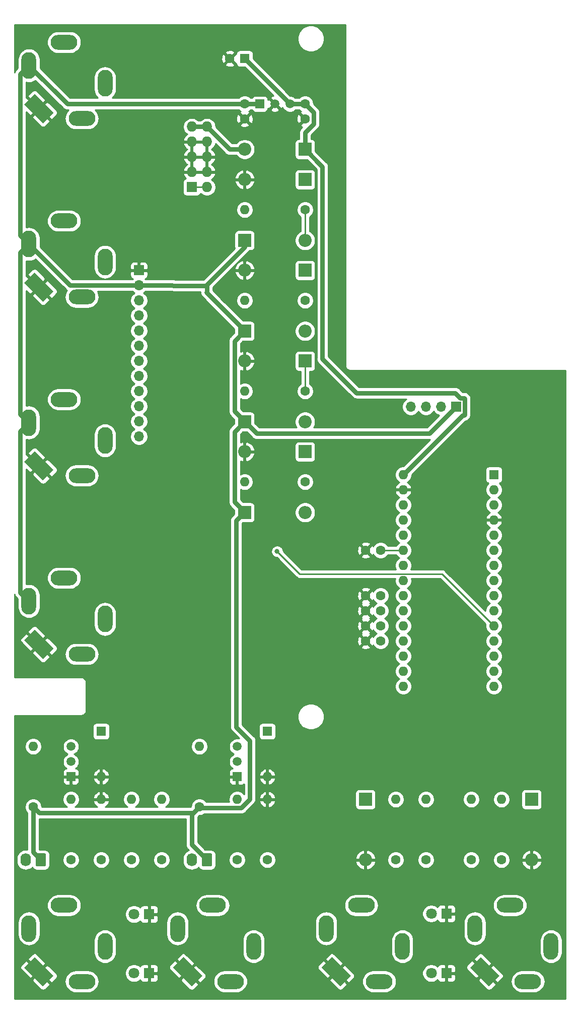
<source format=gbr>
%TF.GenerationSoftware,KiCad,Pcbnew,5.1.12-84ad8e8a86~92~ubuntu20.04.1*%
%TF.CreationDate,2021-11-13T16:11:19-05:00*%
%TF.ProjectId,gearseq,67656172-7365-4712-9e6b-696361645f70,rev?*%
%TF.SameCoordinates,Original*%
%TF.FileFunction,Copper,L1,Top*%
%TF.FilePolarity,Positive*%
%FSLAX46Y46*%
G04 Gerber Fmt 4.6, Leading zero omitted, Abs format (unit mm)*
G04 Created by KiCad (PCBNEW 5.1.12-84ad8e8a86~92~ubuntu20.04.1) date 2021-11-13 16:11:19*
%MOMM*%
%LPD*%
G01*
G04 APERTURE LIST*
%TA.AperFunction,ComponentPad*%
%ADD10O,1.700000X1.700000*%
%TD*%
%TA.AperFunction,ComponentPad*%
%ADD11R,1.700000X1.700000*%
%TD*%
%TA.AperFunction,ComponentPad*%
%ADD12O,1.740000X2.200000*%
%TD*%
%TA.AperFunction,ComponentPad*%
%ADD13C,1.600000*%
%TD*%
%TA.AperFunction,ComponentPad*%
%ADD14O,1.600000X1.600000*%
%TD*%
%TA.AperFunction,ComponentPad*%
%ADD15R,1.600000X1.600000*%
%TD*%
%TA.AperFunction,ComponentPad*%
%ADD16R,1.500000X1.500000*%
%TD*%
%TA.AperFunction,ComponentPad*%
%ADD17C,1.500000*%
%TD*%
%TA.AperFunction,ComponentPad*%
%ADD18O,4.500001X2.500001*%
%TD*%
%TA.AperFunction,ComponentPad*%
%ADD19O,2.500000X4.500000*%
%TD*%
%TA.AperFunction,ComponentPad*%
%ADD20O,2.500000X4.500001*%
%TD*%
%TA.AperFunction,ComponentPad*%
%ADD21C,0.100000*%
%TD*%
%TA.AperFunction,ComponentPad*%
%ADD22O,4.500000X2.500000*%
%TD*%
%TA.AperFunction,ComponentPad*%
%ADD23O,2.200000X2.200000*%
%TD*%
%TA.AperFunction,ComponentPad*%
%ADD24R,2.200000X2.200000*%
%TD*%
%TA.AperFunction,ComponentPad*%
%ADD25C,1.800000*%
%TD*%
%TA.AperFunction,ComponentPad*%
%ADD26R,1.800000X1.800000*%
%TD*%
%TA.AperFunction,ComponentPad*%
%ADD27O,1.727200X1.727200*%
%TD*%
%TA.AperFunction,ComponentPad*%
%ADD28R,1.727200X1.727200*%
%TD*%
%TA.AperFunction,ViaPad*%
%ADD29C,0.800000*%
%TD*%
%TA.AperFunction,Conductor*%
%ADD30C,0.750000*%
%TD*%
%TA.AperFunction,Conductor*%
%ADD31C,0.250000*%
%TD*%
%TA.AperFunction,Conductor*%
%ADD32C,0.254000*%
%TD*%
%TA.AperFunction,Conductor*%
%ADD33C,0.100000*%
%TD*%
G04 APERTURE END LIST*
D10*
%TO.P,J11,12*%
%TO.N,POT_4_W*%
X47600000Y-91840000D03*
%TO.P,J11,11*%
%TO.N,POT_4_CW*%
X47600000Y-89300000D03*
%TO.P,J11,10*%
%TO.N,POT_3_W*%
X47600000Y-86760000D03*
%TO.P,J11,9*%
%TO.N,POT_3_CW*%
X47600000Y-84220000D03*
%TO.P,J11,8*%
%TO.N,DISP_SW*%
X47600000Y-81680000D03*
%TO.P,J11,7*%
%TO.N,POT_ALG*%
X47600000Y-79140000D03*
%TO.P,J11,6*%
%TO.N,POT_2_CW*%
X47600000Y-76600000D03*
%TO.P,J11,5*%
%TO.N,POT_2_W*%
X47600000Y-74060000D03*
%TO.P,J11,4*%
%TO.N,POT_1_CW*%
X47600000Y-71520000D03*
%TO.P,J11,3*%
%TO.N,POT_1_W*%
X47600000Y-68980000D03*
%TO.P,J11,2*%
%TO.N,+5V*%
X47600000Y-66440000D03*
D11*
%TO.P,J11,1*%
%TO.N,GND*%
X47600000Y-63900000D03*
%TD*%
D12*
%TO.P,J7,2*%
%TO.N,/CLK_IN_J*%
X28550000Y-162960000D03*
%TO.P,J7,1*%
%TO.N,+5V*%
%TA.AperFunction,ComponentPad*%
G36*
G01*
X31960000Y-162109999D02*
X31960000Y-163810001D01*
G75*
G02*
X31710001Y-164060000I-249999J0D01*
G01*
X30469999Y-164060000D01*
G75*
G02*
X30220000Y-163810001I0J249999D01*
G01*
X30220000Y-162109999D01*
G75*
G02*
X30469999Y-161860000I249999J0D01*
G01*
X31710001Y-161860000D01*
G75*
G02*
X31960000Y-162109999I0J-249999D01*
G01*
G37*
%TD.AperFunction*%
%TD*%
%TO.P,J6,2*%
%TO.N,/RESET_J*%
X56490000Y-162960000D03*
%TO.P,J6,1*%
%TO.N,+5V*%
%TA.AperFunction,ComponentPad*%
G36*
G01*
X59900000Y-162109999D02*
X59900000Y-163810001D01*
G75*
G02*
X59650001Y-164060000I-249999J0D01*
G01*
X58409999Y-164060000D01*
G75*
G02*
X58160000Y-163810001I0J249999D01*
G01*
X58160000Y-162109999D01*
G75*
G02*
X58409999Y-161860000I249999J0D01*
G01*
X59650001Y-161860000D01*
G75*
G02*
X59900000Y-162109999I0J-249999D01*
G01*
G37*
%TD.AperFunction*%
%TD*%
D13*
%TO.P,C8,1*%
%TO.N,POT_ALG*%
X88240000Y-121110000D03*
%TO.P,C8,2*%
%TO.N,GND*%
X85740000Y-121110000D03*
%TD*%
%TO.P,C7,1*%
%TO.N,CV_4*%
X88240000Y-126190000D03*
%TO.P,C7,2*%
%TO.N,GND*%
X85740000Y-126190000D03*
%TD*%
%TO.P,C6,1*%
%TO.N,CV_3*%
X88240000Y-123650000D03*
%TO.P,C6,2*%
%TO.N,GND*%
X85740000Y-123650000D03*
%TD*%
%TO.P,C3,1*%
%TO.N,CV_2*%
X88240000Y-118570000D03*
%TO.P,C3,2*%
%TO.N,GND*%
X85740000Y-118570000D03*
%TD*%
%TO.P,C2,1*%
%TO.N,CV_1*%
X88240000Y-110950000D03*
%TO.P,C2,2*%
%TO.N,GND*%
X85740000Y-110950000D03*
%TD*%
D14*
%TO.P,A1,16*%
%TO.N,Net-(A1-Pad16)*%
X92050000Y-133810000D03*
%TO.P,A1,15*%
%TO.N,Net-(A1-Pad15)*%
X107290000Y-133810000D03*
%TO.P,A1,30*%
%TO.N,+12V*%
X92050000Y-98250000D03*
%TO.P,A1,14*%
%TO.N,Net-(A1-Pad14)*%
X107290000Y-131270000D03*
%TO.P,A1,29*%
%TO.N,GND*%
X92050000Y-100790000D03*
%TO.P,A1,13*%
%TO.N,Net-(A1-Pad13)*%
X107290000Y-128730000D03*
%TO.P,A1,28*%
%TO.N,Net-(A1-Pad28)*%
X92050000Y-103330000D03*
%TO.P,A1,12*%
%TO.N,Net-(A1-Pad12)*%
X107290000Y-126190000D03*
%TO.P,A1,27*%
%TO.N,Net-(A1-Pad27)*%
X92050000Y-105870000D03*
%TO.P,A1,11*%
%TO.N,DISP_SW*%
X107290000Y-123650000D03*
%TO.P,A1,26*%
%TO.N,Net-(A1-Pad26)*%
X92050000Y-108410000D03*
%TO.P,A1,10*%
%TO.N,PER_OUT*%
X107290000Y-121110000D03*
%TO.P,A1,25*%
%TO.N,CV_1*%
X92050000Y-110950000D03*
%TO.P,A1,9*%
%TO.N,SEQ_OUT*%
X107290000Y-118570000D03*
%TO.P,A1,24*%
%TO.N,SCL*%
X92050000Y-113490000D03*
%TO.P,A1,8*%
%TO.N,RESET*%
X107290000Y-116030000D03*
%TO.P,A1,23*%
%TO.N,SDA*%
X92050000Y-116030000D03*
%TO.P,A1,7*%
%TO.N,RES_LED*%
X107290000Y-113490000D03*
%TO.P,A1,22*%
%TO.N,CV_2*%
X92050000Y-118570000D03*
%TO.P,A1,6*%
%TO.N,CLOCK_LED*%
X107290000Y-110950000D03*
%TO.P,A1,21*%
%TO.N,POT_ALG*%
X92050000Y-121110000D03*
%TO.P,A1,5*%
%TO.N,CLOCK_IN*%
X107290000Y-108410000D03*
%TO.P,A1,20*%
%TO.N,CV_3*%
X92050000Y-123650000D03*
%TO.P,A1,4*%
%TO.N,GND*%
X107290000Y-105870000D03*
%TO.P,A1,19*%
%TO.N,CV_4*%
X92050000Y-126190000D03*
%TO.P,A1,3*%
%TO.N,Net-(A1-Pad3)*%
X107290000Y-103330000D03*
%TO.P,A1,18*%
%TO.N,Net-(A1-Pad18)*%
X92050000Y-128730000D03*
%TO.P,A1,2*%
%TO.N,Net-(A1-Pad2)*%
X107290000Y-100790000D03*
%TO.P,A1,17*%
%TO.N,Net-(A1-Pad17)*%
X92050000Y-131270000D03*
D15*
%TO.P,A1,1*%
%TO.N,Net-(A1-Pad1)*%
X107290000Y-98250000D03*
%TD*%
D13*
%TO.P,R8,1*%
%TO.N,+5V*%
X29820000Y-154070000D03*
D14*
%TO.P,R8,2*%
%TO.N,CLOCK_IN*%
X29820000Y-143910000D03*
%TD*%
D13*
%TO.P,R7,1*%
%TO.N,+5V*%
X57760000Y-154070000D03*
D14*
%TO.P,R7,2*%
%TO.N,RESET*%
X57760000Y-143910000D03*
%TD*%
D13*
%TO.P,R4,1*%
%TO.N,Net-(D3-Pad1)*%
X41250000Y-162960000D03*
D14*
%TO.P,R4,2*%
%TO.N,GND*%
X41250000Y-152800000D03*
%TD*%
D13*
%TO.P,R3,1*%
%TO.N,Net-(D2-Pad1)*%
X69190000Y-162960000D03*
D14*
%TO.P,R3,2*%
%TO.N,GND*%
X69190000Y-152800000D03*
%TD*%
D13*
%TO.P,R2,1*%
%TO.N,Net-(D3-Pad1)*%
X36170000Y-162960000D03*
D14*
%TO.P,R2,2*%
%TO.N,/CLK_IN_J*%
X36170000Y-152800000D03*
%TD*%
D13*
%TO.P,R1,1*%
%TO.N,Net-(D2-Pad1)*%
X64110000Y-162960000D03*
D14*
%TO.P,R1,2*%
%TO.N,/RESET_J*%
X64110000Y-152800000D03*
%TD*%
D16*
%TO.P,Q2,1*%
%TO.N,GND*%
X36170000Y-148990000D03*
D17*
%TO.P,Q2,3*%
%TO.N,CLOCK_IN*%
X36170000Y-143910000D03*
%TO.P,Q2,2*%
%TO.N,Net-(D3-Pad1)*%
X36170000Y-146450000D03*
%TD*%
D16*
%TO.P,Q1,1*%
%TO.N,GND*%
X64110000Y-148990000D03*
D17*
%TO.P,Q1,3*%
%TO.N,RESET*%
X64110000Y-143910000D03*
%TO.P,Q1,2*%
%TO.N,Net-(D2-Pad1)*%
X64110000Y-146450000D03*
%TD*%
D14*
%TO.P,D3,2*%
%TO.N,GND*%
X41250000Y-148990000D03*
D15*
%TO.P,D3,1*%
%TO.N,Net-(D3-Pad1)*%
X41250000Y-141370000D03*
%TD*%
D14*
%TO.P,D2,2*%
%TO.N,GND*%
X69190000Y-148990000D03*
D15*
%TO.P,D2,1*%
%TO.N,Net-(D2-Pad1)*%
X69190000Y-141370000D03*
%TD*%
D18*
%TO.P,J9,RN*%
%TO.N,N/C*%
X38000000Y-128400000D03*
D19*
%TO.P,J9,TN*%
%TO.N,+5V*%
X29100000Y-119500000D03*
D20*
%TO.P,J9,R*%
%TO.N,N/C*%
X41900000Y-122500000D03*
%TA.AperFunction,ComponentPad*%
D21*
%TO.P,J9,S*%
%TO.N,GND*%
G36*
X28285126Y-126032893D02*
G01*
X30052893Y-124265126D01*
X33234874Y-127447107D01*
X31467107Y-129214874D01*
X28285126Y-126032893D01*
G37*
%TD.AperFunction*%
D22*
%TO.P,J9,T*%
%TO.N,POT_4_CW*%
X35000000Y-115600000D03*
%TD*%
D18*
%TO.P,J8,RN*%
%TO.N,N/C*%
X38000000Y-98400000D03*
D19*
%TO.P,J8,TN*%
%TO.N,+5V*%
X29100000Y-89500000D03*
D20*
%TO.P,J8,R*%
%TO.N,N/C*%
X41900000Y-92500000D03*
%TA.AperFunction,ComponentPad*%
D21*
%TO.P,J8,S*%
%TO.N,GND*%
G36*
X28285126Y-96032893D02*
G01*
X30052893Y-94265126D01*
X33234874Y-97447107D01*
X31467107Y-99214874D01*
X28285126Y-96032893D01*
G37*
%TD.AperFunction*%
D22*
%TO.P,J8,T*%
%TO.N,POT_3_CW*%
X35000000Y-85600000D03*
%TD*%
D18*
%TO.P,J13,RN*%
%TO.N,N/C*%
X88000000Y-183400000D03*
D19*
%TO.P,J13,TN*%
X79100000Y-174500000D03*
D20*
%TO.P,J13,R*%
X91900000Y-177500000D03*
%TA.AperFunction,ComponentPad*%
D21*
%TO.P,J13,S*%
%TO.N,GND*%
G36*
X78285126Y-181032893D02*
G01*
X80052893Y-179265126D01*
X83234874Y-182447107D01*
X81467107Y-184214874D01*
X78285126Y-181032893D01*
G37*
%TD.AperFunction*%
D22*
%TO.P,J13,T*%
%TO.N,/PER_J*%
X85000000Y-170600000D03*
%TD*%
D18*
%TO.P,J12,RN*%
%TO.N,N/C*%
X113000000Y-183400000D03*
D19*
%TO.P,J12,TN*%
X104100000Y-174500000D03*
D20*
%TO.P,J12,R*%
X116900000Y-177500000D03*
%TA.AperFunction,ComponentPad*%
D21*
%TO.P,J12,S*%
%TO.N,GND*%
G36*
X103285126Y-181032893D02*
G01*
X105052893Y-179265126D01*
X108234874Y-182447107D01*
X106467107Y-184214874D01*
X103285126Y-181032893D01*
G37*
%TD.AperFunction*%
D22*
%TO.P,J12,T*%
%TO.N,/SEQ_J*%
X110000000Y-170600000D03*
%TD*%
D18*
%TO.P,J4,RN*%
%TO.N,N/C*%
X38000000Y-183400000D03*
D19*
%TO.P,J4,TN*%
X29100000Y-174500000D03*
D20*
%TO.P,J4,R*%
X41900000Y-177500000D03*
%TA.AperFunction,ComponentPad*%
D21*
%TO.P,J4,S*%
%TO.N,GND*%
G36*
X28285126Y-181032893D02*
G01*
X30052893Y-179265126D01*
X33234874Y-182447107D01*
X31467107Y-184214874D01*
X28285126Y-181032893D01*
G37*
%TD.AperFunction*%
D22*
%TO.P,J4,T*%
%TO.N,/CLK_IN_J*%
X35000000Y-170600000D03*
%TD*%
D18*
%TO.P,J3,RN*%
%TO.N,N/C*%
X63000000Y-183400000D03*
D19*
%TO.P,J3,TN*%
X54100000Y-174500000D03*
D20*
%TO.P,J3,R*%
X66900000Y-177500000D03*
%TA.AperFunction,ComponentPad*%
D21*
%TO.P,J3,S*%
%TO.N,GND*%
G36*
X53285126Y-181032893D02*
G01*
X55052893Y-179265126D01*
X58234874Y-182447107D01*
X56467107Y-184214874D01*
X53285126Y-181032893D01*
G37*
%TD.AperFunction*%
D22*
%TO.P,J3,T*%
%TO.N,/RESET_J*%
X60000000Y-170600000D03*
%TD*%
D18*
%TO.P,J2,RN*%
%TO.N,N/C*%
X38000000Y-68400000D03*
D19*
%TO.P,J2,TN*%
%TO.N,+5V*%
X29100000Y-59500000D03*
D20*
%TO.P,J2,R*%
%TO.N,N/C*%
X41900000Y-62500000D03*
%TA.AperFunction,ComponentPad*%
D21*
%TO.P,J2,S*%
%TO.N,GND*%
G36*
X28285126Y-66032893D02*
G01*
X30052893Y-64265126D01*
X33234874Y-67447107D01*
X31467107Y-69214874D01*
X28285126Y-66032893D01*
G37*
%TD.AperFunction*%
D22*
%TO.P,J2,T*%
%TO.N,POT_2_CW*%
X35000000Y-55600000D03*
%TD*%
D18*
%TO.P,J1,RN*%
%TO.N,N/C*%
X38000000Y-38400000D03*
D19*
%TO.P,J1,TN*%
%TO.N,+5V*%
X29100000Y-29500000D03*
D20*
%TO.P,J1,R*%
%TO.N,N/C*%
X41900000Y-32500000D03*
%TA.AperFunction,ComponentPad*%
D21*
%TO.P,J1,S*%
%TO.N,GND*%
G36*
X28285126Y-36032893D02*
G01*
X30052893Y-34265126D01*
X33234874Y-37447107D01*
X31467107Y-39214874D01*
X28285126Y-36032893D01*
G37*
%TD.AperFunction*%
D22*
%TO.P,J1,T*%
%TO.N,POT_1_CW*%
X35000000Y-25600000D03*
%TD*%
D23*
%TO.P,D15,2*%
%TO.N,GND*%
X85700000Y-162960000D03*
D24*
%TO.P,D15,1*%
%TO.N,PER_OUT*%
X85700000Y-152800000D03*
%TD*%
D23*
%TO.P,D14,2*%
%TO.N,GND*%
X113640000Y-162960000D03*
D24*
%TO.P,D14,1*%
%TO.N,SEQ_OUT*%
X113640000Y-152800000D03*
%TD*%
D13*
%TO.P,R12,1*%
%TO.N,CV_4*%
X75540000Y-99460000D03*
D14*
%TO.P,R12,2*%
%TO.N,POT_4_W*%
X65380000Y-99460000D03*
%TD*%
D13*
%TO.P,R11,1*%
%TO.N,CV_3*%
X75540000Y-84220000D03*
D14*
%TO.P,R11,2*%
%TO.N,POT_3_W*%
X65380000Y-84220000D03*
%TD*%
D13*
%TO.P,R6,1*%
%TO.N,CV_2*%
X75540000Y-68980000D03*
D14*
%TO.P,R6,2*%
%TO.N,POT_2_W*%
X65380000Y-68980000D03*
%TD*%
D23*
%TO.P,D13,2*%
%TO.N,GND*%
X65380000Y-94380000D03*
D24*
%TO.P,D13,1*%
%TO.N,CV_4*%
X75540000Y-94380000D03*
%TD*%
D23*
%TO.P,D12,2*%
%TO.N,CV_4*%
X75540000Y-104600000D03*
D24*
%TO.P,D12,1*%
%TO.N,+5V*%
X65380000Y-104600000D03*
%TD*%
D23*
%TO.P,D11,2*%
%TO.N,GND*%
X65380000Y-79140000D03*
D24*
%TO.P,D11,1*%
%TO.N,CV_3*%
X75540000Y-79140000D03*
%TD*%
D23*
%TO.P,D10,2*%
%TO.N,CV_3*%
X75540000Y-89360000D03*
D24*
%TO.P,D10,1*%
%TO.N,+5V*%
X65380000Y-89360000D03*
%TD*%
D23*
%TO.P,D7,2*%
%TO.N,GND*%
X65380000Y-63900000D03*
D24*
%TO.P,D7,1*%
%TO.N,CV_2*%
X75540000Y-63900000D03*
%TD*%
D23*
%TO.P,D6,2*%
%TO.N,CV_2*%
X75540000Y-74120000D03*
D24*
%TO.P,D6,1*%
%TO.N,+5V*%
X65380000Y-74120000D03*
%TD*%
D13*
%TO.P,R16,1*%
%TO.N,/PER_LED*%
X95860000Y-162960000D03*
D14*
%TO.P,R16,2*%
%TO.N,PER_OUT*%
X95860000Y-152800000D03*
%TD*%
D13*
%TO.P,R5,1*%
%TO.N,CV_1*%
X75540000Y-53740000D03*
D14*
%TO.P,R5,2*%
%TO.N,POT_1_W*%
X65380000Y-53740000D03*
%TD*%
D13*
%TO.P,R10,1*%
%TO.N,Net-(D9-Pad2)*%
X46330000Y-162960000D03*
D14*
%TO.P,R10,2*%
%TO.N,CLOCK_LED*%
X46330000Y-152800000D03*
%TD*%
D13*
%TO.P,R9,1*%
%TO.N,Net-(D8-Pad2)*%
X51410000Y-162960000D03*
D14*
%TO.P,R9,2*%
%TO.N,RES_LED*%
X51410000Y-152800000D03*
%TD*%
D25*
%TO.P,D17,2*%
%TO.N,/PER_LED*%
X96760000Y-172000000D03*
D26*
%TO.P,D17,1*%
%TO.N,GND*%
X99300000Y-172000000D03*
%TD*%
D25*
%TO.P,D16,2*%
%TO.N,/SEQ_LED*%
X96760000Y-182000000D03*
D26*
%TO.P,D16,1*%
%TO.N,GND*%
X99300000Y-182000000D03*
%TD*%
D23*
%TO.P,D5,2*%
%TO.N,GND*%
X65380000Y-48660000D03*
D24*
%TO.P,D5,1*%
%TO.N,CV_1*%
X75540000Y-48660000D03*
%TD*%
D23*
%TO.P,D4,2*%
%TO.N,CV_1*%
X75540000Y-58880000D03*
D24*
%TO.P,D4,1*%
%TO.N,+5V*%
X65380000Y-58880000D03*
%TD*%
D25*
%TO.P,D9,2*%
%TO.N,Net-(D9-Pad2)*%
X46760000Y-172100000D03*
D26*
%TO.P,D9,1*%
%TO.N,GND*%
X49300000Y-172100000D03*
%TD*%
D25*
%TO.P,D8,2*%
%TO.N,Net-(D8-Pad2)*%
X46760000Y-182000000D03*
D26*
%TO.P,D8,1*%
%TO.N,GND*%
X49300000Y-182000000D03*
%TD*%
D23*
%TO.P,D1,2*%
%TO.N,/+12_IN*%
X65380000Y-43580000D03*
D24*
%TO.P,D1,1*%
%TO.N,+12V*%
X75540000Y-43580000D03*
%TD*%
D27*
%TO.P,J5,10*%
%TO.N,/+12_IN*%
X59030000Y-39770000D03*
%TO.P,J5,9*%
X56490000Y-39770000D03*
%TO.P,J5,8*%
%TO.N,GND*%
X59030000Y-42310000D03*
%TO.P,J5,7*%
X56490000Y-42310000D03*
%TO.P,J5,6*%
X59030000Y-44850000D03*
%TO.P,J5,5*%
X56490000Y-44850000D03*
%TO.P,J5,4*%
X59030000Y-47390000D03*
%TO.P,J5,3*%
X56490000Y-47390000D03*
%TO.P,J5,2*%
%TO.N,Net-(J5-Pad1)*%
X59030000Y-49930000D03*
D28*
%TO.P,J5,1*%
X56490000Y-49930000D03*
%TD*%
D11*
%TO.P,J10,1*%
%TO.N,+5V*%
X100940000Y-86820000D03*
D10*
%TO.P,J10,2*%
%TO.N,GND*%
X98400000Y-86820000D03*
%TO.P,J10,3*%
%TO.N,SCL*%
X95860000Y-86820000D03*
%TO.P,J10,4*%
%TO.N,SDA*%
X93320000Y-86820000D03*
%TD*%
D13*
%TO.P,C1,2*%
%TO.N,GND*%
X62880000Y-28340000D03*
D15*
%TO.P,C1,1*%
%TO.N,+12V*%
X65380000Y-28340000D03*
%TD*%
D13*
%TO.P,C4,2*%
%TO.N,GND*%
X75540000Y-38460000D03*
%TO.P,C4,1*%
%TO.N,+12V*%
X75540000Y-35960000D03*
%TD*%
%TO.P,C5,2*%
%TO.N,GND*%
X65380000Y-38460000D03*
%TO.P,C5,1*%
%TO.N,+5V*%
X65380000Y-35960000D03*
%TD*%
%TO.P,R15,1*%
%TO.N,/PER_J*%
X90780000Y-162960000D03*
D14*
%TO.P,R15,2*%
%TO.N,PER_OUT*%
X90780000Y-152800000D03*
%TD*%
D13*
%TO.P,R14,1*%
%TO.N,/SEQ_LED*%
X103480000Y-162960000D03*
D14*
%TO.P,R14,2*%
%TO.N,SEQ_OUT*%
X103480000Y-152800000D03*
%TD*%
D16*
%TO.P,U1,1*%
%TO.N,+5V*%
X67920000Y-35960000D03*
D17*
%TO.P,U1,3*%
%TO.N,+12V*%
X73000000Y-35960000D03*
%TO.P,U1,2*%
%TO.N,GND*%
X70460000Y-35960000D03*
%TD*%
D13*
%TO.P,R13,1*%
%TO.N,/SEQ_J*%
X108560000Y-162960000D03*
D14*
%TO.P,R13,2*%
%TO.N,SEQ_OUT*%
X108560000Y-152800000D03*
%TD*%
D29*
%TO.N,DISP_SW*%
X70841000Y-111144000D03*
%TD*%
D30*
%TO.N,+12V*%
X75540000Y-35960000D02*
X73000000Y-35960000D01*
X102290001Y-88295001D02*
X102004999Y-88295001D01*
X102415001Y-88170001D02*
X102290001Y-88295001D01*
X102415001Y-85469999D02*
X102415001Y-88170001D01*
X102290001Y-85344999D02*
X102415001Y-85469999D01*
X101648001Y-85344999D02*
X102290001Y-85344999D01*
X84215000Y-84513000D02*
X100816002Y-84513000D01*
X78461000Y-78759000D02*
X84215000Y-84513000D01*
X102004999Y-88295001D02*
X92050000Y-98250000D01*
X78461000Y-46501000D02*
X78461000Y-78759000D01*
X100816002Y-84513000D02*
X101648001Y-85344999D01*
X75540000Y-43580000D02*
X78461000Y-46501000D01*
X76965001Y-39362999D02*
X76965001Y-37385001D01*
X75540000Y-40788000D02*
X76965001Y-39362999D01*
X76965001Y-37385001D02*
X75540000Y-35960000D01*
X75540000Y-43580000D02*
X75540000Y-40788000D01*
X73000000Y-35960000D02*
X65380000Y-28340000D01*
%TO.N,GND*%
X30760000Y-36740000D02*
X31975001Y-37955001D01*
X31975001Y-97955001D02*
X30760000Y-96740000D01*
X31060000Y-66440000D02*
X30760000Y-66740000D01*
%TO.N,+5V*%
X65380000Y-60022081D02*
X65380000Y-58820000D01*
X63654999Y-87574999D02*
X65380000Y-89300000D01*
X63654999Y-75785001D02*
X63654999Y-87574999D01*
X65380000Y-74060000D02*
X63654999Y-75785001D01*
X65380000Y-89300000D02*
X63654999Y-91025001D01*
X63654999Y-91025001D02*
X63654999Y-96083999D01*
X58962081Y-67642081D02*
X65380000Y-74060000D01*
X58962081Y-66440000D02*
X65380000Y-60022081D01*
X29600000Y-29000000D02*
X29100000Y-29500000D01*
X27660116Y-58060116D02*
X29100000Y-59500000D01*
X27660116Y-30939884D02*
X27660116Y-58060116D01*
X29100000Y-29500000D02*
X27660116Y-30939884D01*
X27660116Y-88060116D02*
X29100000Y-89500000D01*
X27660116Y-60939884D02*
X27660116Y-88060116D01*
X29100000Y-59500000D02*
X27660116Y-60939884D01*
X27660116Y-118060116D02*
X29100000Y-119500000D01*
X27660116Y-90939884D02*
X27660116Y-118060116D01*
X29100000Y-89500000D02*
X27660116Y-90939884D01*
X38680980Y-66440000D02*
X47600000Y-66440000D01*
X36040000Y-66440000D02*
X38680980Y-66440000D01*
X29100000Y-59500000D02*
X36040000Y-66440000D01*
X67920000Y-35960000D02*
X65380000Y-35960000D01*
X59030000Y-66507919D02*
X59030000Y-67642081D01*
X47600000Y-66440000D02*
X59030000Y-66507919D01*
X35560000Y-35960000D02*
X29100000Y-29500000D01*
X65380000Y-35960000D02*
X35560000Y-35960000D01*
X29820000Y-154070000D02*
X29820000Y-154130000D01*
X30836000Y-155086000D02*
X29820000Y-154070000D01*
X56744000Y-155086000D02*
X30836000Y-155086000D01*
X57760000Y-154070000D02*
X56744000Y-155086000D01*
X63654999Y-102814999D02*
X63654999Y-96083999D01*
X65380000Y-104540000D02*
X63654999Y-102814999D01*
X63954999Y-105965001D02*
X65380000Y-104540000D01*
X63954999Y-140636001D02*
X63954999Y-105965001D01*
X66269000Y-142950002D02*
X63954999Y-140636001D01*
X66269000Y-152750002D02*
X66269000Y-142950002D01*
X64794001Y-154225001D02*
X66269000Y-152750002D01*
X57915001Y-154225001D02*
X64794001Y-154225001D01*
X57760000Y-154070000D02*
X57915001Y-154225001D01*
X96428000Y-91332000D02*
X100940000Y-86820000D01*
X67412000Y-91332000D02*
X96428000Y-91332000D01*
X65380000Y-89300000D02*
X67412000Y-91332000D01*
X29820000Y-161690000D02*
X31090000Y-162960000D01*
X29820000Y-154070000D02*
X29820000Y-161690000D01*
X56490000Y-160420000D02*
X59030000Y-162960000D01*
X56490000Y-155340000D02*
X56490000Y-160420000D01*
X57760000Y-154070000D02*
X56490000Y-155340000D01*
%TO.N,/+12_IN*%
X62840000Y-43580000D02*
X59030000Y-39770000D01*
X65380000Y-43580000D02*
X62840000Y-43580000D01*
X59030000Y-39770000D02*
X56490000Y-39770000D01*
D31*
%TO.N,CV_3*%
X75540000Y-79140000D02*
X75540000Y-84220000D01*
%TO.N,CV_1*%
X75540000Y-53740000D02*
X75540000Y-58820000D01*
X88240000Y-110950000D02*
X92050000Y-110950000D01*
%TO.N,Net-(J5-Pad1)*%
X56490000Y-49930000D02*
X59030000Y-49930000D01*
%TO.N,DISP_SW*%
X98544999Y-114904999D02*
X107290000Y-123650000D01*
X74601999Y-114904999D02*
X98544999Y-114904999D01*
X70841000Y-111144000D02*
X74601999Y-114904999D01*
%TD*%
D32*
%TO.N,GND*%
X82315000Y-79966353D02*
X82311686Y-80000000D01*
X82324912Y-80134283D01*
X82364081Y-80263406D01*
X82427688Y-80382407D01*
X82513289Y-80486711D01*
X82612256Y-80567932D01*
X82617593Y-80572312D01*
X82736594Y-80635919D01*
X82865717Y-80675088D01*
X83000000Y-80688314D01*
X83033647Y-80685000D01*
X119315000Y-80685000D01*
X119315001Y-186315000D01*
X26685000Y-186315000D01*
X26685000Y-183050446D01*
X29629159Y-183050446D01*
X29629159Y-183274952D01*
X31015922Y-184666059D01*
X31112613Y-184745412D01*
X31222927Y-184804376D01*
X31342626Y-184840685D01*
X31467107Y-184852946D01*
X31591588Y-184840685D01*
X31711286Y-184804376D01*
X31821601Y-184745412D01*
X31918292Y-184666059D01*
X32597947Y-183982059D01*
X32597947Y-183757552D01*
X30760000Y-181919605D01*
X29629159Y-183050446D01*
X26685000Y-183050446D01*
X26685000Y-181032893D01*
X27647054Y-181032893D01*
X27659315Y-181157374D01*
X27695624Y-181277073D01*
X27754588Y-181387387D01*
X27833941Y-181484078D01*
X29225048Y-182870841D01*
X29449554Y-182870841D01*
X30580395Y-181740000D01*
X30939605Y-181740000D01*
X32777552Y-183577947D01*
X33002059Y-183577947D01*
X33181143Y-183400000D01*
X35105880Y-183400000D01*
X35142275Y-183769524D01*
X35250061Y-184124848D01*
X35425097Y-184452317D01*
X35660655Y-184739345D01*
X35947683Y-184974903D01*
X36275152Y-185149939D01*
X36630476Y-185257725D01*
X36907403Y-185285000D01*
X39092597Y-185285000D01*
X39369524Y-185257725D01*
X39724848Y-185149939D01*
X40052317Y-184974903D01*
X40339345Y-184739345D01*
X40574903Y-184452317D01*
X40749939Y-184124848D01*
X40857725Y-183769524D01*
X40894120Y-183400000D01*
X40857725Y-183030476D01*
X40749939Y-182675152D01*
X40574903Y-182347683D01*
X40339345Y-182060655D01*
X40081219Y-181848816D01*
X45225000Y-181848816D01*
X45225000Y-182151184D01*
X45283989Y-182447743D01*
X45399701Y-182727095D01*
X45567688Y-182978505D01*
X45781495Y-183192312D01*
X46032905Y-183360299D01*
X46312257Y-183476011D01*
X46608816Y-183535000D01*
X46911184Y-183535000D01*
X47207743Y-183476011D01*
X47487095Y-183360299D01*
X47738505Y-183192312D01*
X47804944Y-183125873D01*
X47810498Y-183144180D01*
X47869463Y-183254494D01*
X47948815Y-183351185D01*
X48045506Y-183430537D01*
X48155820Y-183489502D01*
X48275518Y-183525812D01*
X48400000Y-183538072D01*
X49014250Y-183535000D01*
X49173000Y-183376250D01*
X49173000Y-182127000D01*
X49427000Y-182127000D01*
X49427000Y-183376250D01*
X49585750Y-183535000D01*
X50200000Y-183538072D01*
X50324482Y-183525812D01*
X50444180Y-183489502D01*
X50554494Y-183430537D01*
X50651185Y-183351185D01*
X50730537Y-183254494D01*
X50789502Y-183144180D01*
X50817935Y-183050446D01*
X54629159Y-183050446D01*
X54629159Y-183274952D01*
X56015922Y-184666059D01*
X56112613Y-184745412D01*
X56222927Y-184804376D01*
X56342626Y-184840685D01*
X56467107Y-184852946D01*
X56591588Y-184840685D01*
X56711286Y-184804376D01*
X56821601Y-184745412D01*
X56918292Y-184666059D01*
X57597947Y-183982059D01*
X57597947Y-183757552D01*
X55760000Y-181919605D01*
X54629159Y-183050446D01*
X50817935Y-183050446D01*
X50825812Y-183024482D01*
X50838072Y-182900000D01*
X50835000Y-182285750D01*
X50676250Y-182127000D01*
X49427000Y-182127000D01*
X49173000Y-182127000D01*
X49153000Y-182127000D01*
X49153000Y-181873000D01*
X49173000Y-181873000D01*
X49173000Y-180623750D01*
X49427000Y-180623750D01*
X49427000Y-181873000D01*
X50676250Y-181873000D01*
X50835000Y-181714250D01*
X50838072Y-181100000D01*
X50831463Y-181032893D01*
X52647054Y-181032893D01*
X52659315Y-181157374D01*
X52695624Y-181277073D01*
X52754588Y-181387387D01*
X52833941Y-181484078D01*
X54225048Y-182870841D01*
X54449554Y-182870841D01*
X55580395Y-181740000D01*
X55939605Y-181740000D01*
X57777552Y-183577947D01*
X58002059Y-183577947D01*
X58181143Y-183400000D01*
X60105880Y-183400000D01*
X60142275Y-183769524D01*
X60250061Y-184124848D01*
X60425097Y-184452317D01*
X60660655Y-184739345D01*
X60947683Y-184974903D01*
X61275152Y-185149939D01*
X61630476Y-185257725D01*
X61907403Y-185285000D01*
X64092597Y-185285000D01*
X64369524Y-185257725D01*
X64724848Y-185149939D01*
X65052317Y-184974903D01*
X65339345Y-184739345D01*
X65574903Y-184452317D01*
X65749939Y-184124848D01*
X65857725Y-183769524D01*
X65894120Y-183400000D01*
X65859692Y-183050446D01*
X79629159Y-183050446D01*
X79629159Y-183274952D01*
X81015922Y-184666059D01*
X81112613Y-184745412D01*
X81222927Y-184804376D01*
X81342626Y-184840685D01*
X81467107Y-184852946D01*
X81591588Y-184840685D01*
X81711286Y-184804376D01*
X81821601Y-184745412D01*
X81918292Y-184666059D01*
X82597947Y-183982059D01*
X82597947Y-183757552D01*
X80760000Y-181919605D01*
X79629159Y-183050446D01*
X65859692Y-183050446D01*
X65857725Y-183030476D01*
X65749939Y-182675152D01*
X65574903Y-182347683D01*
X65339345Y-182060655D01*
X65052317Y-181825097D01*
X64724848Y-181650061D01*
X64369524Y-181542275D01*
X64092597Y-181515000D01*
X61907403Y-181515000D01*
X61630476Y-181542275D01*
X61275152Y-181650061D01*
X60947683Y-181825097D01*
X60660655Y-182060655D01*
X60425097Y-182347683D01*
X60250061Y-182675152D01*
X60142275Y-183030476D01*
X60105880Y-183400000D01*
X58181143Y-183400000D01*
X58686059Y-182898292D01*
X58765412Y-182801601D01*
X58824376Y-182691286D01*
X58860685Y-182571588D01*
X58872946Y-182447107D01*
X58860685Y-182322626D01*
X58824376Y-182202927D01*
X58765412Y-182092613D01*
X58686059Y-181995922D01*
X57720014Y-181032893D01*
X77647054Y-181032893D01*
X77659315Y-181157374D01*
X77695624Y-181277073D01*
X77754588Y-181387387D01*
X77833941Y-181484078D01*
X79225048Y-182870841D01*
X79449554Y-182870841D01*
X80580395Y-181740000D01*
X80939605Y-181740000D01*
X82777552Y-183577947D01*
X83002059Y-183577947D01*
X83181143Y-183400000D01*
X85105880Y-183400000D01*
X85142275Y-183769524D01*
X85250061Y-184124848D01*
X85425097Y-184452317D01*
X85660655Y-184739345D01*
X85947683Y-184974903D01*
X86275152Y-185149939D01*
X86630476Y-185257725D01*
X86907403Y-185285000D01*
X89092597Y-185285000D01*
X89369524Y-185257725D01*
X89724848Y-185149939D01*
X90052317Y-184974903D01*
X90339345Y-184739345D01*
X90574903Y-184452317D01*
X90749939Y-184124848D01*
X90857725Y-183769524D01*
X90894120Y-183400000D01*
X90857725Y-183030476D01*
X90749939Y-182675152D01*
X90574903Y-182347683D01*
X90339345Y-182060655D01*
X90081219Y-181848816D01*
X95225000Y-181848816D01*
X95225000Y-182151184D01*
X95283989Y-182447743D01*
X95399701Y-182727095D01*
X95567688Y-182978505D01*
X95781495Y-183192312D01*
X96032905Y-183360299D01*
X96312257Y-183476011D01*
X96608816Y-183535000D01*
X96911184Y-183535000D01*
X97207743Y-183476011D01*
X97487095Y-183360299D01*
X97738505Y-183192312D01*
X97804944Y-183125873D01*
X97810498Y-183144180D01*
X97869463Y-183254494D01*
X97948815Y-183351185D01*
X98045506Y-183430537D01*
X98155820Y-183489502D01*
X98275518Y-183525812D01*
X98400000Y-183538072D01*
X99014250Y-183535000D01*
X99173000Y-183376250D01*
X99173000Y-182127000D01*
X99427000Y-182127000D01*
X99427000Y-183376250D01*
X99585750Y-183535000D01*
X100200000Y-183538072D01*
X100324482Y-183525812D01*
X100444180Y-183489502D01*
X100554494Y-183430537D01*
X100651185Y-183351185D01*
X100730537Y-183254494D01*
X100789502Y-183144180D01*
X100817935Y-183050446D01*
X104629159Y-183050446D01*
X104629159Y-183274952D01*
X106015922Y-184666059D01*
X106112613Y-184745412D01*
X106222927Y-184804376D01*
X106342626Y-184840685D01*
X106467107Y-184852946D01*
X106591588Y-184840685D01*
X106711286Y-184804376D01*
X106821601Y-184745412D01*
X106918292Y-184666059D01*
X107597947Y-183982059D01*
X107597947Y-183757552D01*
X105760000Y-181919605D01*
X104629159Y-183050446D01*
X100817935Y-183050446D01*
X100825812Y-183024482D01*
X100838072Y-182900000D01*
X100835000Y-182285750D01*
X100676250Y-182127000D01*
X99427000Y-182127000D01*
X99173000Y-182127000D01*
X99153000Y-182127000D01*
X99153000Y-181873000D01*
X99173000Y-181873000D01*
X99173000Y-180623750D01*
X99427000Y-180623750D01*
X99427000Y-181873000D01*
X100676250Y-181873000D01*
X100835000Y-181714250D01*
X100838072Y-181100000D01*
X100831463Y-181032893D01*
X102647054Y-181032893D01*
X102659315Y-181157374D01*
X102695624Y-181277073D01*
X102754588Y-181387387D01*
X102833941Y-181484078D01*
X104225048Y-182870841D01*
X104449554Y-182870841D01*
X105580395Y-181740000D01*
X105939605Y-181740000D01*
X107777552Y-183577947D01*
X108002059Y-183577947D01*
X108181143Y-183400000D01*
X110105880Y-183400000D01*
X110142275Y-183769524D01*
X110250061Y-184124848D01*
X110425097Y-184452317D01*
X110660655Y-184739345D01*
X110947683Y-184974903D01*
X111275152Y-185149939D01*
X111630476Y-185257725D01*
X111907403Y-185285000D01*
X114092597Y-185285000D01*
X114369524Y-185257725D01*
X114724848Y-185149939D01*
X115052317Y-184974903D01*
X115339345Y-184739345D01*
X115574903Y-184452317D01*
X115749939Y-184124848D01*
X115857725Y-183769524D01*
X115894120Y-183400000D01*
X115857725Y-183030476D01*
X115749939Y-182675152D01*
X115574903Y-182347683D01*
X115339345Y-182060655D01*
X115052317Y-181825097D01*
X114724848Y-181650061D01*
X114369524Y-181542275D01*
X114092597Y-181515000D01*
X111907403Y-181515000D01*
X111630476Y-181542275D01*
X111275152Y-181650061D01*
X110947683Y-181825097D01*
X110660655Y-182060655D01*
X110425097Y-182347683D01*
X110250061Y-182675152D01*
X110142275Y-183030476D01*
X110105880Y-183400000D01*
X108181143Y-183400000D01*
X108686059Y-182898292D01*
X108765412Y-182801601D01*
X108824376Y-182691286D01*
X108860685Y-182571588D01*
X108872946Y-182447107D01*
X108860685Y-182322626D01*
X108824376Y-182202927D01*
X108765412Y-182092613D01*
X108686059Y-181995922D01*
X107294952Y-180609159D01*
X107070446Y-180609159D01*
X105939605Y-181740000D01*
X105580395Y-181740000D01*
X103742448Y-179902053D01*
X103517941Y-179902053D01*
X102833941Y-180581708D01*
X102754588Y-180678399D01*
X102695624Y-180788714D01*
X102659315Y-180908412D01*
X102647054Y-181032893D01*
X100831463Y-181032893D01*
X100825812Y-180975518D01*
X100789502Y-180855820D01*
X100730537Y-180745506D01*
X100651185Y-180648815D01*
X100554494Y-180569463D01*
X100444180Y-180510498D01*
X100324482Y-180474188D01*
X100200000Y-180461928D01*
X99585750Y-180465000D01*
X99427000Y-180623750D01*
X99173000Y-180623750D01*
X99014250Y-180465000D01*
X98400000Y-180461928D01*
X98275518Y-180474188D01*
X98155820Y-180510498D01*
X98045506Y-180569463D01*
X97948815Y-180648815D01*
X97869463Y-180745506D01*
X97810498Y-180855820D01*
X97804944Y-180874127D01*
X97738505Y-180807688D01*
X97487095Y-180639701D01*
X97207743Y-180523989D01*
X96911184Y-180465000D01*
X96608816Y-180465000D01*
X96312257Y-180523989D01*
X96032905Y-180639701D01*
X95781495Y-180807688D01*
X95567688Y-181021495D01*
X95399701Y-181272905D01*
X95283989Y-181552257D01*
X95225000Y-181848816D01*
X90081219Y-181848816D01*
X90052317Y-181825097D01*
X89724848Y-181650061D01*
X89369524Y-181542275D01*
X89092597Y-181515000D01*
X86907403Y-181515000D01*
X86630476Y-181542275D01*
X86275152Y-181650061D01*
X85947683Y-181825097D01*
X85660655Y-182060655D01*
X85425097Y-182347683D01*
X85250061Y-182675152D01*
X85142275Y-183030476D01*
X85105880Y-183400000D01*
X83181143Y-183400000D01*
X83686059Y-182898292D01*
X83765412Y-182801601D01*
X83824376Y-182691286D01*
X83860685Y-182571588D01*
X83872946Y-182447107D01*
X83860685Y-182322626D01*
X83824376Y-182202927D01*
X83765412Y-182092613D01*
X83686059Y-181995922D01*
X82294952Y-180609159D01*
X82070446Y-180609159D01*
X80939605Y-181740000D01*
X80580395Y-181740000D01*
X78742448Y-179902053D01*
X78517941Y-179902053D01*
X77833941Y-180581708D01*
X77754588Y-180678399D01*
X77695624Y-180788714D01*
X77659315Y-180908412D01*
X77647054Y-181032893D01*
X57720014Y-181032893D01*
X57294952Y-180609159D01*
X57070446Y-180609159D01*
X55939605Y-181740000D01*
X55580395Y-181740000D01*
X53742448Y-179902053D01*
X53517941Y-179902053D01*
X52833941Y-180581708D01*
X52754588Y-180678399D01*
X52695624Y-180788714D01*
X52659315Y-180908412D01*
X52647054Y-181032893D01*
X50831463Y-181032893D01*
X50825812Y-180975518D01*
X50789502Y-180855820D01*
X50730537Y-180745506D01*
X50651185Y-180648815D01*
X50554494Y-180569463D01*
X50444180Y-180510498D01*
X50324482Y-180474188D01*
X50200000Y-180461928D01*
X49585750Y-180465000D01*
X49427000Y-180623750D01*
X49173000Y-180623750D01*
X49014250Y-180465000D01*
X48400000Y-180461928D01*
X48275518Y-180474188D01*
X48155820Y-180510498D01*
X48045506Y-180569463D01*
X47948815Y-180648815D01*
X47869463Y-180745506D01*
X47810498Y-180855820D01*
X47804944Y-180874127D01*
X47738505Y-180807688D01*
X47487095Y-180639701D01*
X47207743Y-180523989D01*
X46911184Y-180465000D01*
X46608816Y-180465000D01*
X46312257Y-180523989D01*
X46032905Y-180639701D01*
X45781495Y-180807688D01*
X45567688Y-181021495D01*
X45399701Y-181272905D01*
X45283989Y-181552257D01*
X45225000Y-181848816D01*
X40081219Y-181848816D01*
X40052317Y-181825097D01*
X39724848Y-181650061D01*
X39369524Y-181542275D01*
X39092597Y-181515000D01*
X36907403Y-181515000D01*
X36630476Y-181542275D01*
X36275152Y-181650061D01*
X35947683Y-181825097D01*
X35660655Y-182060655D01*
X35425097Y-182347683D01*
X35250061Y-182675152D01*
X35142275Y-183030476D01*
X35105880Y-183400000D01*
X33181143Y-183400000D01*
X33686059Y-182898292D01*
X33765412Y-182801601D01*
X33824376Y-182691286D01*
X33860685Y-182571588D01*
X33872946Y-182447107D01*
X33860685Y-182322626D01*
X33824376Y-182202927D01*
X33765412Y-182092613D01*
X33686059Y-181995922D01*
X32294952Y-180609159D01*
X32070446Y-180609159D01*
X30939605Y-181740000D01*
X30580395Y-181740000D01*
X28742448Y-179902053D01*
X28517941Y-179902053D01*
X27833941Y-180581708D01*
X27754588Y-180678399D01*
X27695624Y-180788714D01*
X27659315Y-180908412D01*
X27647054Y-181032893D01*
X26685000Y-181032893D01*
X26685000Y-179497941D01*
X28922053Y-179497941D01*
X28922053Y-179722448D01*
X30760000Y-181560395D01*
X31890841Y-180429554D01*
X31890841Y-180205048D01*
X30504078Y-178813941D01*
X30407387Y-178734588D01*
X30297073Y-178675624D01*
X30177374Y-178639315D01*
X30052893Y-178627054D01*
X29928412Y-178639315D01*
X29808714Y-178675624D01*
X29698399Y-178734588D01*
X29601708Y-178813941D01*
X28922053Y-179497941D01*
X26685000Y-179497941D01*
X26685000Y-178592596D01*
X40015000Y-178592596D01*
X40042275Y-178869523D01*
X40150061Y-179224847D01*
X40325097Y-179552317D01*
X40560655Y-179839345D01*
X40847683Y-180074903D01*
X41175152Y-180249939D01*
X41530476Y-180357725D01*
X41900000Y-180394120D01*
X42269523Y-180357725D01*
X42624847Y-180249939D01*
X42952317Y-180074903D01*
X43239345Y-179839345D01*
X43474903Y-179552317D01*
X43503967Y-179497941D01*
X53922053Y-179497941D01*
X53922053Y-179722448D01*
X55760000Y-181560395D01*
X56890841Y-180429554D01*
X56890841Y-180205048D01*
X55504078Y-178813941D01*
X55407387Y-178734588D01*
X55297073Y-178675624D01*
X55177374Y-178639315D01*
X55052893Y-178627054D01*
X54928412Y-178639315D01*
X54808714Y-178675624D01*
X54698399Y-178734588D01*
X54601708Y-178813941D01*
X53922053Y-179497941D01*
X43503967Y-179497941D01*
X43649939Y-179224848D01*
X43757725Y-178869524D01*
X43785000Y-178592597D01*
X43785000Y-178592596D01*
X65015000Y-178592596D01*
X65042275Y-178869523D01*
X65150061Y-179224847D01*
X65325097Y-179552317D01*
X65560655Y-179839345D01*
X65847683Y-180074903D01*
X66175152Y-180249939D01*
X66530476Y-180357725D01*
X66900000Y-180394120D01*
X67269523Y-180357725D01*
X67624847Y-180249939D01*
X67952317Y-180074903D01*
X68239345Y-179839345D01*
X68474903Y-179552317D01*
X68503967Y-179497941D01*
X78922053Y-179497941D01*
X78922053Y-179722448D01*
X80760000Y-181560395D01*
X81890841Y-180429554D01*
X81890841Y-180205048D01*
X80504078Y-178813941D01*
X80407387Y-178734588D01*
X80297073Y-178675624D01*
X80177374Y-178639315D01*
X80052893Y-178627054D01*
X79928412Y-178639315D01*
X79808714Y-178675624D01*
X79698399Y-178734588D01*
X79601708Y-178813941D01*
X78922053Y-179497941D01*
X68503967Y-179497941D01*
X68649939Y-179224848D01*
X68757725Y-178869524D01*
X68785000Y-178592597D01*
X68785000Y-178592596D01*
X90015000Y-178592596D01*
X90042275Y-178869523D01*
X90150061Y-179224847D01*
X90325097Y-179552317D01*
X90560655Y-179839345D01*
X90847683Y-180074903D01*
X91175152Y-180249939D01*
X91530476Y-180357725D01*
X91900000Y-180394120D01*
X92269523Y-180357725D01*
X92624847Y-180249939D01*
X92952317Y-180074903D01*
X93239345Y-179839345D01*
X93474903Y-179552317D01*
X93503967Y-179497941D01*
X103922053Y-179497941D01*
X103922053Y-179722448D01*
X105760000Y-181560395D01*
X106890841Y-180429554D01*
X106890841Y-180205048D01*
X105504078Y-178813941D01*
X105407387Y-178734588D01*
X105297073Y-178675624D01*
X105177374Y-178639315D01*
X105052893Y-178627054D01*
X104928412Y-178639315D01*
X104808714Y-178675624D01*
X104698399Y-178734588D01*
X104601708Y-178813941D01*
X103922053Y-179497941D01*
X93503967Y-179497941D01*
X93649939Y-179224848D01*
X93757725Y-178869524D01*
X93785000Y-178592597D01*
X93785000Y-178592596D01*
X115015000Y-178592596D01*
X115042275Y-178869523D01*
X115150061Y-179224847D01*
X115325097Y-179552317D01*
X115560655Y-179839345D01*
X115847683Y-180074903D01*
X116175152Y-180249939D01*
X116530476Y-180357725D01*
X116900000Y-180394120D01*
X117269523Y-180357725D01*
X117624847Y-180249939D01*
X117952317Y-180074903D01*
X118239345Y-179839345D01*
X118474903Y-179552317D01*
X118649939Y-179224848D01*
X118757725Y-178869524D01*
X118785000Y-178592597D01*
X118785000Y-176407403D01*
X118757725Y-176130476D01*
X118649939Y-175775152D01*
X118474903Y-175447683D01*
X118239345Y-175160655D01*
X117952317Y-174925097D01*
X117624848Y-174750061D01*
X117269524Y-174642275D01*
X116900000Y-174605880D01*
X116530477Y-174642275D01*
X116175153Y-174750061D01*
X115847684Y-174925097D01*
X115560656Y-175160655D01*
X115325098Y-175447683D01*
X115150062Y-175775152D01*
X115042276Y-176130476D01*
X115015001Y-176407403D01*
X115015000Y-178592596D01*
X93785000Y-178592596D01*
X93785000Y-176407403D01*
X93757725Y-176130476D01*
X93649939Y-175775152D01*
X93552361Y-175592596D01*
X102215000Y-175592596D01*
X102242275Y-175869523D01*
X102350061Y-176224847D01*
X102525097Y-176552317D01*
X102760655Y-176839345D01*
X103047683Y-177074903D01*
X103375152Y-177249939D01*
X103730476Y-177357725D01*
X104100000Y-177394120D01*
X104469523Y-177357725D01*
X104824847Y-177249939D01*
X105152317Y-177074903D01*
X105439345Y-176839345D01*
X105674903Y-176552317D01*
X105849939Y-176224848D01*
X105957725Y-175869524D01*
X105985000Y-175592597D01*
X105985000Y-173407403D01*
X105957725Y-173130476D01*
X105849939Y-172775152D01*
X105674903Y-172447683D01*
X105439345Y-172160655D01*
X105152317Y-171925097D01*
X104824848Y-171750061D01*
X104469524Y-171642275D01*
X104100000Y-171605880D01*
X103730477Y-171642275D01*
X103375153Y-171750061D01*
X103047684Y-171925097D01*
X102760656Y-172160655D01*
X102525098Y-172447683D01*
X102350062Y-172775152D01*
X102242276Y-173130476D01*
X102215001Y-173407403D01*
X102215000Y-175592596D01*
X93552361Y-175592596D01*
X93474903Y-175447683D01*
X93239345Y-175160655D01*
X92952317Y-174925097D01*
X92624848Y-174750061D01*
X92269524Y-174642275D01*
X91900000Y-174605880D01*
X91530477Y-174642275D01*
X91175153Y-174750061D01*
X90847684Y-174925097D01*
X90560656Y-175160655D01*
X90325098Y-175447683D01*
X90150062Y-175775152D01*
X90042276Y-176130476D01*
X90015001Y-176407403D01*
X90015000Y-178592596D01*
X68785000Y-178592596D01*
X68785000Y-176407403D01*
X68757725Y-176130476D01*
X68649939Y-175775152D01*
X68552361Y-175592596D01*
X77215000Y-175592596D01*
X77242275Y-175869523D01*
X77350061Y-176224847D01*
X77525097Y-176552317D01*
X77760655Y-176839345D01*
X78047683Y-177074903D01*
X78375152Y-177249939D01*
X78730476Y-177357725D01*
X79100000Y-177394120D01*
X79469523Y-177357725D01*
X79824847Y-177249939D01*
X80152317Y-177074903D01*
X80439345Y-176839345D01*
X80674903Y-176552317D01*
X80849939Y-176224848D01*
X80957725Y-175869524D01*
X80985000Y-175592597D01*
X80985000Y-173407403D01*
X80957725Y-173130476D01*
X80849939Y-172775152D01*
X80674903Y-172447683D01*
X80439345Y-172160655D01*
X80152317Y-171925097D01*
X79824848Y-171750061D01*
X79469524Y-171642275D01*
X79100000Y-171605880D01*
X78730477Y-171642275D01*
X78375153Y-171750061D01*
X78047684Y-171925097D01*
X77760656Y-172160655D01*
X77525098Y-172447683D01*
X77350062Y-172775152D01*
X77242276Y-173130476D01*
X77215001Y-173407403D01*
X77215000Y-175592596D01*
X68552361Y-175592596D01*
X68474903Y-175447683D01*
X68239345Y-175160655D01*
X67952317Y-174925097D01*
X67624848Y-174750061D01*
X67269524Y-174642275D01*
X66900000Y-174605880D01*
X66530477Y-174642275D01*
X66175153Y-174750061D01*
X65847684Y-174925097D01*
X65560656Y-175160655D01*
X65325098Y-175447683D01*
X65150062Y-175775152D01*
X65042276Y-176130476D01*
X65015001Y-176407403D01*
X65015000Y-178592596D01*
X43785000Y-178592596D01*
X43785000Y-176407403D01*
X43757725Y-176130476D01*
X43649939Y-175775152D01*
X43552361Y-175592596D01*
X52215000Y-175592596D01*
X52242275Y-175869523D01*
X52350061Y-176224847D01*
X52525097Y-176552317D01*
X52760655Y-176839345D01*
X53047683Y-177074903D01*
X53375152Y-177249939D01*
X53730476Y-177357725D01*
X54100000Y-177394120D01*
X54469523Y-177357725D01*
X54824847Y-177249939D01*
X55152317Y-177074903D01*
X55439345Y-176839345D01*
X55674903Y-176552317D01*
X55849939Y-176224848D01*
X55957725Y-175869524D01*
X55985000Y-175592597D01*
X55985000Y-173407403D01*
X55957725Y-173130476D01*
X55849939Y-172775152D01*
X55674903Y-172447683D01*
X55439345Y-172160655D01*
X55152317Y-171925097D01*
X54824848Y-171750061D01*
X54469524Y-171642275D01*
X54100000Y-171605880D01*
X53730477Y-171642275D01*
X53375153Y-171750061D01*
X53047684Y-171925097D01*
X52760656Y-172160655D01*
X52525098Y-172447683D01*
X52350062Y-172775152D01*
X52242276Y-173130476D01*
X52215001Y-173407403D01*
X52215000Y-175592596D01*
X43552361Y-175592596D01*
X43474903Y-175447683D01*
X43239345Y-175160655D01*
X42952317Y-174925097D01*
X42624848Y-174750061D01*
X42269524Y-174642275D01*
X41900000Y-174605880D01*
X41530477Y-174642275D01*
X41175153Y-174750061D01*
X40847684Y-174925097D01*
X40560656Y-175160655D01*
X40325098Y-175447683D01*
X40150062Y-175775152D01*
X40042276Y-176130476D01*
X40015001Y-176407403D01*
X40015000Y-178592596D01*
X26685000Y-178592596D01*
X26685000Y-175592596D01*
X27215000Y-175592596D01*
X27242275Y-175869523D01*
X27350061Y-176224847D01*
X27525097Y-176552317D01*
X27760655Y-176839345D01*
X28047683Y-177074903D01*
X28375152Y-177249939D01*
X28730476Y-177357725D01*
X29100000Y-177394120D01*
X29469523Y-177357725D01*
X29824847Y-177249939D01*
X30152317Y-177074903D01*
X30439345Y-176839345D01*
X30674903Y-176552317D01*
X30849939Y-176224848D01*
X30957725Y-175869524D01*
X30985000Y-175592597D01*
X30985000Y-173407403D01*
X30957725Y-173130476D01*
X30849939Y-172775152D01*
X30674903Y-172447683D01*
X30439345Y-172160655D01*
X30152317Y-171925097D01*
X29824848Y-171750061D01*
X29469524Y-171642275D01*
X29100000Y-171605880D01*
X28730477Y-171642275D01*
X28375153Y-171750061D01*
X28047684Y-171925097D01*
X27760656Y-172160655D01*
X27525098Y-172447683D01*
X27350062Y-172775152D01*
X27242276Y-173130476D01*
X27215001Y-173407403D01*
X27215000Y-175592596D01*
X26685000Y-175592596D01*
X26685000Y-170600000D01*
X32105880Y-170600000D01*
X32142275Y-170969524D01*
X32250061Y-171324848D01*
X32425097Y-171652317D01*
X32660655Y-171939345D01*
X32947683Y-172174903D01*
X33275152Y-172349939D01*
X33630476Y-172457725D01*
X33907403Y-172485000D01*
X36092597Y-172485000D01*
X36369524Y-172457725D01*
X36724848Y-172349939D01*
X37052317Y-172174903D01*
X37327804Y-171948816D01*
X45225000Y-171948816D01*
X45225000Y-172251184D01*
X45283989Y-172547743D01*
X45399701Y-172827095D01*
X45567688Y-173078505D01*
X45781495Y-173292312D01*
X46032905Y-173460299D01*
X46312257Y-173576011D01*
X46608816Y-173635000D01*
X46911184Y-173635000D01*
X47207743Y-173576011D01*
X47487095Y-173460299D01*
X47738505Y-173292312D01*
X47804944Y-173225873D01*
X47810498Y-173244180D01*
X47869463Y-173354494D01*
X47948815Y-173451185D01*
X48045506Y-173530537D01*
X48155820Y-173589502D01*
X48275518Y-173625812D01*
X48400000Y-173638072D01*
X49014250Y-173635000D01*
X49173000Y-173476250D01*
X49173000Y-172227000D01*
X49427000Y-172227000D01*
X49427000Y-173476250D01*
X49585750Y-173635000D01*
X50200000Y-173638072D01*
X50324482Y-173625812D01*
X50444180Y-173589502D01*
X50554494Y-173530537D01*
X50651185Y-173451185D01*
X50730537Y-173354494D01*
X50789502Y-173244180D01*
X50825812Y-173124482D01*
X50838072Y-173000000D01*
X50835000Y-172385750D01*
X50676250Y-172227000D01*
X49427000Y-172227000D01*
X49173000Y-172227000D01*
X49153000Y-172227000D01*
X49153000Y-171973000D01*
X49173000Y-171973000D01*
X49173000Y-170723750D01*
X49427000Y-170723750D01*
X49427000Y-171973000D01*
X50676250Y-171973000D01*
X50835000Y-171814250D01*
X50838072Y-171200000D01*
X50825812Y-171075518D01*
X50789502Y-170955820D01*
X50730537Y-170845506D01*
X50651185Y-170748815D01*
X50554494Y-170669463D01*
X50444180Y-170610498D01*
X50409573Y-170600000D01*
X57105880Y-170600000D01*
X57142275Y-170969524D01*
X57250061Y-171324848D01*
X57425097Y-171652317D01*
X57660655Y-171939345D01*
X57947683Y-172174903D01*
X58275152Y-172349939D01*
X58630476Y-172457725D01*
X58907403Y-172485000D01*
X61092597Y-172485000D01*
X61369524Y-172457725D01*
X61724848Y-172349939D01*
X62052317Y-172174903D01*
X62339345Y-171939345D01*
X62574903Y-171652317D01*
X62749939Y-171324848D01*
X62857725Y-170969524D01*
X62894120Y-170600000D01*
X82105880Y-170600000D01*
X82142275Y-170969524D01*
X82250061Y-171324848D01*
X82425097Y-171652317D01*
X82660655Y-171939345D01*
X82947683Y-172174903D01*
X83275152Y-172349939D01*
X83630476Y-172457725D01*
X83907403Y-172485000D01*
X86092597Y-172485000D01*
X86369524Y-172457725D01*
X86724848Y-172349939D01*
X87052317Y-172174903D01*
X87339345Y-171939345D01*
X87413640Y-171848816D01*
X95225000Y-171848816D01*
X95225000Y-172151184D01*
X95283989Y-172447743D01*
X95399701Y-172727095D01*
X95567688Y-172978505D01*
X95781495Y-173192312D01*
X96032905Y-173360299D01*
X96312257Y-173476011D01*
X96608816Y-173535000D01*
X96911184Y-173535000D01*
X97207743Y-173476011D01*
X97487095Y-173360299D01*
X97738505Y-173192312D01*
X97804944Y-173125873D01*
X97810498Y-173144180D01*
X97869463Y-173254494D01*
X97948815Y-173351185D01*
X98045506Y-173430537D01*
X98155820Y-173489502D01*
X98275518Y-173525812D01*
X98400000Y-173538072D01*
X99014250Y-173535000D01*
X99173000Y-173376250D01*
X99173000Y-172127000D01*
X99427000Y-172127000D01*
X99427000Y-173376250D01*
X99585750Y-173535000D01*
X100200000Y-173538072D01*
X100324482Y-173525812D01*
X100444180Y-173489502D01*
X100554494Y-173430537D01*
X100651185Y-173351185D01*
X100730537Y-173254494D01*
X100789502Y-173144180D01*
X100825812Y-173024482D01*
X100838072Y-172900000D01*
X100835000Y-172285750D01*
X100676250Y-172127000D01*
X99427000Y-172127000D01*
X99173000Y-172127000D01*
X99153000Y-172127000D01*
X99153000Y-171873000D01*
X99173000Y-171873000D01*
X99173000Y-170623750D01*
X99427000Y-170623750D01*
X99427000Y-171873000D01*
X100676250Y-171873000D01*
X100835000Y-171714250D01*
X100838072Y-171100000D01*
X100825812Y-170975518D01*
X100789502Y-170855820D01*
X100730537Y-170745506D01*
X100651185Y-170648815D01*
X100591704Y-170600000D01*
X107105880Y-170600000D01*
X107142275Y-170969524D01*
X107250061Y-171324848D01*
X107425097Y-171652317D01*
X107660655Y-171939345D01*
X107947683Y-172174903D01*
X108275152Y-172349939D01*
X108630476Y-172457725D01*
X108907403Y-172485000D01*
X111092597Y-172485000D01*
X111369524Y-172457725D01*
X111724848Y-172349939D01*
X112052317Y-172174903D01*
X112339345Y-171939345D01*
X112574903Y-171652317D01*
X112749939Y-171324848D01*
X112857725Y-170969524D01*
X112894120Y-170600000D01*
X112857725Y-170230476D01*
X112749939Y-169875152D01*
X112574903Y-169547683D01*
X112339345Y-169260655D01*
X112052317Y-169025097D01*
X111724848Y-168850061D01*
X111369524Y-168742275D01*
X111092597Y-168715000D01*
X108907403Y-168715000D01*
X108630476Y-168742275D01*
X108275152Y-168850061D01*
X107947683Y-169025097D01*
X107660655Y-169260655D01*
X107425097Y-169547683D01*
X107250061Y-169875152D01*
X107142275Y-170230476D01*
X107105880Y-170600000D01*
X100591704Y-170600000D01*
X100554494Y-170569463D01*
X100444180Y-170510498D01*
X100324482Y-170474188D01*
X100200000Y-170461928D01*
X99585750Y-170465000D01*
X99427000Y-170623750D01*
X99173000Y-170623750D01*
X99014250Y-170465000D01*
X98400000Y-170461928D01*
X98275518Y-170474188D01*
X98155820Y-170510498D01*
X98045506Y-170569463D01*
X97948815Y-170648815D01*
X97869463Y-170745506D01*
X97810498Y-170855820D01*
X97804944Y-170874127D01*
X97738505Y-170807688D01*
X97487095Y-170639701D01*
X97207743Y-170523989D01*
X96911184Y-170465000D01*
X96608816Y-170465000D01*
X96312257Y-170523989D01*
X96032905Y-170639701D01*
X95781495Y-170807688D01*
X95567688Y-171021495D01*
X95399701Y-171272905D01*
X95283989Y-171552257D01*
X95225000Y-171848816D01*
X87413640Y-171848816D01*
X87574903Y-171652317D01*
X87749939Y-171324848D01*
X87857725Y-170969524D01*
X87894120Y-170600000D01*
X87857725Y-170230476D01*
X87749939Y-169875152D01*
X87574903Y-169547683D01*
X87339345Y-169260655D01*
X87052317Y-169025097D01*
X86724848Y-168850061D01*
X86369524Y-168742275D01*
X86092597Y-168715000D01*
X83907403Y-168715000D01*
X83630476Y-168742275D01*
X83275152Y-168850061D01*
X82947683Y-169025097D01*
X82660655Y-169260655D01*
X82425097Y-169547683D01*
X82250061Y-169875152D01*
X82142275Y-170230476D01*
X82105880Y-170600000D01*
X62894120Y-170600000D01*
X62857725Y-170230476D01*
X62749939Y-169875152D01*
X62574903Y-169547683D01*
X62339345Y-169260655D01*
X62052317Y-169025097D01*
X61724848Y-168850061D01*
X61369524Y-168742275D01*
X61092597Y-168715000D01*
X58907403Y-168715000D01*
X58630476Y-168742275D01*
X58275152Y-168850061D01*
X57947683Y-169025097D01*
X57660655Y-169260655D01*
X57425097Y-169547683D01*
X57250061Y-169875152D01*
X57142275Y-170230476D01*
X57105880Y-170600000D01*
X50409573Y-170600000D01*
X50324482Y-170574188D01*
X50200000Y-170561928D01*
X49585750Y-170565000D01*
X49427000Y-170723750D01*
X49173000Y-170723750D01*
X49014250Y-170565000D01*
X48400000Y-170561928D01*
X48275518Y-170574188D01*
X48155820Y-170610498D01*
X48045506Y-170669463D01*
X47948815Y-170748815D01*
X47869463Y-170845506D01*
X47810498Y-170955820D01*
X47804944Y-170974127D01*
X47738505Y-170907688D01*
X47487095Y-170739701D01*
X47207743Y-170623989D01*
X46911184Y-170565000D01*
X46608816Y-170565000D01*
X46312257Y-170623989D01*
X46032905Y-170739701D01*
X45781495Y-170907688D01*
X45567688Y-171121495D01*
X45399701Y-171372905D01*
X45283989Y-171652257D01*
X45225000Y-171948816D01*
X37327804Y-171948816D01*
X37339345Y-171939345D01*
X37574903Y-171652317D01*
X37749939Y-171324848D01*
X37857725Y-170969524D01*
X37894120Y-170600000D01*
X37857725Y-170230476D01*
X37749939Y-169875152D01*
X37574903Y-169547683D01*
X37339345Y-169260655D01*
X37052317Y-169025097D01*
X36724848Y-168850061D01*
X36369524Y-168742275D01*
X36092597Y-168715000D01*
X33907403Y-168715000D01*
X33630476Y-168742275D01*
X33275152Y-168850061D01*
X32947683Y-169025097D01*
X32660655Y-169260655D01*
X32425097Y-169547683D01*
X32250061Y-169875152D01*
X32142275Y-170230476D01*
X32105880Y-170600000D01*
X26685000Y-170600000D01*
X26685000Y-149740000D01*
X34781928Y-149740000D01*
X34794188Y-149864482D01*
X34830498Y-149984180D01*
X34889463Y-150094494D01*
X34968815Y-150191185D01*
X35065506Y-150270537D01*
X35175820Y-150329502D01*
X35295518Y-150365812D01*
X35420000Y-150378072D01*
X35884250Y-150375000D01*
X36043000Y-150216250D01*
X36043000Y-149117000D01*
X36297000Y-149117000D01*
X36297000Y-150216250D01*
X36455750Y-150375000D01*
X36920000Y-150378072D01*
X37044482Y-150365812D01*
X37164180Y-150329502D01*
X37274494Y-150270537D01*
X37371185Y-150191185D01*
X37450537Y-150094494D01*
X37509502Y-149984180D01*
X37545812Y-149864482D01*
X37558072Y-149740000D01*
X37555419Y-149339040D01*
X39858091Y-149339040D01*
X39952930Y-149603881D01*
X40097615Y-149845131D01*
X40286586Y-150053519D01*
X40512580Y-150221037D01*
X40766913Y-150341246D01*
X40900961Y-150381904D01*
X41123000Y-150259915D01*
X41123000Y-149117000D01*
X41377000Y-149117000D01*
X41377000Y-150259915D01*
X41599039Y-150381904D01*
X41733087Y-150341246D01*
X41987420Y-150221037D01*
X42213414Y-150053519D01*
X42402385Y-149845131D01*
X42465435Y-149740000D01*
X62721928Y-149740000D01*
X62734188Y-149864482D01*
X62770498Y-149984180D01*
X62829463Y-150094494D01*
X62908815Y-150191185D01*
X63005506Y-150270537D01*
X63115820Y-150329502D01*
X63235518Y-150365812D01*
X63360000Y-150378072D01*
X63824250Y-150375000D01*
X63983000Y-150216250D01*
X63983000Y-149117000D01*
X62883750Y-149117000D01*
X62725000Y-149275750D01*
X62721928Y-149740000D01*
X42465435Y-149740000D01*
X42547070Y-149603881D01*
X42641909Y-149339040D01*
X42520624Y-149117000D01*
X41377000Y-149117000D01*
X41123000Y-149117000D01*
X39979376Y-149117000D01*
X39858091Y-149339040D01*
X37555419Y-149339040D01*
X37555000Y-149275750D01*
X37396250Y-149117000D01*
X36297000Y-149117000D01*
X36043000Y-149117000D01*
X34943750Y-149117000D01*
X34785000Y-149275750D01*
X34781928Y-149740000D01*
X26685000Y-149740000D01*
X26685000Y-148240000D01*
X34781928Y-148240000D01*
X34785000Y-148704250D01*
X34943750Y-148863000D01*
X36043000Y-148863000D01*
X36043000Y-148843000D01*
X36297000Y-148843000D01*
X36297000Y-148863000D01*
X37396250Y-148863000D01*
X37555000Y-148704250D01*
X37555418Y-148640960D01*
X39858091Y-148640960D01*
X39979376Y-148863000D01*
X41123000Y-148863000D01*
X41123000Y-147720085D01*
X41377000Y-147720085D01*
X41377000Y-148863000D01*
X42520624Y-148863000D01*
X42641909Y-148640960D01*
X42547070Y-148376119D01*
X42402385Y-148134869D01*
X42213414Y-147926481D01*
X41987420Y-147758963D01*
X41733087Y-147638754D01*
X41599039Y-147598096D01*
X41377000Y-147720085D01*
X41123000Y-147720085D01*
X40900961Y-147598096D01*
X40766913Y-147638754D01*
X40512580Y-147758963D01*
X40286586Y-147926481D01*
X40097615Y-148134869D01*
X39952930Y-148376119D01*
X39858091Y-148640960D01*
X37555418Y-148640960D01*
X37558072Y-148240000D01*
X37545812Y-148115518D01*
X37509502Y-147995820D01*
X37450537Y-147885506D01*
X37371185Y-147788815D01*
X37274494Y-147709463D01*
X37164180Y-147650498D01*
X37044482Y-147614188D01*
X36936517Y-147603555D01*
X37052886Y-147525799D01*
X37245799Y-147332886D01*
X37397371Y-147106043D01*
X37501775Y-146853989D01*
X37555000Y-146586411D01*
X37555000Y-146313589D01*
X37501775Y-146046011D01*
X37397371Y-145793957D01*
X37245799Y-145567114D01*
X37052886Y-145374201D01*
X36826043Y-145222629D01*
X36723127Y-145180000D01*
X36826043Y-145137371D01*
X37052886Y-144985799D01*
X37245799Y-144792886D01*
X37397371Y-144566043D01*
X37501775Y-144313989D01*
X37555000Y-144046411D01*
X37555000Y-143773589D01*
X37554021Y-143768665D01*
X56325000Y-143768665D01*
X56325000Y-144051335D01*
X56380147Y-144328574D01*
X56488320Y-144589727D01*
X56645363Y-144824759D01*
X56845241Y-145024637D01*
X57080273Y-145181680D01*
X57341426Y-145289853D01*
X57618665Y-145345000D01*
X57901335Y-145345000D01*
X58178574Y-145289853D01*
X58439727Y-145181680D01*
X58674759Y-145024637D01*
X58874637Y-144824759D01*
X59031680Y-144589727D01*
X59139853Y-144328574D01*
X59195000Y-144051335D01*
X59195000Y-143768665D01*
X59139853Y-143491426D01*
X59031680Y-143230273D01*
X58874637Y-142995241D01*
X58674759Y-142795363D01*
X58439727Y-142638320D01*
X58178574Y-142530147D01*
X57901335Y-142475000D01*
X57618665Y-142475000D01*
X57341426Y-142530147D01*
X57080273Y-142638320D01*
X56845241Y-142795363D01*
X56645363Y-142995241D01*
X56488320Y-143230273D01*
X56380147Y-143491426D01*
X56325000Y-143768665D01*
X37554021Y-143768665D01*
X37501775Y-143506011D01*
X37397371Y-143253957D01*
X37245799Y-143027114D01*
X37052886Y-142834201D01*
X36826043Y-142682629D01*
X36573989Y-142578225D01*
X36306411Y-142525000D01*
X36033589Y-142525000D01*
X35766011Y-142578225D01*
X35513957Y-142682629D01*
X35287114Y-142834201D01*
X35094201Y-143027114D01*
X34942629Y-143253957D01*
X34838225Y-143506011D01*
X34785000Y-143773589D01*
X34785000Y-144046411D01*
X34838225Y-144313989D01*
X34942629Y-144566043D01*
X35094201Y-144792886D01*
X35287114Y-144985799D01*
X35513957Y-145137371D01*
X35616873Y-145180000D01*
X35513957Y-145222629D01*
X35287114Y-145374201D01*
X35094201Y-145567114D01*
X34942629Y-145793957D01*
X34838225Y-146046011D01*
X34785000Y-146313589D01*
X34785000Y-146586411D01*
X34838225Y-146853989D01*
X34942629Y-147106043D01*
X35094201Y-147332886D01*
X35287114Y-147525799D01*
X35403483Y-147603555D01*
X35295518Y-147614188D01*
X35175820Y-147650498D01*
X35065506Y-147709463D01*
X34968815Y-147788815D01*
X34889463Y-147885506D01*
X34830498Y-147995820D01*
X34794188Y-148115518D01*
X34781928Y-148240000D01*
X26685000Y-148240000D01*
X26685000Y-143768665D01*
X28385000Y-143768665D01*
X28385000Y-144051335D01*
X28440147Y-144328574D01*
X28548320Y-144589727D01*
X28705363Y-144824759D01*
X28905241Y-145024637D01*
X29140273Y-145181680D01*
X29401426Y-145289853D01*
X29678665Y-145345000D01*
X29961335Y-145345000D01*
X30238574Y-145289853D01*
X30499727Y-145181680D01*
X30734759Y-145024637D01*
X30934637Y-144824759D01*
X31091680Y-144589727D01*
X31199853Y-144328574D01*
X31255000Y-144051335D01*
X31255000Y-143768665D01*
X31199853Y-143491426D01*
X31091680Y-143230273D01*
X30934637Y-142995241D01*
X30734759Y-142795363D01*
X30499727Y-142638320D01*
X30238574Y-142530147D01*
X29961335Y-142475000D01*
X29678665Y-142475000D01*
X29401426Y-142530147D01*
X29140273Y-142638320D01*
X28905241Y-142795363D01*
X28705363Y-142995241D01*
X28548320Y-143230273D01*
X28440147Y-143491426D01*
X28385000Y-143768665D01*
X26685000Y-143768665D01*
X26685000Y-140570000D01*
X39811928Y-140570000D01*
X39811928Y-142170000D01*
X39824188Y-142294482D01*
X39860498Y-142414180D01*
X39919463Y-142524494D01*
X39998815Y-142621185D01*
X40095506Y-142700537D01*
X40205820Y-142759502D01*
X40325518Y-142795812D01*
X40450000Y-142808072D01*
X42050000Y-142808072D01*
X42174482Y-142795812D01*
X42294180Y-142759502D01*
X42404494Y-142700537D01*
X42501185Y-142621185D01*
X42580537Y-142524494D01*
X42639502Y-142414180D01*
X42675812Y-142294482D01*
X42688072Y-142170000D01*
X42688072Y-140570000D01*
X42675812Y-140445518D01*
X42639502Y-140325820D01*
X42580537Y-140215506D01*
X42501185Y-140118815D01*
X42404494Y-140039463D01*
X42294180Y-139980498D01*
X42174482Y-139944188D01*
X42050000Y-139931928D01*
X40450000Y-139931928D01*
X40325518Y-139944188D01*
X40205820Y-139980498D01*
X40095506Y-140039463D01*
X39998815Y-140118815D01*
X39919463Y-140215506D01*
X39860498Y-140325820D01*
X39824188Y-140445518D01*
X39811928Y-140570000D01*
X26685000Y-140570000D01*
X26685000Y-138685000D01*
X37966353Y-138685000D01*
X38000000Y-138688314D01*
X38134283Y-138675088D01*
X38263406Y-138635919D01*
X38382407Y-138572312D01*
X38486711Y-138486711D01*
X38572312Y-138382407D01*
X38635919Y-138263406D01*
X38675088Y-138134283D01*
X38685000Y-138033647D01*
X38688314Y-138000000D01*
X38685000Y-137966353D01*
X38685000Y-133033646D01*
X38688314Y-133000000D01*
X38675088Y-132865717D01*
X38635919Y-132736594D01*
X38572312Y-132617593D01*
X38486711Y-132513289D01*
X38382407Y-132427688D01*
X38263406Y-132364081D01*
X38134283Y-132324912D01*
X38033647Y-132315000D01*
X38000000Y-132311686D01*
X37966353Y-132315000D01*
X26685000Y-132315000D01*
X26685000Y-128050446D01*
X29629159Y-128050446D01*
X29629159Y-128274952D01*
X31015922Y-129666059D01*
X31112613Y-129745412D01*
X31222927Y-129804376D01*
X31342626Y-129840685D01*
X31467107Y-129852946D01*
X31591588Y-129840685D01*
X31711286Y-129804376D01*
X31821601Y-129745412D01*
X31918292Y-129666059D01*
X32597947Y-128982059D01*
X32597947Y-128757552D01*
X30760000Y-126919605D01*
X29629159Y-128050446D01*
X26685000Y-128050446D01*
X26685000Y-126032893D01*
X27647054Y-126032893D01*
X27659315Y-126157374D01*
X27695624Y-126277073D01*
X27754588Y-126387387D01*
X27833941Y-126484078D01*
X29225048Y-127870841D01*
X29449554Y-127870841D01*
X30580395Y-126740000D01*
X30939605Y-126740000D01*
X32777552Y-128577947D01*
X33002059Y-128577947D01*
X33181143Y-128400000D01*
X35105880Y-128400000D01*
X35142275Y-128769524D01*
X35250061Y-129124848D01*
X35425097Y-129452317D01*
X35660655Y-129739345D01*
X35947683Y-129974903D01*
X36275152Y-130149939D01*
X36630476Y-130257725D01*
X36907403Y-130285000D01*
X39092597Y-130285000D01*
X39369524Y-130257725D01*
X39724848Y-130149939D01*
X40052317Y-129974903D01*
X40339345Y-129739345D01*
X40574903Y-129452317D01*
X40749939Y-129124848D01*
X40857725Y-128769524D01*
X40894120Y-128400000D01*
X40857725Y-128030476D01*
X40749939Y-127675152D01*
X40574903Y-127347683D01*
X40339345Y-127060655D01*
X40052317Y-126825097D01*
X39724848Y-126650061D01*
X39369524Y-126542275D01*
X39092597Y-126515000D01*
X36907403Y-126515000D01*
X36630476Y-126542275D01*
X36275152Y-126650061D01*
X35947683Y-126825097D01*
X35660655Y-127060655D01*
X35425097Y-127347683D01*
X35250061Y-127675152D01*
X35142275Y-128030476D01*
X35105880Y-128400000D01*
X33181143Y-128400000D01*
X33686059Y-127898292D01*
X33765412Y-127801601D01*
X33824376Y-127691286D01*
X33860685Y-127571588D01*
X33872946Y-127447107D01*
X33860685Y-127322626D01*
X33824376Y-127202927D01*
X33765412Y-127092613D01*
X33686059Y-126995922D01*
X32294952Y-125609159D01*
X32070446Y-125609159D01*
X30939605Y-126740000D01*
X30580395Y-126740000D01*
X28742448Y-124902053D01*
X28517941Y-124902053D01*
X27833941Y-125581708D01*
X27754588Y-125678399D01*
X27695624Y-125788714D01*
X27659315Y-125908412D01*
X27647054Y-126032893D01*
X26685000Y-126032893D01*
X26685000Y-124497941D01*
X28922053Y-124497941D01*
X28922053Y-124722448D01*
X30760000Y-126560395D01*
X31890841Y-125429554D01*
X31890841Y-125205048D01*
X30504078Y-123813941D01*
X30407387Y-123734588D01*
X30297073Y-123675624D01*
X30177374Y-123639315D01*
X30052893Y-123627054D01*
X29928412Y-123639315D01*
X29808714Y-123675624D01*
X29698399Y-123734588D01*
X29601708Y-123813941D01*
X28922053Y-124497941D01*
X26685000Y-124497941D01*
X26685000Y-123592596D01*
X40015000Y-123592596D01*
X40042275Y-123869523D01*
X40150061Y-124224847D01*
X40325097Y-124552317D01*
X40560655Y-124839345D01*
X40847683Y-125074903D01*
X41175152Y-125249939D01*
X41530476Y-125357725D01*
X41900000Y-125394120D01*
X42269523Y-125357725D01*
X42624847Y-125249939D01*
X42952317Y-125074903D01*
X43239345Y-124839345D01*
X43474903Y-124552317D01*
X43649939Y-124224848D01*
X43757725Y-123869524D01*
X43785000Y-123592597D01*
X43785000Y-121407403D01*
X43757725Y-121130476D01*
X43649939Y-120775152D01*
X43474903Y-120447683D01*
X43239345Y-120160655D01*
X42952317Y-119925097D01*
X42624848Y-119750061D01*
X42269524Y-119642275D01*
X41900000Y-119605880D01*
X41530477Y-119642275D01*
X41175153Y-119750061D01*
X40847684Y-119925097D01*
X40560656Y-120160655D01*
X40325098Y-120447683D01*
X40150062Y-120775152D01*
X40042276Y-121130476D01*
X40015001Y-121407403D01*
X40015000Y-123592596D01*
X26685000Y-123592596D01*
X26685000Y-118324928D01*
X26722484Y-118448495D01*
X26787430Y-118570000D01*
X26816270Y-118623956D01*
X26942484Y-118777749D01*
X26981017Y-118809372D01*
X27215001Y-119043356D01*
X27215000Y-120592596D01*
X27242275Y-120869523D01*
X27350061Y-121224847D01*
X27525097Y-121552317D01*
X27760655Y-121839345D01*
X28047683Y-122074903D01*
X28375152Y-122249939D01*
X28730476Y-122357725D01*
X29100000Y-122394120D01*
X29469523Y-122357725D01*
X29824847Y-122249939D01*
X30152317Y-122074903D01*
X30439345Y-121839345D01*
X30674903Y-121552317D01*
X30849939Y-121224848D01*
X30957725Y-120869524D01*
X30985000Y-120592597D01*
X30985000Y-118407403D01*
X30957725Y-118130476D01*
X30849939Y-117775152D01*
X30674903Y-117447683D01*
X30439345Y-117160655D01*
X30152317Y-116925097D01*
X29824848Y-116750061D01*
X29469524Y-116642275D01*
X29100000Y-116605880D01*
X28730477Y-116642275D01*
X28670116Y-116660585D01*
X28670116Y-115600000D01*
X32105880Y-115600000D01*
X32142275Y-115969524D01*
X32250061Y-116324848D01*
X32425097Y-116652317D01*
X32660655Y-116939345D01*
X32947683Y-117174903D01*
X33275152Y-117349939D01*
X33630476Y-117457725D01*
X33907403Y-117485000D01*
X36092597Y-117485000D01*
X36369524Y-117457725D01*
X36724848Y-117349939D01*
X37052317Y-117174903D01*
X37339345Y-116939345D01*
X37574903Y-116652317D01*
X37749939Y-116324848D01*
X37857725Y-115969524D01*
X37894120Y-115600000D01*
X37857725Y-115230476D01*
X37749939Y-114875152D01*
X37574903Y-114547683D01*
X37339345Y-114260655D01*
X37052317Y-114025097D01*
X36724848Y-113850061D01*
X36369524Y-113742275D01*
X36092597Y-113715000D01*
X33907403Y-113715000D01*
X33630476Y-113742275D01*
X33275152Y-113850061D01*
X32947683Y-114025097D01*
X32660655Y-114260655D01*
X32425097Y-114547683D01*
X32250061Y-114875152D01*
X32142275Y-115230476D01*
X32105880Y-115600000D01*
X28670116Y-115600000D01*
X28670116Y-98050446D01*
X29629159Y-98050446D01*
X29629159Y-98274952D01*
X31015922Y-99666059D01*
X31112613Y-99745412D01*
X31222927Y-99804376D01*
X31342626Y-99840685D01*
X31467107Y-99852946D01*
X31591588Y-99840685D01*
X31711286Y-99804376D01*
X31821601Y-99745412D01*
X31918292Y-99666059D01*
X32597947Y-98982059D01*
X32597947Y-98757552D01*
X30760000Y-96919605D01*
X29629159Y-98050446D01*
X28670116Y-98050446D01*
X28670116Y-97317642D01*
X29225048Y-97870841D01*
X29449554Y-97870841D01*
X30580395Y-96740000D01*
X30939605Y-96740000D01*
X32777552Y-98577947D01*
X33002059Y-98577947D01*
X33181143Y-98400000D01*
X35105880Y-98400000D01*
X35142275Y-98769524D01*
X35250061Y-99124848D01*
X35425097Y-99452317D01*
X35660655Y-99739345D01*
X35947683Y-99974903D01*
X36275152Y-100149939D01*
X36630476Y-100257725D01*
X36907403Y-100285000D01*
X39092597Y-100285000D01*
X39369524Y-100257725D01*
X39724848Y-100149939D01*
X40052317Y-99974903D01*
X40339345Y-99739345D01*
X40574903Y-99452317D01*
X40749939Y-99124848D01*
X40857725Y-98769524D01*
X40894120Y-98400000D01*
X40857725Y-98030476D01*
X40749939Y-97675152D01*
X40574903Y-97347683D01*
X40339345Y-97060655D01*
X40052317Y-96825097D01*
X39724848Y-96650061D01*
X39369524Y-96542275D01*
X39092597Y-96515000D01*
X36907403Y-96515000D01*
X36630476Y-96542275D01*
X36275152Y-96650061D01*
X35947683Y-96825097D01*
X35660655Y-97060655D01*
X35425097Y-97347683D01*
X35250061Y-97675152D01*
X35142275Y-98030476D01*
X35105880Y-98400000D01*
X33181143Y-98400000D01*
X33686059Y-97898292D01*
X33765412Y-97801601D01*
X33824376Y-97691286D01*
X33860685Y-97571588D01*
X33872946Y-97447107D01*
X33860685Y-97322626D01*
X33824376Y-97202927D01*
X33765412Y-97092613D01*
X33686059Y-96995922D01*
X32294952Y-95609159D01*
X32070446Y-95609159D01*
X30939605Y-96740000D01*
X30580395Y-96740000D01*
X28742448Y-94902053D01*
X28670116Y-94902053D01*
X28670116Y-94497941D01*
X28922053Y-94497941D01*
X28922053Y-94722448D01*
X30760000Y-96560395D01*
X31890841Y-95429554D01*
X31890841Y-95205048D01*
X30504078Y-93813941D01*
X30407387Y-93734588D01*
X30297073Y-93675624D01*
X30177374Y-93639315D01*
X30052893Y-93627054D01*
X29928412Y-93639315D01*
X29808714Y-93675624D01*
X29698399Y-93734588D01*
X29601708Y-93813941D01*
X28922053Y-94497941D01*
X28670116Y-94497941D01*
X28670116Y-93592596D01*
X40015000Y-93592596D01*
X40042275Y-93869523D01*
X40150061Y-94224847D01*
X40325097Y-94552317D01*
X40560655Y-94839345D01*
X40847683Y-95074903D01*
X41175152Y-95249939D01*
X41530476Y-95357725D01*
X41900000Y-95394120D01*
X42269523Y-95357725D01*
X42624847Y-95249939D01*
X42952317Y-95074903D01*
X43239345Y-94839345D01*
X43474903Y-94552317D01*
X43649939Y-94224848D01*
X43757725Y-93869524D01*
X43785000Y-93592597D01*
X43785000Y-91407403D01*
X43757725Y-91130476D01*
X43649939Y-90775152D01*
X43474903Y-90447683D01*
X43239345Y-90160655D01*
X42952317Y-89925097D01*
X42624848Y-89750061D01*
X42269524Y-89642275D01*
X41900000Y-89605880D01*
X41530477Y-89642275D01*
X41175153Y-89750061D01*
X40847684Y-89925097D01*
X40560656Y-90160655D01*
X40325098Y-90447683D01*
X40150062Y-90775152D01*
X40042276Y-91130476D01*
X40015001Y-91407403D01*
X40015000Y-93592596D01*
X28670116Y-93592596D01*
X28670116Y-92339415D01*
X28730476Y-92357725D01*
X29100000Y-92394120D01*
X29469523Y-92357725D01*
X29824847Y-92249939D01*
X30152317Y-92074903D01*
X30439345Y-91839345D01*
X30674903Y-91552317D01*
X30849939Y-91224848D01*
X30957725Y-90869524D01*
X30985000Y-90592597D01*
X30985000Y-88407403D01*
X30957725Y-88130476D01*
X30849939Y-87775152D01*
X30674903Y-87447683D01*
X30439345Y-87160655D01*
X30152317Y-86925097D01*
X29824848Y-86750061D01*
X29469524Y-86642275D01*
X29100000Y-86605880D01*
X28730477Y-86642275D01*
X28670116Y-86660585D01*
X28670116Y-85600000D01*
X32105880Y-85600000D01*
X32142275Y-85969524D01*
X32250061Y-86324848D01*
X32425097Y-86652317D01*
X32660655Y-86939345D01*
X32947683Y-87174903D01*
X33275152Y-87349939D01*
X33630476Y-87457725D01*
X33907403Y-87485000D01*
X36092597Y-87485000D01*
X36369524Y-87457725D01*
X36724848Y-87349939D01*
X37052317Y-87174903D01*
X37339345Y-86939345D01*
X37574903Y-86652317D01*
X37749939Y-86324848D01*
X37857725Y-85969524D01*
X37894120Y-85600000D01*
X37857725Y-85230476D01*
X37749939Y-84875152D01*
X37574903Y-84547683D01*
X37339345Y-84260655D01*
X37052317Y-84025097D01*
X36724848Y-83850061D01*
X36369524Y-83742275D01*
X36092597Y-83715000D01*
X33907403Y-83715000D01*
X33630476Y-83742275D01*
X33275152Y-83850061D01*
X32947683Y-84025097D01*
X32660655Y-84260655D01*
X32425097Y-84547683D01*
X32250061Y-84875152D01*
X32142275Y-85230476D01*
X32105880Y-85600000D01*
X28670116Y-85600000D01*
X28670116Y-68050446D01*
X29629159Y-68050446D01*
X29629159Y-68274952D01*
X31015922Y-69666059D01*
X31112613Y-69745412D01*
X31222927Y-69804376D01*
X31342626Y-69840685D01*
X31467107Y-69852946D01*
X31591588Y-69840685D01*
X31711286Y-69804376D01*
X31821601Y-69745412D01*
X31918292Y-69666059D01*
X32597947Y-68982059D01*
X32597947Y-68757552D01*
X30760000Y-66919605D01*
X29629159Y-68050446D01*
X28670116Y-68050446D01*
X28670116Y-67317642D01*
X29225048Y-67870841D01*
X29449554Y-67870841D01*
X30580395Y-66740000D01*
X30939605Y-66740000D01*
X32777552Y-68577947D01*
X33002059Y-68577947D01*
X33686059Y-67898292D01*
X33765412Y-67801601D01*
X33824376Y-67691286D01*
X33860685Y-67571588D01*
X33872946Y-67447107D01*
X33860685Y-67322626D01*
X33824376Y-67202927D01*
X33765412Y-67092613D01*
X33686059Y-66995922D01*
X32294952Y-65609159D01*
X32070446Y-65609159D01*
X30939605Y-66740000D01*
X30580395Y-66740000D01*
X28742448Y-64902053D01*
X28670116Y-64902053D01*
X28670116Y-64497941D01*
X28922053Y-64497941D01*
X28922053Y-64722448D01*
X30760000Y-66560395D01*
X31890841Y-65429554D01*
X31890841Y-65205048D01*
X30504078Y-63813941D01*
X30407387Y-63734588D01*
X30297073Y-63675624D01*
X30177374Y-63639315D01*
X30052893Y-63627054D01*
X29928412Y-63639315D01*
X29808714Y-63675624D01*
X29698399Y-63734588D01*
X29601708Y-63813941D01*
X28922053Y-64497941D01*
X28670116Y-64497941D01*
X28670116Y-62339415D01*
X28730476Y-62357725D01*
X29100000Y-62394120D01*
X29469523Y-62357725D01*
X29824847Y-62249939D01*
X30152317Y-62074903D01*
X30204073Y-62032428D01*
X35290739Y-67119094D01*
X35322367Y-67157633D01*
X35476160Y-67283847D01*
X35477082Y-67284340D01*
X35425097Y-67347683D01*
X35250061Y-67675152D01*
X35142275Y-68030476D01*
X35105880Y-68400000D01*
X35142275Y-68769524D01*
X35250061Y-69124848D01*
X35425097Y-69452317D01*
X35660655Y-69739345D01*
X35947683Y-69974903D01*
X36275152Y-70149939D01*
X36630476Y-70257725D01*
X36907403Y-70285000D01*
X39092597Y-70285000D01*
X39369524Y-70257725D01*
X39724848Y-70149939D01*
X40052317Y-69974903D01*
X40339345Y-69739345D01*
X40574903Y-69452317D01*
X40749939Y-69124848D01*
X40857725Y-68769524D01*
X40894120Y-68400000D01*
X40857725Y-68030476D01*
X40749939Y-67675152D01*
X40629593Y-67450000D01*
X46509893Y-67450000D01*
X46653368Y-67593475D01*
X46827760Y-67710000D01*
X46653368Y-67826525D01*
X46446525Y-68033368D01*
X46284010Y-68276589D01*
X46172068Y-68546842D01*
X46115000Y-68833740D01*
X46115000Y-69126260D01*
X46172068Y-69413158D01*
X46284010Y-69683411D01*
X46446525Y-69926632D01*
X46653368Y-70133475D01*
X46827760Y-70250000D01*
X46653368Y-70366525D01*
X46446525Y-70573368D01*
X46284010Y-70816589D01*
X46172068Y-71086842D01*
X46115000Y-71373740D01*
X46115000Y-71666260D01*
X46172068Y-71953158D01*
X46284010Y-72223411D01*
X46446525Y-72466632D01*
X46653368Y-72673475D01*
X46827760Y-72790000D01*
X46653368Y-72906525D01*
X46446525Y-73113368D01*
X46284010Y-73356589D01*
X46172068Y-73626842D01*
X46115000Y-73913740D01*
X46115000Y-74206260D01*
X46172068Y-74493158D01*
X46284010Y-74763411D01*
X46446525Y-75006632D01*
X46653368Y-75213475D01*
X46827760Y-75330000D01*
X46653368Y-75446525D01*
X46446525Y-75653368D01*
X46284010Y-75896589D01*
X46172068Y-76166842D01*
X46115000Y-76453740D01*
X46115000Y-76746260D01*
X46172068Y-77033158D01*
X46284010Y-77303411D01*
X46446525Y-77546632D01*
X46653368Y-77753475D01*
X46827760Y-77870000D01*
X46653368Y-77986525D01*
X46446525Y-78193368D01*
X46284010Y-78436589D01*
X46172068Y-78706842D01*
X46115000Y-78993740D01*
X46115000Y-79286260D01*
X46172068Y-79573158D01*
X46284010Y-79843411D01*
X46446525Y-80086632D01*
X46653368Y-80293475D01*
X46827760Y-80410000D01*
X46653368Y-80526525D01*
X46446525Y-80733368D01*
X46284010Y-80976589D01*
X46172068Y-81246842D01*
X46115000Y-81533740D01*
X46115000Y-81826260D01*
X46172068Y-82113158D01*
X46284010Y-82383411D01*
X46446525Y-82626632D01*
X46653368Y-82833475D01*
X46827760Y-82950000D01*
X46653368Y-83066525D01*
X46446525Y-83273368D01*
X46284010Y-83516589D01*
X46172068Y-83786842D01*
X46115000Y-84073740D01*
X46115000Y-84366260D01*
X46172068Y-84653158D01*
X46284010Y-84923411D01*
X46446525Y-85166632D01*
X46653368Y-85373475D01*
X46827760Y-85490000D01*
X46653368Y-85606525D01*
X46446525Y-85813368D01*
X46284010Y-86056589D01*
X46172068Y-86326842D01*
X46115000Y-86613740D01*
X46115000Y-86906260D01*
X46172068Y-87193158D01*
X46284010Y-87463411D01*
X46446525Y-87706632D01*
X46653368Y-87913475D01*
X46827760Y-88030000D01*
X46653368Y-88146525D01*
X46446525Y-88353368D01*
X46284010Y-88596589D01*
X46172068Y-88866842D01*
X46115000Y-89153740D01*
X46115000Y-89446260D01*
X46172068Y-89733158D01*
X46284010Y-90003411D01*
X46446525Y-90246632D01*
X46653368Y-90453475D01*
X46827760Y-90570000D01*
X46653368Y-90686525D01*
X46446525Y-90893368D01*
X46284010Y-91136589D01*
X46172068Y-91406842D01*
X46115000Y-91693740D01*
X46115000Y-91986260D01*
X46172068Y-92273158D01*
X46284010Y-92543411D01*
X46446525Y-92786632D01*
X46653368Y-92993475D01*
X46896589Y-93155990D01*
X47166842Y-93267932D01*
X47453740Y-93325000D01*
X47746260Y-93325000D01*
X48033158Y-93267932D01*
X48303411Y-93155990D01*
X48546632Y-92993475D01*
X48753475Y-92786632D01*
X48915990Y-92543411D01*
X49027932Y-92273158D01*
X49085000Y-91986260D01*
X49085000Y-91693740D01*
X49027932Y-91406842D01*
X48915990Y-91136589D01*
X48753475Y-90893368D01*
X48546632Y-90686525D01*
X48372240Y-90570000D01*
X48546632Y-90453475D01*
X48753475Y-90246632D01*
X48915990Y-90003411D01*
X49027932Y-89733158D01*
X49085000Y-89446260D01*
X49085000Y-89153740D01*
X49027932Y-88866842D01*
X48915990Y-88596589D01*
X48753475Y-88353368D01*
X48546632Y-88146525D01*
X48372240Y-88030000D01*
X48546632Y-87913475D01*
X48753475Y-87706632D01*
X48915990Y-87463411D01*
X49027932Y-87193158D01*
X49085000Y-86906260D01*
X49085000Y-86613740D01*
X49027932Y-86326842D01*
X48915990Y-86056589D01*
X48753475Y-85813368D01*
X48546632Y-85606525D01*
X48372240Y-85490000D01*
X48546632Y-85373475D01*
X48753475Y-85166632D01*
X48915990Y-84923411D01*
X49027932Y-84653158D01*
X49085000Y-84366260D01*
X49085000Y-84073740D01*
X49027932Y-83786842D01*
X48915990Y-83516589D01*
X48753475Y-83273368D01*
X48546632Y-83066525D01*
X48372240Y-82950000D01*
X48546632Y-82833475D01*
X48753475Y-82626632D01*
X48915990Y-82383411D01*
X49027932Y-82113158D01*
X49085000Y-81826260D01*
X49085000Y-81533740D01*
X49027932Y-81246842D01*
X48915990Y-80976589D01*
X48753475Y-80733368D01*
X48546632Y-80526525D01*
X48372240Y-80410000D01*
X48546632Y-80293475D01*
X48753475Y-80086632D01*
X48915990Y-79843411D01*
X49027932Y-79573158D01*
X49085000Y-79286260D01*
X49085000Y-78993740D01*
X49027932Y-78706842D01*
X48915990Y-78436589D01*
X48753475Y-78193368D01*
X48546632Y-77986525D01*
X48372240Y-77870000D01*
X48546632Y-77753475D01*
X48753475Y-77546632D01*
X48915990Y-77303411D01*
X49027932Y-77033158D01*
X49085000Y-76746260D01*
X49085000Y-76453740D01*
X49027932Y-76166842D01*
X48915990Y-75896589D01*
X48753475Y-75653368D01*
X48546632Y-75446525D01*
X48372240Y-75330000D01*
X48546632Y-75213475D01*
X48753475Y-75006632D01*
X48915990Y-74763411D01*
X49027932Y-74493158D01*
X49085000Y-74206260D01*
X49085000Y-73913740D01*
X49027932Y-73626842D01*
X48915990Y-73356589D01*
X48753475Y-73113368D01*
X48546632Y-72906525D01*
X48372240Y-72790000D01*
X48546632Y-72673475D01*
X48753475Y-72466632D01*
X48915990Y-72223411D01*
X49027932Y-71953158D01*
X49085000Y-71666260D01*
X49085000Y-71373740D01*
X49027932Y-71086842D01*
X48915990Y-70816589D01*
X48753475Y-70573368D01*
X48546632Y-70366525D01*
X48372240Y-70250000D01*
X48546632Y-70133475D01*
X48753475Y-69926632D01*
X48915990Y-69683411D01*
X49027932Y-69413158D01*
X49085000Y-69126260D01*
X49085000Y-68833740D01*
X49027932Y-68546842D01*
X48915990Y-68276589D01*
X48753475Y-68033368D01*
X48546632Y-67826525D01*
X48372240Y-67710000D01*
X48546632Y-67593475D01*
X48683650Y-67456457D01*
X57960049Y-67511578D01*
X57947195Y-67642081D01*
X57966696Y-67840075D01*
X58024449Y-68030460D01*
X58118235Y-68205921D01*
X58212825Y-68321180D01*
X63641928Y-73750283D01*
X63641928Y-74369717D01*
X62975905Y-75035740D01*
X62937366Y-75067368D01*
X62811152Y-75221161D01*
X62777559Y-75284010D01*
X62717367Y-75396622D01*
X62659614Y-75587007D01*
X62640113Y-75785001D01*
X62644999Y-75834609D01*
X62645000Y-87525381D01*
X62640113Y-87574999D01*
X62659614Y-87772993D01*
X62717367Y-87963378D01*
X62785925Y-88091641D01*
X62811153Y-88138839D01*
X62937367Y-88292632D01*
X62975900Y-88324255D01*
X63641928Y-88990283D01*
X63641928Y-89609717D01*
X62975905Y-90275740D01*
X62937366Y-90307368D01*
X62811152Y-90461161D01*
X62728395Y-90615990D01*
X62717367Y-90636622D01*
X62659614Y-90827007D01*
X62640113Y-91025001D01*
X62644999Y-91074609D01*
X62645000Y-96034391D01*
X62644999Y-102765391D01*
X62640113Y-102814999D01*
X62644999Y-102864606D01*
X62659614Y-103012992D01*
X62717367Y-103203378D01*
X62811152Y-103378839D01*
X62937366Y-103532632D01*
X62975905Y-103564260D01*
X63641928Y-104230283D01*
X63641928Y-104849717D01*
X63275900Y-105215745D01*
X63237367Y-105247368D01*
X63205744Y-105285901D01*
X63205743Y-105285902D01*
X63111153Y-105401161D01*
X63017367Y-105576622D01*
X62959614Y-105767007D01*
X62940113Y-105965001D01*
X62945000Y-106014619D01*
X62944999Y-140586393D01*
X62940113Y-140636001D01*
X62944999Y-140685608D01*
X62959614Y-140833994D01*
X63017367Y-141024380D01*
X63111152Y-141199841D01*
X63237366Y-141353634D01*
X63275905Y-141385262D01*
X64457664Y-142567021D01*
X64246411Y-142525000D01*
X63973589Y-142525000D01*
X63706011Y-142578225D01*
X63453957Y-142682629D01*
X63227114Y-142834201D01*
X63034201Y-143027114D01*
X62882629Y-143253957D01*
X62778225Y-143506011D01*
X62725000Y-143773589D01*
X62725000Y-144046411D01*
X62778225Y-144313989D01*
X62882629Y-144566043D01*
X63034201Y-144792886D01*
X63227114Y-144985799D01*
X63453957Y-145137371D01*
X63556873Y-145180000D01*
X63453957Y-145222629D01*
X63227114Y-145374201D01*
X63034201Y-145567114D01*
X62882629Y-145793957D01*
X62778225Y-146046011D01*
X62725000Y-146313589D01*
X62725000Y-146586411D01*
X62778225Y-146853989D01*
X62882629Y-147106043D01*
X63034201Y-147332886D01*
X63227114Y-147525799D01*
X63343483Y-147603555D01*
X63235518Y-147614188D01*
X63115820Y-147650498D01*
X63005506Y-147709463D01*
X62908815Y-147788815D01*
X62829463Y-147885506D01*
X62770498Y-147995820D01*
X62734188Y-148115518D01*
X62721928Y-148240000D01*
X62725000Y-148704250D01*
X62883750Y-148863000D01*
X63983000Y-148863000D01*
X63983000Y-148843000D01*
X64237000Y-148843000D01*
X64237000Y-148863000D01*
X64257000Y-148863000D01*
X64257000Y-149117000D01*
X64237000Y-149117000D01*
X64237000Y-150216250D01*
X64395750Y-150375000D01*
X64860000Y-150378072D01*
X64984482Y-150365812D01*
X65104180Y-150329502D01*
X65214494Y-150270537D01*
X65259000Y-150234012D01*
X65259000Y-151936669D01*
X65224637Y-151885241D01*
X65024759Y-151685363D01*
X64789727Y-151528320D01*
X64528574Y-151420147D01*
X64251335Y-151365000D01*
X63968665Y-151365000D01*
X63691426Y-151420147D01*
X63430273Y-151528320D01*
X63195241Y-151685363D01*
X62995363Y-151885241D01*
X62838320Y-152120273D01*
X62730147Y-152381426D01*
X62675000Y-152658665D01*
X62675000Y-152941335D01*
X62729436Y-153215001D01*
X58914567Y-153215001D01*
X58874637Y-153155241D01*
X58674759Y-152955363D01*
X58439727Y-152798320D01*
X58178574Y-152690147D01*
X57901335Y-152635000D01*
X57618665Y-152635000D01*
X57341426Y-152690147D01*
X57080273Y-152798320D01*
X56845241Y-152955363D01*
X56645363Y-153155241D01*
X56488320Y-153390273D01*
X56380147Y-153651426D01*
X56325000Y-153928665D01*
X56325000Y-154076000D01*
X52079298Y-154076000D01*
X52089727Y-154071680D01*
X52324759Y-153914637D01*
X52524637Y-153714759D01*
X52681680Y-153479727D01*
X52789853Y-153218574D01*
X52845000Y-152941335D01*
X52845000Y-152658665D01*
X52789853Y-152381426D01*
X52681680Y-152120273D01*
X52524637Y-151885241D01*
X52324759Y-151685363D01*
X52089727Y-151528320D01*
X51828574Y-151420147D01*
X51551335Y-151365000D01*
X51268665Y-151365000D01*
X50991426Y-151420147D01*
X50730273Y-151528320D01*
X50495241Y-151685363D01*
X50295363Y-151885241D01*
X50138320Y-152120273D01*
X50030147Y-152381426D01*
X49975000Y-152658665D01*
X49975000Y-152941335D01*
X50030147Y-153218574D01*
X50138320Y-153479727D01*
X50295363Y-153714759D01*
X50495241Y-153914637D01*
X50730273Y-154071680D01*
X50740702Y-154076000D01*
X46999298Y-154076000D01*
X47009727Y-154071680D01*
X47244759Y-153914637D01*
X47444637Y-153714759D01*
X47601680Y-153479727D01*
X47709853Y-153218574D01*
X47765000Y-152941335D01*
X47765000Y-152658665D01*
X47709853Y-152381426D01*
X47601680Y-152120273D01*
X47444637Y-151885241D01*
X47244759Y-151685363D01*
X47009727Y-151528320D01*
X46748574Y-151420147D01*
X46471335Y-151365000D01*
X46188665Y-151365000D01*
X45911426Y-151420147D01*
X45650273Y-151528320D01*
X45415241Y-151685363D01*
X45215363Y-151885241D01*
X45058320Y-152120273D01*
X44950147Y-152381426D01*
X44895000Y-152658665D01*
X44895000Y-152941335D01*
X44950147Y-153218574D01*
X45058320Y-153479727D01*
X45215363Y-153714759D01*
X45415241Y-153914637D01*
X45650273Y-154071680D01*
X45660702Y-154076000D01*
X41892289Y-154076000D01*
X41987420Y-154031037D01*
X42213414Y-153863519D01*
X42402385Y-153655131D01*
X42547070Y-153413881D01*
X42641909Y-153149040D01*
X42520624Y-152927000D01*
X41377000Y-152927000D01*
X41377000Y-152947000D01*
X41123000Y-152947000D01*
X41123000Y-152927000D01*
X39979376Y-152927000D01*
X39858091Y-153149040D01*
X39952930Y-153413881D01*
X40097615Y-153655131D01*
X40286586Y-153863519D01*
X40512580Y-154031037D01*
X40607711Y-154076000D01*
X36839298Y-154076000D01*
X36849727Y-154071680D01*
X37084759Y-153914637D01*
X37284637Y-153714759D01*
X37441680Y-153479727D01*
X37549853Y-153218574D01*
X37605000Y-152941335D01*
X37605000Y-152658665D01*
X37563685Y-152450960D01*
X39858091Y-152450960D01*
X39979376Y-152673000D01*
X41123000Y-152673000D01*
X41123000Y-151530085D01*
X41377000Y-151530085D01*
X41377000Y-152673000D01*
X42520624Y-152673000D01*
X42641909Y-152450960D01*
X42547070Y-152186119D01*
X42402385Y-151944869D01*
X42213414Y-151736481D01*
X41987420Y-151568963D01*
X41733087Y-151448754D01*
X41599039Y-151408096D01*
X41377000Y-151530085D01*
X41123000Y-151530085D01*
X40900961Y-151408096D01*
X40766913Y-151448754D01*
X40512580Y-151568963D01*
X40286586Y-151736481D01*
X40097615Y-151944869D01*
X39952930Y-152186119D01*
X39858091Y-152450960D01*
X37563685Y-152450960D01*
X37549853Y-152381426D01*
X37441680Y-152120273D01*
X37284637Y-151885241D01*
X37084759Y-151685363D01*
X36849727Y-151528320D01*
X36588574Y-151420147D01*
X36311335Y-151365000D01*
X36028665Y-151365000D01*
X35751426Y-151420147D01*
X35490273Y-151528320D01*
X35255241Y-151685363D01*
X35055363Y-151885241D01*
X34898320Y-152120273D01*
X34790147Y-152381426D01*
X34735000Y-152658665D01*
X34735000Y-152941335D01*
X34790147Y-153218574D01*
X34898320Y-153479727D01*
X35055363Y-153714759D01*
X35255241Y-153914637D01*
X35490273Y-154071680D01*
X35500702Y-154076000D01*
X31255000Y-154076000D01*
X31255000Y-153928665D01*
X31199853Y-153651426D01*
X31091680Y-153390273D01*
X30934637Y-153155241D01*
X30734759Y-152955363D01*
X30499727Y-152798320D01*
X30238574Y-152690147D01*
X29961335Y-152635000D01*
X29678665Y-152635000D01*
X29401426Y-152690147D01*
X29140273Y-152798320D01*
X28905241Y-152955363D01*
X28705363Y-153155241D01*
X28548320Y-153390273D01*
X28440147Y-153651426D01*
X28385000Y-153928665D01*
X28385000Y-154211335D01*
X28440147Y-154488574D01*
X28548320Y-154749727D01*
X28705363Y-154984759D01*
X28810000Y-155089396D01*
X28810001Y-161243326D01*
X28550000Y-161217718D01*
X28254969Y-161246776D01*
X27971276Y-161332834D01*
X27709822Y-161472583D01*
X27480655Y-161660655D01*
X27292583Y-161889821D01*
X27152834Y-162151275D01*
X27066776Y-162434968D01*
X27045000Y-162656064D01*
X27045000Y-163263935D01*
X27066776Y-163485031D01*
X27152834Y-163768724D01*
X27292583Y-164030178D01*
X27480655Y-164259345D01*
X27709821Y-164447417D01*
X27971275Y-164587166D01*
X28254968Y-164673224D01*
X28550000Y-164702282D01*
X28845031Y-164673224D01*
X29128724Y-164587166D01*
X29390178Y-164447417D01*
X29619345Y-164259345D01*
X29673066Y-164193886D01*
X29731595Y-164303387D01*
X29842038Y-164437962D01*
X29976613Y-164548405D01*
X30130149Y-164630472D01*
X30296745Y-164681008D01*
X30469999Y-164698072D01*
X31710001Y-164698072D01*
X31883255Y-164681008D01*
X32049851Y-164630472D01*
X32203387Y-164548405D01*
X32337962Y-164437962D01*
X32448405Y-164303387D01*
X32530472Y-164149851D01*
X32581008Y-163983255D01*
X32598072Y-163810001D01*
X32598072Y-162818665D01*
X34735000Y-162818665D01*
X34735000Y-163101335D01*
X34790147Y-163378574D01*
X34898320Y-163639727D01*
X35055363Y-163874759D01*
X35255241Y-164074637D01*
X35490273Y-164231680D01*
X35751426Y-164339853D01*
X36028665Y-164395000D01*
X36311335Y-164395000D01*
X36588574Y-164339853D01*
X36849727Y-164231680D01*
X37084759Y-164074637D01*
X37284637Y-163874759D01*
X37441680Y-163639727D01*
X37549853Y-163378574D01*
X37605000Y-163101335D01*
X37605000Y-162818665D01*
X39815000Y-162818665D01*
X39815000Y-163101335D01*
X39870147Y-163378574D01*
X39978320Y-163639727D01*
X40135363Y-163874759D01*
X40335241Y-164074637D01*
X40570273Y-164231680D01*
X40831426Y-164339853D01*
X41108665Y-164395000D01*
X41391335Y-164395000D01*
X41668574Y-164339853D01*
X41929727Y-164231680D01*
X42164759Y-164074637D01*
X42364637Y-163874759D01*
X42521680Y-163639727D01*
X42629853Y-163378574D01*
X42685000Y-163101335D01*
X42685000Y-162818665D01*
X44895000Y-162818665D01*
X44895000Y-163101335D01*
X44950147Y-163378574D01*
X45058320Y-163639727D01*
X45215363Y-163874759D01*
X45415241Y-164074637D01*
X45650273Y-164231680D01*
X45911426Y-164339853D01*
X46188665Y-164395000D01*
X46471335Y-164395000D01*
X46748574Y-164339853D01*
X47009727Y-164231680D01*
X47244759Y-164074637D01*
X47444637Y-163874759D01*
X47601680Y-163639727D01*
X47709853Y-163378574D01*
X47765000Y-163101335D01*
X47765000Y-162818665D01*
X49975000Y-162818665D01*
X49975000Y-163101335D01*
X50030147Y-163378574D01*
X50138320Y-163639727D01*
X50295363Y-163874759D01*
X50495241Y-164074637D01*
X50730273Y-164231680D01*
X50991426Y-164339853D01*
X51268665Y-164395000D01*
X51551335Y-164395000D01*
X51828574Y-164339853D01*
X52089727Y-164231680D01*
X52324759Y-164074637D01*
X52524637Y-163874759D01*
X52681680Y-163639727D01*
X52789853Y-163378574D01*
X52845000Y-163101335D01*
X52845000Y-162818665D01*
X52789853Y-162541426D01*
X52681680Y-162280273D01*
X52524637Y-162045241D01*
X52324759Y-161845363D01*
X52089727Y-161688320D01*
X51828574Y-161580147D01*
X51551335Y-161525000D01*
X51268665Y-161525000D01*
X50991426Y-161580147D01*
X50730273Y-161688320D01*
X50495241Y-161845363D01*
X50295363Y-162045241D01*
X50138320Y-162280273D01*
X50030147Y-162541426D01*
X49975000Y-162818665D01*
X47765000Y-162818665D01*
X47709853Y-162541426D01*
X47601680Y-162280273D01*
X47444637Y-162045241D01*
X47244759Y-161845363D01*
X47009727Y-161688320D01*
X46748574Y-161580147D01*
X46471335Y-161525000D01*
X46188665Y-161525000D01*
X45911426Y-161580147D01*
X45650273Y-161688320D01*
X45415241Y-161845363D01*
X45215363Y-162045241D01*
X45058320Y-162280273D01*
X44950147Y-162541426D01*
X44895000Y-162818665D01*
X42685000Y-162818665D01*
X42629853Y-162541426D01*
X42521680Y-162280273D01*
X42364637Y-162045241D01*
X42164759Y-161845363D01*
X41929727Y-161688320D01*
X41668574Y-161580147D01*
X41391335Y-161525000D01*
X41108665Y-161525000D01*
X40831426Y-161580147D01*
X40570273Y-161688320D01*
X40335241Y-161845363D01*
X40135363Y-162045241D01*
X39978320Y-162280273D01*
X39870147Y-162541426D01*
X39815000Y-162818665D01*
X37605000Y-162818665D01*
X37549853Y-162541426D01*
X37441680Y-162280273D01*
X37284637Y-162045241D01*
X37084759Y-161845363D01*
X36849727Y-161688320D01*
X36588574Y-161580147D01*
X36311335Y-161525000D01*
X36028665Y-161525000D01*
X35751426Y-161580147D01*
X35490273Y-161688320D01*
X35255241Y-161845363D01*
X35055363Y-162045241D01*
X34898320Y-162280273D01*
X34790147Y-162541426D01*
X34735000Y-162818665D01*
X32598072Y-162818665D01*
X32598072Y-162109999D01*
X32581008Y-161936745D01*
X32530472Y-161770149D01*
X32448405Y-161616613D01*
X32337962Y-161482038D01*
X32203387Y-161371595D01*
X32049851Y-161289528D01*
X31883255Y-161238992D01*
X31710001Y-161221928D01*
X30830000Y-161221928D01*
X30830000Y-156100295D01*
X30836000Y-156100886D01*
X30885608Y-156096000D01*
X55480000Y-156096000D01*
X55480001Y-160370382D01*
X55475114Y-160420000D01*
X55494615Y-160617994D01*
X55552368Y-160808379D01*
X55623119Y-160940744D01*
X55646154Y-160983840D01*
X55772368Y-161137633D01*
X55810901Y-161169256D01*
X55959769Y-161318124D01*
X55911276Y-161332834D01*
X55649822Y-161472583D01*
X55420655Y-161660655D01*
X55232583Y-161889821D01*
X55092834Y-162151275D01*
X55006776Y-162434968D01*
X54985000Y-162656064D01*
X54985000Y-163263935D01*
X55006776Y-163485031D01*
X55092834Y-163768724D01*
X55232583Y-164030178D01*
X55420655Y-164259345D01*
X55649821Y-164447417D01*
X55911275Y-164587166D01*
X56194968Y-164673224D01*
X56490000Y-164702282D01*
X56785031Y-164673224D01*
X57068724Y-164587166D01*
X57330178Y-164447417D01*
X57559345Y-164259345D01*
X57613066Y-164193886D01*
X57671595Y-164303387D01*
X57782038Y-164437962D01*
X57916613Y-164548405D01*
X58070149Y-164630472D01*
X58236745Y-164681008D01*
X58409999Y-164698072D01*
X59650001Y-164698072D01*
X59823255Y-164681008D01*
X59989851Y-164630472D01*
X60143387Y-164548405D01*
X60277962Y-164437962D01*
X60388405Y-164303387D01*
X60470472Y-164149851D01*
X60521008Y-163983255D01*
X60538072Y-163810001D01*
X60538072Y-162818665D01*
X62675000Y-162818665D01*
X62675000Y-163101335D01*
X62730147Y-163378574D01*
X62838320Y-163639727D01*
X62995363Y-163874759D01*
X63195241Y-164074637D01*
X63430273Y-164231680D01*
X63691426Y-164339853D01*
X63968665Y-164395000D01*
X64251335Y-164395000D01*
X64528574Y-164339853D01*
X64789727Y-164231680D01*
X65024759Y-164074637D01*
X65224637Y-163874759D01*
X65381680Y-163639727D01*
X65489853Y-163378574D01*
X65545000Y-163101335D01*
X65545000Y-162818665D01*
X67755000Y-162818665D01*
X67755000Y-163101335D01*
X67810147Y-163378574D01*
X67918320Y-163639727D01*
X68075363Y-163874759D01*
X68275241Y-164074637D01*
X68510273Y-164231680D01*
X68771426Y-164339853D01*
X69048665Y-164395000D01*
X69331335Y-164395000D01*
X69608574Y-164339853D01*
X69869727Y-164231680D01*
X70104759Y-164074637D01*
X70304637Y-163874759D01*
X70461680Y-163639727D01*
X70569853Y-163378574D01*
X70574318Y-163356123D01*
X84010821Y-163356123D01*
X84120558Y-163678054D01*
X84290992Y-163972391D01*
X84515573Y-164227822D01*
X84785671Y-164434531D01*
X85090906Y-164584575D01*
X85303878Y-164649175D01*
X85573000Y-164531125D01*
X85573000Y-163087000D01*
X85827000Y-163087000D01*
X85827000Y-164531125D01*
X86096122Y-164649175D01*
X86309094Y-164584575D01*
X86614329Y-164434531D01*
X86884427Y-164227822D01*
X87109008Y-163972391D01*
X87279442Y-163678054D01*
X87389179Y-163356123D01*
X87271600Y-163087000D01*
X85827000Y-163087000D01*
X85573000Y-163087000D01*
X84128400Y-163087000D01*
X84010821Y-163356123D01*
X70574318Y-163356123D01*
X70625000Y-163101335D01*
X70625000Y-162818665D01*
X70574319Y-162563877D01*
X84010821Y-162563877D01*
X84128400Y-162833000D01*
X85573000Y-162833000D01*
X85573000Y-161388875D01*
X85827000Y-161388875D01*
X85827000Y-162833000D01*
X87271600Y-162833000D01*
X87277862Y-162818665D01*
X89345000Y-162818665D01*
X89345000Y-163101335D01*
X89400147Y-163378574D01*
X89508320Y-163639727D01*
X89665363Y-163874759D01*
X89865241Y-164074637D01*
X90100273Y-164231680D01*
X90361426Y-164339853D01*
X90638665Y-164395000D01*
X90921335Y-164395000D01*
X91198574Y-164339853D01*
X91459727Y-164231680D01*
X91694759Y-164074637D01*
X91894637Y-163874759D01*
X92051680Y-163639727D01*
X92159853Y-163378574D01*
X92215000Y-163101335D01*
X92215000Y-162818665D01*
X94425000Y-162818665D01*
X94425000Y-163101335D01*
X94480147Y-163378574D01*
X94588320Y-163639727D01*
X94745363Y-163874759D01*
X94945241Y-164074637D01*
X95180273Y-164231680D01*
X95441426Y-164339853D01*
X95718665Y-164395000D01*
X96001335Y-164395000D01*
X96278574Y-164339853D01*
X96539727Y-164231680D01*
X96774759Y-164074637D01*
X96974637Y-163874759D01*
X97131680Y-163639727D01*
X97239853Y-163378574D01*
X97295000Y-163101335D01*
X97295000Y-162818665D01*
X102045000Y-162818665D01*
X102045000Y-163101335D01*
X102100147Y-163378574D01*
X102208320Y-163639727D01*
X102365363Y-163874759D01*
X102565241Y-164074637D01*
X102800273Y-164231680D01*
X103061426Y-164339853D01*
X103338665Y-164395000D01*
X103621335Y-164395000D01*
X103898574Y-164339853D01*
X104159727Y-164231680D01*
X104394759Y-164074637D01*
X104594637Y-163874759D01*
X104751680Y-163639727D01*
X104859853Y-163378574D01*
X104915000Y-163101335D01*
X104915000Y-162818665D01*
X107125000Y-162818665D01*
X107125000Y-163101335D01*
X107180147Y-163378574D01*
X107288320Y-163639727D01*
X107445363Y-163874759D01*
X107645241Y-164074637D01*
X107880273Y-164231680D01*
X108141426Y-164339853D01*
X108418665Y-164395000D01*
X108701335Y-164395000D01*
X108978574Y-164339853D01*
X109239727Y-164231680D01*
X109474759Y-164074637D01*
X109674637Y-163874759D01*
X109831680Y-163639727D01*
X109939853Y-163378574D01*
X109944318Y-163356123D01*
X111950821Y-163356123D01*
X112060558Y-163678054D01*
X112230992Y-163972391D01*
X112455573Y-164227822D01*
X112725671Y-164434531D01*
X113030906Y-164584575D01*
X113243878Y-164649175D01*
X113513000Y-164531125D01*
X113513000Y-163087000D01*
X113767000Y-163087000D01*
X113767000Y-164531125D01*
X114036122Y-164649175D01*
X114249094Y-164584575D01*
X114554329Y-164434531D01*
X114824427Y-164227822D01*
X115049008Y-163972391D01*
X115219442Y-163678054D01*
X115329179Y-163356123D01*
X115211600Y-163087000D01*
X113767000Y-163087000D01*
X113513000Y-163087000D01*
X112068400Y-163087000D01*
X111950821Y-163356123D01*
X109944318Y-163356123D01*
X109995000Y-163101335D01*
X109995000Y-162818665D01*
X109944319Y-162563877D01*
X111950821Y-162563877D01*
X112068400Y-162833000D01*
X113513000Y-162833000D01*
X113513000Y-161388875D01*
X113767000Y-161388875D01*
X113767000Y-162833000D01*
X115211600Y-162833000D01*
X115329179Y-162563877D01*
X115219442Y-162241946D01*
X115049008Y-161947609D01*
X114824427Y-161692178D01*
X114554329Y-161485469D01*
X114249094Y-161335425D01*
X114036122Y-161270825D01*
X113767000Y-161388875D01*
X113513000Y-161388875D01*
X113243878Y-161270825D01*
X113030906Y-161335425D01*
X112725671Y-161485469D01*
X112455573Y-161692178D01*
X112230992Y-161947609D01*
X112060558Y-162241946D01*
X111950821Y-162563877D01*
X109944319Y-162563877D01*
X109939853Y-162541426D01*
X109831680Y-162280273D01*
X109674637Y-162045241D01*
X109474759Y-161845363D01*
X109239727Y-161688320D01*
X108978574Y-161580147D01*
X108701335Y-161525000D01*
X108418665Y-161525000D01*
X108141426Y-161580147D01*
X107880273Y-161688320D01*
X107645241Y-161845363D01*
X107445363Y-162045241D01*
X107288320Y-162280273D01*
X107180147Y-162541426D01*
X107125000Y-162818665D01*
X104915000Y-162818665D01*
X104859853Y-162541426D01*
X104751680Y-162280273D01*
X104594637Y-162045241D01*
X104394759Y-161845363D01*
X104159727Y-161688320D01*
X103898574Y-161580147D01*
X103621335Y-161525000D01*
X103338665Y-161525000D01*
X103061426Y-161580147D01*
X102800273Y-161688320D01*
X102565241Y-161845363D01*
X102365363Y-162045241D01*
X102208320Y-162280273D01*
X102100147Y-162541426D01*
X102045000Y-162818665D01*
X97295000Y-162818665D01*
X97239853Y-162541426D01*
X97131680Y-162280273D01*
X96974637Y-162045241D01*
X96774759Y-161845363D01*
X96539727Y-161688320D01*
X96278574Y-161580147D01*
X96001335Y-161525000D01*
X95718665Y-161525000D01*
X95441426Y-161580147D01*
X95180273Y-161688320D01*
X94945241Y-161845363D01*
X94745363Y-162045241D01*
X94588320Y-162280273D01*
X94480147Y-162541426D01*
X94425000Y-162818665D01*
X92215000Y-162818665D01*
X92159853Y-162541426D01*
X92051680Y-162280273D01*
X91894637Y-162045241D01*
X91694759Y-161845363D01*
X91459727Y-161688320D01*
X91198574Y-161580147D01*
X90921335Y-161525000D01*
X90638665Y-161525000D01*
X90361426Y-161580147D01*
X90100273Y-161688320D01*
X89865241Y-161845363D01*
X89665363Y-162045241D01*
X89508320Y-162280273D01*
X89400147Y-162541426D01*
X89345000Y-162818665D01*
X87277862Y-162818665D01*
X87389179Y-162563877D01*
X87279442Y-162241946D01*
X87109008Y-161947609D01*
X86884427Y-161692178D01*
X86614329Y-161485469D01*
X86309094Y-161335425D01*
X86096122Y-161270825D01*
X85827000Y-161388875D01*
X85573000Y-161388875D01*
X85303878Y-161270825D01*
X85090906Y-161335425D01*
X84785671Y-161485469D01*
X84515573Y-161692178D01*
X84290992Y-161947609D01*
X84120558Y-162241946D01*
X84010821Y-162563877D01*
X70574319Y-162563877D01*
X70569853Y-162541426D01*
X70461680Y-162280273D01*
X70304637Y-162045241D01*
X70104759Y-161845363D01*
X69869727Y-161688320D01*
X69608574Y-161580147D01*
X69331335Y-161525000D01*
X69048665Y-161525000D01*
X68771426Y-161580147D01*
X68510273Y-161688320D01*
X68275241Y-161845363D01*
X68075363Y-162045241D01*
X67918320Y-162280273D01*
X67810147Y-162541426D01*
X67755000Y-162818665D01*
X65545000Y-162818665D01*
X65489853Y-162541426D01*
X65381680Y-162280273D01*
X65224637Y-162045241D01*
X65024759Y-161845363D01*
X64789727Y-161688320D01*
X64528574Y-161580147D01*
X64251335Y-161525000D01*
X63968665Y-161525000D01*
X63691426Y-161580147D01*
X63430273Y-161688320D01*
X63195241Y-161845363D01*
X62995363Y-162045241D01*
X62838320Y-162280273D01*
X62730147Y-162541426D01*
X62675000Y-162818665D01*
X60538072Y-162818665D01*
X60538072Y-162109999D01*
X60521008Y-161936745D01*
X60470472Y-161770149D01*
X60388405Y-161616613D01*
X60277962Y-161482038D01*
X60143387Y-161371595D01*
X59989851Y-161289528D01*
X59823255Y-161238992D01*
X59650001Y-161221928D01*
X58720284Y-161221928D01*
X57500000Y-160001645D01*
X57500000Y-155758355D01*
X57753355Y-155505000D01*
X57901335Y-155505000D01*
X58178574Y-155449853D01*
X58439727Y-155341680D01*
X58599384Y-155235001D01*
X64744393Y-155235001D01*
X64794001Y-155239887D01*
X64991995Y-155220386D01*
X65182381Y-155162633D01*
X65357841Y-155068848D01*
X65511634Y-154942634D01*
X65543262Y-154904095D01*
X66948099Y-153499258D01*
X66986633Y-153467635D01*
X67112847Y-153313842D01*
X67200935Y-153149040D01*
X67798091Y-153149040D01*
X67892930Y-153413881D01*
X68037615Y-153655131D01*
X68226586Y-153863519D01*
X68452580Y-154031037D01*
X68706913Y-154151246D01*
X68840961Y-154191904D01*
X69063000Y-154069915D01*
X69063000Y-152927000D01*
X69317000Y-152927000D01*
X69317000Y-154069915D01*
X69539039Y-154191904D01*
X69673087Y-154151246D01*
X69927420Y-154031037D01*
X70153414Y-153863519D01*
X70342385Y-153655131D01*
X70487070Y-153413881D01*
X70581909Y-153149040D01*
X70460624Y-152927000D01*
X69317000Y-152927000D01*
X69063000Y-152927000D01*
X67919376Y-152927000D01*
X67798091Y-153149040D01*
X67200935Y-153149040D01*
X67206632Y-153138382D01*
X67231891Y-153055114D01*
X67264385Y-152947997D01*
X67283886Y-152750002D01*
X67279000Y-152700394D01*
X67279000Y-152450960D01*
X67798091Y-152450960D01*
X67919376Y-152673000D01*
X69063000Y-152673000D01*
X69063000Y-151530085D01*
X69317000Y-151530085D01*
X69317000Y-152673000D01*
X70460624Y-152673000D01*
X70581909Y-152450960D01*
X70487070Y-152186119D01*
X70342385Y-151944869D01*
X70153414Y-151736481D01*
X70104199Y-151700000D01*
X83961928Y-151700000D01*
X83961928Y-153900000D01*
X83974188Y-154024482D01*
X84010498Y-154144180D01*
X84069463Y-154254494D01*
X84148815Y-154351185D01*
X84245506Y-154430537D01*
X84355820Y-154489502D01*
X84475518Y-154525812D01*
X84600000Y-154538072D01*
X86800000Y-154538072D01*
X86924482Y-154525812D01*
X87044180Y-154489502D01*
X87154494Y-154430537D01*
X87251185Y-154351185D01*
X87330537Y-154254494D01*
X87389502Y-154144180D01*
X87425812Y-154024482D01*
X87438072Y-153900000D01*
X87438072Y-152658665D01*
X89345000Y-152658665D01*
X89345000Y-152941335D01*
X89400147Y-153218574D01*
X89508320Y-153479727D01*
X89665363Y-153714759D01*
X89865241Y-153914637D01*
X90100273Y-154071680D01*
X90361426Y-154179853D01*
X90638665Y-154235000D01*
X90921335Y-154235000D01*
X91198574Y-154179853D01*
X91459727Y-154071680D01*
X91694759Y-153914637D01*
X91894637Y-153714759D01*
X92051680Y-153479727D01*
X92159853Y-153218574D01*
X92215000Y-152941335D01*
X92215000Y-152658665D01*
X94425000Y-152658665D01*
X94425000Y-152941335D01*
X94480147Y-153218574D01*
X94588320Y-153479727D01*
X94745363Y-153714759D01*
X94945241Y-153914637D01*
X95180273Y-154071680D01*
X95441426Y-154179853D01*
X95718665Y-154235000D01*
X96001335Y-154235000D01*
X96278574Y-154179853D01*
X96539727Y-154071680D01*
X96774759Y-153914637D01*
X96974637Y-153714759D01*
X97131680Y-153479727D01*
X97239853Y-153218574D01*
X97295000Y-152941335D01*
X97295000Y-152658665D01*
X102045000Y-152658665D01*
X102045000Y-152941335D01*
X102100147Y-153218574D01*
X102208320Y-153479727D01*
X102365363Y-153714759D01*
X102565241Y-153914637D01*
X102800273Y-154071680D01*
X103061426Y-154179853D01*
X103338665Y-154235000D01*
X103621335Y-154235000D01*
X103898574Y-154179853D01*
X104159727Y-154071680D01*
X104394759Y-153914637D01*
X104594637Y-153714759D01*
X104751680Y-153479727D01*
X104859853Y-153218574D01*
X104915000Y-152941335D01*
X104915000Y-152658665D01*
X107125000Y-152658665D01*
X107125000Y-152941335D01*
X107180147Y-153218574D01*
X107288320Y-153479727D01*
X107445363Y-153714759D01*
X107645241Y-153914637D01*
X107880273Y-154071680D01*
X108141426Y-154179853D01*
X108418665Y-154235000D01*
X108701335Y-154235000D01*
X108978574Y-154179853D01*
X109239727Y-154071680D01*
X109474759Y-153914637D01*
X109674637Y-153714759D01*
X109831680Y-153479727D01*
X109939853Y-153218574D01*
X109995000Y-152941335D01*
X109995000Y-152658665D01*
X109939853Y-152381426D01*
X109831680Y-152120273D01*
X109674637Y-151885241D01*
X109489396Y-151700000D01*
X111901928Y-151700000D01*
X111901928Y-153900000D01*
X111914188Y-154024482D01*
X111950498Y-154144180D01*
X112009463Y-154254494D01*
X112088815Y-154351185D01*
X112185506Y-154430537D01*
X112295820Y-154489502D01*
X112415518Y-154525812D01*
X112540000Y-154538072D01*
X114740000Y-154538072D01*
X114864482Y-154525812D01*
X114984180Y-154489502D01*
X115094494Y-154430537D01*
X115191185Y-154351185D01*
X115270537Y-154254494D01*
X115329502Y-154144180D01*
X115365812Y-154024482D01*
X115378072Y-153900000D01*
X115378072Y-151700000D01*
X115365812Y-151575518D01*
X115329502Y-151455820D01*
X115270537Y-151345506D01*
X115191185Y-151248815D01*
X115094494Y-151169463D01*
X114984180Y-151110498D01*
X114864482Y-151074188D01*
X114740000Y-151061928D01*
X112540000Y-151061928D01*
X112415518Y-151074188D01*
X112295820Y-151110498D01*
X112185506Y-151169463D01*
X112088815Y-151248815D01*
X112009463Y-151345506D01*
X111950498Y-151455820D01*
X111914188Y-151575518D01*
X111901928Y-151700000D01*
X109489396Y-151700000D01*
X109474759Y-151685363D01*
X109239727Y-151528320D01*
X108978574Y-151420147D01*
X108701335Y-151365000D01*
X108418665Y-151365000D01*
X108141426Y-151420147D01*
X107880273Y-151528320D01*
X107645241Y-151685363D01*
X107445363Y-151885241D01*
X107288320Y-152120273D01*
X107180147Y-152381426D01*
X107125000Y-152658665D01*
X104915000Y-152658665D01*
X104859853Y-152381426D01*
X104751680Y-152120273D01*
X104594637Y-151885241D01*
X104394759Y-151685363D01*
X104159727Y-151528320D01*
X103898574Y-151420147D01*
X103621335Y-151365000D01*
X103338665Y-151365000D01*
X103061426Y-151420147D01*
X102800273Y-151528320D01*
X102565241Y-151685363D01*
X102365363Y-151885241D01*
X102208320Y-152120273D01*
X102100147Y-152381426D01*
X102045000Y-152658665D01*
X97295000Y-152658665D01*
X97239853Y-152381426D01*
X97131680Y-152120273D01*
X96974637Y-151885241D01*
X96774759Y-151685363D01*
X96539727Y-151528320D01*
X96278574Y-151420147D01*
X96001335Y-151365000D01*
X95718665Y-151365000D01*
X95441426Y-151420147D01*
X95180273Y-151528320D01*
X94945241Y-151685363D01*
X94745363Y-151885241D01*
X94588320Y-152120273D01*
X94480147Y-152381426D01*
X94425000Y-152658665D01*
X92215000Y-152658665D01*
X92159853Y-152381426D01*
X92051680Y-152120273D01*
X91894637Y-151885241D01*
X91694759Y-151685363D01*
X91459727Y-151528320D01*
X91198574Y-151420147D01*
X90921335Y-151365000D01*
X90638665Y-151365000D01*
X90361426Y-151420147D01*
X90100273Y-151528320D01*
X89865241Y-151685363D01*
X89665363Y-151885241D01*
X89508320Y-152120273D01*
X89400147Y-152381426D01*
X89345000Y-152658665D01*
X87438072Y-152658665D01*
X87438072Y-151700000D01*
X87425812Y-151575518D01*
X87389502Y-151455820D01*
X87330537Y-151345506D01*
X87251185Y-151248815D01*
X87154494Y-151169463D01*
X87044180Y-151110498D01*
X86924482Y-151074188D01*
X86800000Y-151061928D01*
X84600000Y-151061928D01*
X84475518Y-151074188D01*
X84355820Y-151110498D01*
X84245506Y-151169463D01*
X84148815Y-151248815D01*
X84069463Y-151345506D01*
X84010498Y-151455820D01*
X83974188Y-151575518D01*
X83961928Y-151700000D01*
X70104199Y-151700000D01*
X69927420Y-151568963D01*
X69673087Y-151448754D01*
X69539039Y-151408096D01*
X69317000Y-151530085D01*
X69063000Y-151530085D01*
X68840961Y-151408096D01*
X68706913Y-151448754D01*
X68452580Y-151568963D01*
X68226586Y-151736481D01*
X68037615Y-151944869D01*
X67892930Y-152186119D01*
X67798091Y-152450960D01*
X67279000Y-152450960D01*
X67279000Y-149339040D01*
X67798091Y-149339040D01*
X67892930Y-149603881D01*
X68037615Y-149845131D01*
X68226586Y-150053519D01*
X68452580Y-150221037D01*
X68706913Y-150341246D01*
X68840961Y-150381904D01*
X69063000Y-150259915D01*
X69063000Y-149117000D01*
X69317000Y-149117000D01*
X69317000Y-150259915D01*
X69539039Y-150381904D01*
X69673087Y-150341246D01*
X69927420Y-150221037D01*
X70153414Y-150053519D01*
X70342385Y-149845131D01*
X70487070Y-149603881D01*
X70581909Y-149339040D01*
X70460624Y-149117000D01*
X69317000Y-149117000D01*
X69063000Y-149117000D01*
X67919376Y-149117000D01*
X67798091Y-149339040D01*
X67279000Y-149339040D01*
X67279000Y-148640960D01*
X67798091Y-148640960D01*
X67919376Y-148863000D01*
X69063000Y-148863000D01*
X69063000Y-147720085D01*
X69317000Y-147720085D01*
X69317000Y-148863000D01*
X70460624Y-148863000D01*
X70581909Y-148640960D01*
X70487070Y-148376119D01*
X70342385Y-148134869D01*
X70153414Y-147926481D01*
X69927420Y-147758963D01*
X69673087Y-147638754D01*
X69539039Y-147598096D01*
X69317000Y-147720085D01*
X69063000Y-147720085D01*
X68840961Y-147598096D01*
X68706913Y-147638754D01*
X68452580Y-147758963D01*
X68226586Y-147926481D01*
X68037615Y-148134869D01*
X67892930Y-148376119D01*
X67798091Y-148640960D01*
X67279000Y-148640960D01*
X67279000Y-142999610D01*
X67283886Y-142950002D01*
X67264385Y-142752007D01*
X67206632Y-142561622D01*
X67160332Y-142475000D01*
X67112847Y-142386162D01*
X66986633Y-142232369D01*
X66948100Y-142200746D01*
X65317354Y-140570000D01*
X67751928Y-140570000D01*
X67751928Y-142170000D01*
X67764188Y-142294482D01*
X67800498Y-142414180D01*
X67859463Y-142524494D01*
X67938815Y-142621185D01*
X68035506Y-142700537D01*
X68145820Y-142759502D01*
X68265518Y-142795812D01*
X68390000Y-142808072D01*
X69990000Y-142808072D01*
X70114482Y-142795812D01*
X70234180Y-142759502D01*
X70344494Y-142700537D01*
X70441185Y-142621185D01*
X70520537Y-142524494D01*
X70579502Y-142414180D01*
X70615812Y-142294482D01*
X70628072Y-142170000D01*
X70628072Y-140570000D01*
X70615812Y-140445518D01*
X70579502Y-140325820D01*
X70520537Y-140215506D01*
X70441185Y-140118815D01*
X70344494Y-140039463D01*
X70234180Y-139980498D01*
X70114482Y-139944188D01*
X69990000Y-139931928D01*
X68390000Y-139931928D01*
X68265518Y-139944188D01*
X68145820Y-139980498D01*
X68035506Y-140039463D01*
X67938815Y-140118815D01*
X67859463Y-140215506D01*
X67800498Y-140325820D01*
X67764188Y-140445518D01*
X67751928Y-140570000D01*
X65317354Y-140570000D01*
X64964999Y-140217646D01*
X64964999Y-138679872D01*
X74265000Y-138679872D01*
X74265000Y-139120128D01*
X74350890Y-139551925D01*
X74519369Y-139958669D01*
X74763962Y-140324729D01*
X75075271Y-140636038D01*
X75441331Y-140880631D01*
X75848075Y-141049110D01*
X76279872Y-141135000D01*
X76720128Y-141135000D01*
X77151925Y-141049110D01*
X77558669Y-140880631D01*
X77924729Y-140636038D01*
X78236038Y-140324729D01*
X78480631Y-139958669D01*
X78649110Y-139551925D01*
X78735000Y-139120128D01*
X78735000Y-138679872D01*
X78649110Y-138248075D01*
X78480631Y-137841331D01*
X78236038Y-137475271D01*
X77924729Y-137163962D01*
X77558669Y-136919369D01*
X77151925Y-136750890D01*
X76720128Y-136665000D01*
X76279872Y-136665000D01*
X75848075Y-136750890D01*
X75441331Y-136919369D01*
X75075271Y-137163962D01*
X74763962Y-137475271D01*
X74519369Y-137841331D01*
X74350890Y-138248075D01*
X74265000Y-138679872D01*
X64964999Y-138679872D01*
X64964999Y-127182702D01*
X84926903Y-127182702D01*
X84998486Y-127426671D01*
X85253996Y-127547571D01*
X85528184Y-127616300D01*
X85810512Y-127630217D01*
X86090130Y-127588787D01*
X86356292Y-127493603D01*
X86481514Y-127426671D01*
X86553097Y-127182702D01*
X85740000Y-126369605D01*
X84926903Y-127182702D01*
X64964999Y-127182702D01*
X64964999Y-126260512D01*
X84299783Y-126260512D01*
X84341213Y-126540130D01*
X84436397Y-126806292D01*
X84503329Y-126931514D01*
X84747298Y-127003097D01*
X85560395Y-126190000D01*
X84747298Y-125376903D01*
X84503329Y-125448486D01*
X84382429Y-125703996D01*
X84313700Y-125978184D01*
X84299783Y-126260512D01*
X64964999Y-126260512D01*
X64964999Y-124642702D01*
X84926903Y-124642702D01*
X84998486Y-124886671D01*
X85064636Y-124917971D01*
X84998486Y-124953329D01*
X84926903Y-125197298D01*
X85740000Y-126010395D01*
X86553097Y-125197298D01*
X86481514Y-124953329D01*
X86415364Y-124922029D01*
X86481514Y-124886671D01*
X86553097Y-124642702D01*
X85740000Y-123829605D01*
X84926903Y-124642702D01*
X64964999Y-124642702D01*
X64964999Y-123720512D01*
X84299783Y-123720512D01*
X84341213Y-124000130D01*
X84436397Y-124266292D01*
X84503329Y-124391514D01*
X84747298Y-124463097D01*
X85560395Y-123650000D01*
X84747298Y-122836903D01*
X84503329Y-122908486D01*
X84382429Y-123163996D01*
X84313700Y-123438184D01*
X84299783Y-123720512D01*
X64964999Y-123720512D01*
X64964999Y-122102702D01*
X84926903Y-122102702D01*
X84998486Y-122346671D01*
X85064636Y-122377971D01*
X84998486Y-122413329D01*
X84926903Y-122657298D01*
X85740000Y-123470395D01*
X86553097Y-122657298D01*
X86481514Y-122413329D01*
X86415364Y-122382029D01*
X86481514Y-122346671D01*
X86553097Y-122102702D01*
X85740000Y-121289605D01*
X84926903Y-122102702D01*
X64964999Y-122102702D01*
X64964999Y-121180512D01*
X84299783Y-121180512D01*
X84341213Y-121460130D01*
X84436397Y-121726292D01*
X84503329Y-121851514D01*
X84747298Y-121923097D01*
X85560395Y-121110000D01*
X84747298Y-120296903D01*
X84503329Y-120368486D01*
X84382429Y-120623996D01*
X84313700Y-120898184D01*
X84299783Y-121180512D01*
X64964999Y-121180512D01*
X64964999Y-119562702D01*
X84926903Y-119562702D01*
X84998486Y-119806671D01*
X85064636Y-119837971D01*
X84998486Y-119873329D01*
X84926903Y-120117298D01*
X85740000Y-120930395D01*
X86553097Y-120117298D01*
X86481514Y-119873329D01*
X86415364Y-119842029D01*
X86481514Y-119806671D01*
X86553097Y-119562702D01*
X85740000Y-118749605D01*
X84926903Y-119562702D01*
X64964999Y-119562702D01*
X64964999Y-118640512D01*
X84299783Y-118640512D01*
X84341213Y-118920130D01*
X84436397Y-119186292D01*
X84503329Y-119311514D01*
X84747298Y-119383097D01*
X85560395Y-118570000D01*
X85919605Y-118570000D01*
X86732702Y-119383097D01*
X86976671Y-119311514D01*
X86990324Y-119282659D01*
X87125363Y-119484759D01*
X87325241Y-119684637D01*
X87557759Y-119840000D01*
X87325241Y-119995363D01*
X87125363Y-120195241D01*
X86991308Y-120395869D01*
X86976671Y-120368486D01*
X86732702Y-120296903D01*
X85919605Y-121110000D01*
X86732702Y-121923097D01*
X86976671Y-121851514D01*
X86990324Y-121822659D01*
X87125363Y-122024759D01*
X87325241Y-122224637D01*
X87557759Y-122380000D01*
X87325241Y-122535363D01*
X87125363Y-122735241D01*
X86991308Y-122935869D01*
X86976671Y-122908486D01*
X86732702Y-122836903D01*
X85919605Y-123650000D01*
X86732702Y-124463097D01*
X86976671Y-124391514D01*
X86990324Y-124362659D01*
X87125363Y-124564759D01*
X87325241Y-124764637D01*
X87557759Y-124920000D01*
X87325241Y-125075363D01*
X87125363Y-125275241D01*
X86991308Y-125475869D01*
X86976671Y-125448486D01*
X86732702Y-125376903D01*
X85919605Y-126190000D01*
X86732702Y-127003097D01*
X86976671Y-126931514D01*
X86990324Y-126902659D01*
X87125363Y-127104759D01*
X87325241Y-127304637D01*
X87560273Y-127461680D01*
X87821426Y-127569853D01*
X88098665Y-127625000D01*
X88381335Y-127625000D01*
X88658574Y-127569853D01*
X88919727Y-127461680D01*
X89154759Y-127304637D01*
X89354637Y-127104759D01*
X89511680Y-126869727D01*
X89619853Y-126608574D01*
X89675000Y-126331335D01*
X89675000Y-126048665D01*
X89619853Y-125771426D01*
X89511680Y-125510273D01*
X89354637Y-125275241D01*
X89154759Y-125075363D01*
X88922241Y-124920000D01*
X89154759Y-124764637D01*
X89354637Y-124564759D01*
X89511680Y-124329727D01*
X89619853Y-124068574D01*
X89675000Y-123791335D01*
X89675000Y-123508665D01*
X89619853Y-123231426D01*
X89511680Y-122970273D01*
X89354637Y-122735241D01*
X89154759Y-122535363D01*
X88922241Y-122380000D01*
X89154759Y-122224637D01*
X89354637Y-122024759D01*
X89511680Y-121789727D01*
X89619853Y-121528574D01*
X89675000Y-121251335D01*
X89675000Y-120968665D01*
X89619853Y-120691426D01*
X89511680Y-120430273D01*
X89354637Y-120195241D01*
X89154759Y-119995363D01*
X88922241Y-119840000D01*
X89154759Y-119684637D01*
X89354637Y-119484759D01*
X89511680Y-119249727D01*
X89619853Y-118988574D01*
X89675000Y-118711335D01*
X89675000Y-118428665D01*
X89619853Y-118151426D01*
X89511680Y-117890273D01*
X89354637Y-117655241D01*
X89154759Y-117455363D01*
X88919727Y-117298320D01*
X88658574Y-117190147D01*
X88381335Y-117135000D01*
X88098665Y-117135000D01*
X87821426Y-117190147D01*
X87560273Y-117298320D01*
X87325241Y-117455363D01*
X87125363Y-117655241D01*
X86991308Y-117855869D01*
X86976671Y-117828486D01*
X86732702Y-117756903D01*
X85919605Y-118570000D01*
X85560395Y-118570000D01*
X84747298Y-117756903D01*
X84503329Y-117828486D01*
X84382429Y-118083996D01*
X84313700Y-118358184D01*
X84299783Y-118640512D01*
X64964999Y-118640512D01*
X64964999Y-117577298D01*
X84926903Y-117577298D01*
X85740000Y-118390395D01*
X86553097Y-117577298D01*
X86481514Y-117333329D01*
X86226004Y-117212429D01*
X85951816Y-117143700D01*
X85669488Y-117129783D01*
X85389870Y-117171213D01*
X85123708Y-117266397D01*
X84998486Y-117333329D01*
X84926903Y-117577298D01*
X64964999Y-117577298D01*
X64964999Y-111042061D01*
X69806000Y-111042061D01*
X69806000Y-111245939D01*
X69845774Y-111445898D01*
X69923795Y-111634256D01*
X70037063Y-111803774D01*
X70181226Y-111947937D01*
X70350744Y-112061205D01*
X70539102Y-112139226D01*
X70739061Y-112179000D01*
X70801199Y-112179000D01*
X74038199Y-115416001D01*
X74061998Y-115445000D01*
X74177723Y-115539973D01*
X74309752Y-115610545D01*
X74453013Y-115654002D01*
X74564666Y-115664999D01*
X74564674Y-115664999D01*
X74601999Y-115668675D01*
X74639324Y-115664999D01*
X90659491Y-115664999D01*
X90615000Y-115888665D01*
X90615000Y-116171335D01*
X90670147Y-116448574D01*
X90778320Y-116709727D01*
X90935363Y-116944759D01*
X91135241Y-117144637D01*
X91367759Y-117300000D01*
X91135241Y-117455363D01*
X90935363Y-117655241D01*
X90778320Y-117890273D01*
X90670147Y-118151426D01*
X90615000Y-118428665D01*
X90615000Y-118711335D01*
X90670147Y-118988574D01*
X90778320Y-119249727D01*
X90935363Y-119484759D01*
X91135241Y-119684637D01*
X91367759Y-119840000D01*
X91135241Y-119995363D01*
X90935363Y-120195241D01*
X90778320Y-120430273D01*
X90670147Y-120691426D01*
X90615000Y-120968665D01*
X90615000Y-121251335D01*
X90670147Y-121528574D01*
X90778320Y-121789727D01*
X90935363Y-122024759D01*
X91135241Y-122224637D01*
X91367759Y-122380000D01*
X91135241Y-122535363D01*
X90935363Y-122735241D01*
X90778320Y-122970273D01*
X90670147Y-123231426D01*
X90615000Y-123508665D01*
X90615000Y-123791335D01*
X90670147Y-124068574D01*
X90778320Y-124329727D01*
X90935363Y-124564759D01*
X91135241Y-124764637D01*
X91367759Y-124920000D01*
X91135241Y-125075363D01*
X90935363Y-125275241D01*
X90778320Y-125510273D01*
X90670147Y-125771426D01*
X90615000Y-126048665D01*
X90615000Y-126331335D01*
X90670147Y-126608574D01*
X90778320Y-126869727D01*
X90935363Y-127104759D01*
X91135241Y-127304637D01*
X91367759Y-127460000D01*
X91135241Y-127615363D01*
X90935363Y-127815241D01*
X90778320Y-128050273D01*
X90670147Y-128311426D01*
X90615000Y-128588665D01*
X90615000Y-128871335D01*
X90670147Y-129148574D01*
X90778320Y-129409727D01*
X90935363Y-129644759D01*
X91135241Y-129844637D01*
X91367759Y-130000000D01*
X91135241Y-130155363D01*
X90935363Y-130355241D01*
X90778320Y-130590273D01*
X90670147Y-130851426D01*
X90615000Y-131128665D01*
X90615000Y-131411335D01*
X90670147Y-131688574D01*
X90778320Y-131949727D01*
X90935363Y-132184759D01*
X91135241Y-132384637D01*
X91367759Y-132540000D01*
X91135241Y-132695363D01*
X90935363Y-132895241D01*
X90778320Y-133130273D01*
X90670147Y-133391426D01*
X90615000Y-133668665D01*
X90615000Y-133951335D01*
X90670147Y-134228574D01*
X90778320Y-134489727D01*
X90935363Y-134724759D01*
X91135241Y-134924637D01*
X91370273Y-135081680D01*
X91631426Y-135189853D01*
X91908665Y-135245000D01*
X92191335Y-135245000D01*
X92468574Y-135189853D01*
X92729727Y-135081680D01*
X92964759Y-134924637D01*
X93164637Y-134724759D01*
X93321680Y-134489727D01*
X93429853Y-134228574D01*
X93485000Y-133951335D01*
X93485000Y-133668665D01*
X93429853Y-133391426D01*
X93321680Y-133130273D01*
X93164637Y-132895241D01*
X92964759Y-132695363D01*
X92732241Y-132540000D01*
X92964759Y-132384637D01*
X93164637Y-132184759D01*
X93321680Y-131949727D01*
X93429853Y-131688574D01*
X93485000Y-131411335D01*
X93485000Y-131128665D01*
X93429853Y-130851426D01*
X93321680Y-130590273D01*
X93164637Y-130355241D01*
X92964759Y-130155363D01*
X92732241Y-130000000D01*
X92964759Y-129844637D01*
X93164637Y-129644759D01*
X93321680Y-129409727D01*
X93429853Y-129148574D01*
X93485000Y-128871335D01*
X93485000Y-128588665D01*
X93429853Y-128311426D01*
X93321680Y-128050273D01*
X93164637Y-127815241D01*
X92964759Y-127615363D01*
X92732241Y-127460000D01*
X92964759Y-127304637D01*
X93164637Y-127104759D01*
X93321680Y-126869727D01*
X93429853Y-126608574D01*
X93485000Y-126331335D01*
X93485000Y-126048665D01*
X93429853Y-125771426D01*
X93321680Y-125510273D01*
X93164637Y-125275241D01*
X92964759Y-125075363D01*
X92732241Y-124920000D01*
X92964759Y-124764637D01*
X93164637Y-124564759D01*
X93321680Y-124329727D01*
X93429853Y-124068574D01*
X93485000Y-123791335D01*
X93485000Y-123508665D01*
X93429853Y-123231426D01*
X93321680Y-122970273D01*
X93164637Y-122735241D01*
X92964759Y-122535363D01*
X92732241Y-122380000D01*
X92964759Y-122224637D01*
X93164637Y-122024759D01*
X93321680Y-121789727D01*
X93429853Y-121528574D01*
X93485000Y-121251335D01*
X93485000Y-120968665D01*
X93429853Y-120691426D01*
X93321680Y-120430273D01*
X93164637Y-120195241D01*
X92964759Y-119995363D01*
X92732241Y-119840000D01*
X92964759Y-119684637D01*
X93164637Y-119484759D01*
X93321680Y-119249727D01*
X93429853Y-118988574D01*
X93485000Y-118711335D01*
X93485000Y-118428665D01*
X93429853Y-118151426D01*
X93321680Y-117890273D01*
X93164637Y-117655241D01*
X92964759Y-117455363D01*
X92732241Y-117300000D01*
X92964759Y-117144637D01*
X93164637Y-116944759D01*
X93321680Y-116709727D01*
X93429853Y-116448574D01*
X93485000Y-116171335D01*
X93485000Y-115888665D01*
X93440509Y-115664999D01*
X98230198Y-115664999D01*
X105891312Y-123326114D01*
X105855000Y-123508665D01*
X105855000Y-123791335D01*
X105910147Y-124068574D01*
X106018320Y-124329727D01*
X106175363Y-124564759D01*
X106375241Y-124764637D01*
X106607759Y-124920000D01*
X106375241Y-125075363D01*
X106175363Y-125275241D01*
X106018320Y-125510273D01*
X105910147Y-125771426D01*
X105855000Y-126048665D01*
X105855000Y-126331335D01*
X105910147Y-126608574D01*
X106018320Y-126869727D01*
X106175363Y-127104759D01*
X106375241Y-127304637D01*
X106607759Y-127460000D01*
X106375241Y-127615363D01*
X106175363Y-127815241D01*
X106018320Y-128050273D01*
X105910147Y-128311426D01*
X105855000Y-128588665D01*
X105855000Y-128871335D01*
X105910147Y-129148574D01*
X106018320Y-129409727D01*
X106175363Y-129644759D01*
X106375241Y-129844637D01*
X106607759Y-130000000D01*
X106375241Y-130155363D01*
X106175363Y-130355241D01*
X106018320Y-130590273D01*
X105910147Y-130851426D01*
X105855000Y-131128665D01*
X105855000Y-131411335D01*
X105910147Y-131688574D01*
X106018320Y-131949727D01*
X106175363Y-132184759D01*
X106375241Y-132384637D01*
X106607759Y-132540000D01*
X106375241Y-132695363D01*
X106175363Y-132895241D01*
X106018320Y-133130273D01*
X105910147Y-133391426D01*
X105855000Y-133668665D01*
X105855000Y-133951335D01*
X105910147Y-134228574D01*
X106018320Y-134489727D01*
X106175363Y-134724759D01*
X106375241Y-134924637D01*
X106610273Y-135081680D01*
X106871426Y-135189853D01*
X107148665Y-135245000D01*
X107431335Y-135245000D01*
X107708574Y-135189853D01*
X107969727Y-135081680D01*
X108204759Y-134924637D01*
X108404637Y-134724759D01*
X108561680Y-134489727D01*
X108669853Y-134228574D01*
X108725000Y-133951335D01*
X108725000Y-133668665D01*
X108669853Y-133391426D01*
X108561680Y-133130273D01*
X108404637Y-132895241D01*
X108204759Y-132695363D01*
X107972241Y-132540000D01*
X108204759Y-132384637D01*
X108404637Y-132184759D01*
X108561680Y-131949727D01*
X108669853Y-131688574D01*
X108725000Y-131411335D01*
X108725000Y-131128665D01*
X108669853Y-130851426D01*
X108561680Y-130590273D01*
X108404637Y-130355241D01*
X108204759Y-130155363D01*
X107972241Y-130000000D01*
X108204759Y-129844637D01*
X108404637Y-129644759D01*
X108561680Y-129409727D01*
X108669853Y-129148574D01*
X108725000Y-128871335D01*
X108725000Y-128588665D01*
X108669853Y-128311426D01*
X108561680Y-128050273D01*
X108404637Y-127815241D01*
X108204759Y-127615363D01*
X107972241Y-127460000D01*
X108204759Y-127304637D01*
X108404637Y-127104759D01*
X108561680Y-126869727D01*
X108669853Y-126608574D01*
X108725000Y-126331335D01*
X108725000Y-126048665D01*
X108669853Y-125771426D01*
X108561680Y-125510273D01*
X108404637Y-125275241D01*
X108204759Y-125075363D01*
X107972241Y-124920000D01*
X108204759Y-124764637D01*
X108404637Y-124564759D01*
X108561680Y-124329727D01*
X108669853Y-124068574D01*
X108725000Y-123791335D01*
X108725000Y-123508665D01*
X108669853Y-123231426D01*
X108561680Y-122970273D01*
X108404637Y-122735241D01*
X108204759Y-122535363D01*
X107972241Y-122380000D01*
X108204759Y-122224637D01*
X108404637Y-122024759D01*
X108561680Y-121789727D01*
X108669853Y-121528574D01*
X108725000Y-121251335D01*
X108725000Y-120968665D01*
X108669853Y-120691426D01*
X108561680Y-120430273D01*
X108404637Y-120195241D01*
X108204759Y-119995363D01*
X107972241Y-119840000D01*
X108204759Y-119684637D01*
X108404637Y-119484759D01*
X108561680Y-119249727D01*
X108669853Y-118988574D01*
X108725000Y-118711335D01*
X108725000Y-118428665D01*
X108669853Y-118151426D01*
X108561680Y-117890273D01*
X108404637Y-117655241D01*
X108204759Y-117455363D01*
X107972241Y-117300000D01*
X108204759Y-117144637D01*
X108404637Y-116944759D01*
X108561680Y-116709727D01*
X108669853Y-116448574D01*
X108725000Y-116171335D01*
X108725000Y-115888665D01*
X108669853Y-115611426D01*
X108561680Y-115350273D01*
X108404637Y-115115241D01*
X108204759Y-114915363D01*
X107972241Y-114760000D01*
X108204759Y-114604637D01*
X108404637Y-114404759D01*
X108561680Y-114169727D01*
X108669853Y-113908574D01*
X108725000Y-113631335D01*
X108725000Y-113348665D01*
X108669853Y-113071426D01*
X108561680Y-112810273D01*
X108404637Y-112575241D01*
X108204759Y-112375363D01*
X107972241Y-112220000D01*
X108204759Y-112064637D01*
X108404637Y-111864759D01*
X108561680Y-111629727D01*
X108669853Y-111368574D01*
X108725000Y-111091335D01*
X108725000Y-110808665D01*
X108669853Y-110531426D01*
X108561680Y-110270273D01*
X108404637Y-110035241D01*
X108204759Y-109835363D01*
X107972241Y-109680000D01*
X108204759Y-109524637D01*
X108404637Y-109324759D01*
X108561680Y-109089727D01*
X108669853Y-108828574D01*
X108725000Y-108551335D01*
X108725000Y-108268665D01*
X108669853Y-107991426D01*
X108561680Y-107730273D01*
X108404637Y-107495241D01*
X108204759Y-107295363D01*
X107969727Y-107138320D01*
X107959135Y-107133933D01*
X108145131Y-107022385D01*
X108353519Y-106833414D01*
X108521037Y-106607420D01*
X108641246Y-106353087D01*
X108681904Y-106219039D01*
X108559915Y-105997000D01*
X107417000Y-105997000D01*
X107417000Y-106017000D01*
X107163000Y-106017000D01*
X107163000Y-105997000D01*
X106020085Y-105997000D01*
X105898096Y-106219039D01*
X105938754Y-106353087D01*
X106058963Y-106607420D01*
X106226481Y-106833414D01*
X106434869Y-107022385D01*
X106620865Y-107133933D01*
X106610273Y-107138320D01*
X106375241Y-107295363D01*
X106175363Y-107495241D01*
X106018320Y-107730273D01*
X105910147Y-107991426D01*
X105855000Y-108268665D01*
X105855000Y-108551335D01*
X105910147Y-108828574D01*
X106018320Y-109089727D01*
X106175363Y-109324759D01*
X106375241Y-109524637D01*
X106607759Y-109680000D01*
X106375241Y-109835363D01*
X106175363Y-110035241D01*
X106018320Y-110270273D01*
X105910147Y-110531426D01*
X105855000Y-110808665D01*
X105855000Y-111091335D01*
X105910147Y-111368574D01*
X106018320Y-111629727D01*
X106175363Y-111864759D01*
X106375241Y-112064637D01*
X106607759Y-112220000D01*
X106375241Y-112375363D01*
X106175363Y-112575241D01*
X106018320Y-112810273D01*
X105910147Y-113071426D01*
X105855000Y-113348665D01*
X105855000Y-113631335D01*
X105910147Y-113908574D01*
X106018320Y-114169727D01*
X106175363Y-114404759D01*
X106375241Y-114604637D01*
X106607759Y-114760000D01*
X106375241Y-114915363D01*
X106175363Y-115115241D01*
X106018320Y-115350273D01*
X105910147Y-115611426D01*
X105855000Y-115888665D01*
X105855000Y-116171335D01*
X105910147Y-116448574D01*
X106018320Y-116709727D01*
X106175363Y-116944759D01*
X106375241Y-117144637D01*
X106607759Y-117300000D01*
X106375241Y-117455363D01*
X106175363Y-117655241D01*
X106018320Y-117890273D01*
X105910147Y-118151426D01*
X105855000Y-118428665D01*
X105855000Y-118711335D01*
X105910147Y-118988574D01*
X106018320Y-119249727D01*
X106175363Y-119484759D01*
X106375241Y-119684637D01*
X106607759Y-119840000D01*
X106375241Y-119995363D01*
X106175363Y-120195241D01*
X106018320Y-120430273D01*
X105910147Y-120691426D01*
X105855000Y-120968665D01*
X105855000Y-121140198D01*
X99108803Y-114394002D01*
X99085000Y-114364998D01*
X98969275Y-114270025D01*
X98837246Y-114199453D01*
X98693985Y-114155996D01*
X98582332Y-114144999D01*
X98582321Y-114144999D01*
X98544999Y-114141323D01*
X98507677Y-114144999D01*
X93331923Y-114144999D01*
X93429853Y-113908574D01*
X93485000Y-113631335D01*
X93485000Y-113348665D01*
X93429853Y-113071426D01*
X93321680Y-112810273D01*
X93164637Y-112575241D01*
X92964759Y-112375363D01*
X92732241Y-112220000D01*
X92964759Y-112064637D01*
X93164637Y-111864759D01*
X93321680Y-111629727D01*
X93429853Y-111368574D01*
X93485000Y-111091335D01*
X93485000Y-110808665D01*
X93429853Y-110531426D01*
X93321680Y-110270273D01*
X93164637Y-110035241D01*
X92964759Y-109835363D01*
X92732241Y-109680000D01*
X92964759Y-109524637D01*
X93164637Y-109324759D01*
X93321680Y-109089727D01*
X93429853Y-108828574D01*
X93485000Y-108551335D01*
X93485000Y-108268665D01*
X93429853Y-107991426D01*
X93321680Y-107730273D01*
X93164637Y-107495241D01*
X92964759Y-107295363D01*
X92732241Y-107140000D01*
X92964759Y-106984637D01*
X93164637Y-106784759D01*
X93321680Y-106549727D01*
X93429853Y-106288574D01*
X93485000Y-106011335D01*
X93485000Y-105728665D01*
X93429853Y-105451426D01*
X93321680Y-105190273D01*
X93164637Y-104955241D01*
X92964759Y-104755363D01*
X92732241Y-104600000D01*
X92964759Y-104444637D01*
X93164637Y-104244759D01*
X93321680Y-104009727D01*
X93429853Y-103748574D01*
X93485000Y-103471335D01*
X93485000Y-103188665D01*
X93429853Y-102911426D01*
X93321680Y-102650273D01*
X93164637Y-102415241D01*
X92964759Y-102215363D01*
X92729727Y-102058320D01*
X92719135Y-102053933D01*
X92905131Y-101942385D01*
X93113519Y-101753414D01*
X93281037Y-101527420D01*
X93401246Y-101273087D01*
X93441904Y-101139039D01*
X93319915Y-100917000D01*
X92177000Y-100917000D01*
X92177000Y-100937000D01*
X91923000Y-100937000D01*
X91923000Y-100917000D01*
X90780085Y-100917000D01*
X90658096Y-101139039D01*
X90698754Y-101273087D01*
X90818963Y-101527420D01*
X90986481Y-101753414D01*
X91194869Y-101942385D01*
X91380865Y-102053933D01*
X91370273Y-102058320D01*
X91135241Y-102215363D01*
X90935363Y-102415241D01*
X90778320Y-102650273D01*
X90670147Y-102911426D01*
X90615000Y-103188665D01*
X90615000Y-103471335D01*
X90670147Y-103748574D01*
X90778320Y-104009727D01*
X90935363Y-104244759D01*
X91135241Y-104444637D01*
X91367759Y-104600000D01*
X91135241Y-104755363D01*
X90935363Y-104955241D01*
X90778320Y-105190273D01*
X90670147Y-105451426D01*
X90615000Y-105728665D01*
X90615000Y-106011335D01*
X90670147Y-106288574D01*
X90778320Y-106549727D01*
X90935363Y-106784759D01*
X91135241Y-106984637D01*
X91367759Y-107140000D01*
X91135241Y-107295363D01*
X90935363Y-107495241D01*
X90778320Y-107730273D01*
X90670147Y-107991426D01*
X90615000Y-108268665D01*
X90615000Y-108551335D01*
X90670147Y-108828574D01*
X90778320Y-109089727D01*
X90935363Y-109324759D01*
X91135241Y-109524637D01*
X91367759Y-109680000D01*
X91135241Y-109835363D01*
X90935363Y-110035241D01*
X90831957Y-110190000D01*
X89458043Y-110190000D01*
X89354637Y-110035241D01*
X89154759Y-109835363D01*
X88919727Y-109678320D01*
X88658574Y-109570147D01*
X88381335Y-109515000D01*
X88098665Y-109515000D01*
X87821426Y-109570147D01*
X87560273Y-109678320D01*
X87325241Y-109835363D01*
X87125363Y-110035241D01*
X86991308Y-110235869D01*
X86976671Y-110208486D01*
X86732702Y-110136903D01*
X85919605Y-110950000D01*
X86732702Y-111763097D01*
X86976671Y-111691514D01*
X86990324Y-111662659D01*
X87125363Y-111864759D01*
X87325241Y-112064637D01*
X87560273Y-112221680D01*
X87821426Y-112329853D01*
X88098665Y-112385000D01*
X88381335Y-112385000D01*
X88658574Y-112329853D01*
X88919727Y-112221680D01*
X89154759Y-112064637D01*
X89354637Y-111864759D01*
X89458043Y-111710000D01*
X90831957Y-111710000D01*
X90935363Y-111864759D01*
X91135241Y-112064637D01*
X91367759Y-112220000D01*
X91135241Y-112375363D01*
X90935363Y-112575241D01*
X90778320Y-112810273D01*
X90670147Y-113071426D01*
X90615000Y-113348665D01*
X90615000Y-113631335D01*
X90670147Y-113908574D01*
X90768077Y-114144999D01*
X74916801Y-114144999D01*
X72714504Y-111942702D01*
X84926903Y-111942702D01*
X84998486Y-112186671D01*
X85253996Y-112307571D01*
X85528184Y-112376300D01*
X85810512Y-112390217D01*
X86090130Y-112348787D01*
X86356292Y-112253603D01*
X86481514Y-112186671D01*
X86553097Y-111942702D01*
X85740000Y-111129605D01*
X84926903Y-111942702D01*
X72714504Y-111942702D01*
X71876000Y-111104199D01*
X71876000Y-111042061D01*
X71871714Y-111020512D01*
X84299783Y-111020512D01*
X84341213Y-111300130D01*
X84436397Y-111566292D01*
X84503329Y-111691514D01*
X84747298Y-111763097D01*
X85560395Y-110950000D01*
X84747298Y-110136903D01*
X84503329Y-110208486D01*
X84382429Y-110463996D01*
X84313700Y-110738184D01*
X84299783Y-111020512D01*
X71871714Y-111020512D01*
X71836226Y-110842102D01*
X71758205Y-110653744D01*
X71644937Y-110484226D01*
X71500774Y-110340063D01*
X71331256Y-110226795D01*
X71142898Y-110148774D01*
X70942939Y-110109000D01*
X70739061Y-110109000D01*
X70539102Y-110148774D01*
X70350744Y-110226795D01*
X70181226Y-110340063D01*
X70037063Y-110484226D01*
X69923795Y-110653744D01*
X69845774Y-110842102D01*
X69806000Y-111042061D01*
X64964999Y-111042061D01*
X64964999Y-109957298D01*
X84926903Y-109957298D01*
X85740000Y-110770395D01*
X86553097Y-109957298D01*
X86481514Y-109713329D01*
X86226004Y-109592429D01*
X85951816Y-109523700D01*
X85669488Y-109509783D01*
X85389870Y-109551213D01*
X85123708Y-109646397D01*
X84998486Y-109713329D01*
X84926903Y-109957298D01*
X64964999Y-109957298D01*
X64964999Y-106383356D01*
X65010283Y-106338072D01*
X66480000Y-106338072D01*
X66604482Y-106325812D01*
X66724180Y-106289502D01*
X66834494Y-106230537D01*
X66931185Y-106151185D01*
X67010537Y-106054494D01*
X67069502Y-105944180D01*
X67105812Y-105824482D01*
X67118072Y-105700000D01*
X67118072Y-104429117D01*
X73805000Y-104429117D01*
X73805000Y-104770883D01*
X73871675Y-105106081D01*
X74002463Y-105421831D01*
X74192337Y-105705998D01*
X74434002Y-105947663D01*
X74718169Y-106137537D01*
X75033919Y-106268325D01*
X75369117Y-106335000D01*
X75710883Y-106335000D01*
X76046081Y-106268325D01*
X76361831Y-106137537D01*
X76645998Y-105947663D01*
X76887663Y-105705998D01*
X77077537Y-105421831D01*
X77208325Y-105106081D01*
X77275000Y-104770883D01*
X77275000Y-104429117D01*
X77208325Y-104093919D01*
X77077537Y-103778169D01*
X76887663Y-103494002D01*
X76645998Y-103252337D01*
X76361831Y-103062463D01*
X76046081Y-102931675D01*
X75710883Y-102865000D01*
X75369117Y-102865000D01*
X75033919Y-102931675D01*
X74718169Y-103062463D01*
X74434002Y-103252337D01*
X74192337Y-103494002D01*
X74002463Y-103778169D01*
X73871675Y-104093919D01*
X73805000Y-104429117D01*
X67118072Y-104429117D01*
X67118072Y-103500000D01*
X67105812Y-103375518D01*
X67069502Y-103255820D01*
X67010537Y-103145506D01*
X66931185Y-103048815D01*
X66834494Y-102969463D01*
X66724180Y-102910498D01*
X66604482Y-102874188D01*
X66480000Y-102861928D01*
X65130283Y-102861928D01*
X64664999Y-102396644D01*
X64664999Y-100708111D01*
X64700273Y-100731680D01*
X64961426Y-100839853D01*
X65238665Y-100895000D01*
X65521335Y-100895000D01*
X65798574Y-100839853D01*
X66059727Y-100731680D01*
X66294759Y-100574637D01*
X66494637Y-100374759D01*
X66651680Y-100139727D01*
X66759853Y-99878574D01*
X66815000Y-99601335D01*
X66815000Y-99318665D01*
X74105000Y-99318665D01*
X74105000Y-99601335D01*
X74160147Y-99878574D01*
X74268320Y-100139727D01*
X74425363Y-100374759D01*
X74625241Y-100574637D01*
X74860273Y-100731680D01*
X75121426Y-100839853D01*
X75398665Y-100895000D01*
X75681335Y-100895000D01*
X75958574Y-100839853D01*
X76219727Y-100731680D01*
X76454759Y-100574637D01*
X76654637Y-100374759D01*
X76811680Y-100139727D01*
X76919853Y-99878574D01*
X76975000Y-99601335D01*
X76975000Y-99318665D01*
X76919853Y-99041426D01*
X76811680Y-98780273D01*
X76654637Y-98545241D01*
X76454759Y-98345363D01*
X76219727Y-98188320D01*
X75958574Y-98080147D01*
X75681335Y-98025000D01*
X75398665Y-98025000D01*
X75121426Y-98080147D01*
X74860273Y-98188320D01*
X74625241Y-98345363D01*
X74425363Y-98545241D01*
X74268320Y-98780273D01*
X74160147Y-99041426D01*
X74105000Y-99318665D01*
X66815000Y-99318665D01*
X66759853Y-99041426D01*
X66651680Y-98780273D01*
X66494637Y-98545241D01*
X66294759Y-98345363D01*
X66059727Y-98188320D01*
X65798574Y-98080147D01*
X65521335Y-98025000D01*
X65238665Y-98025000D01*
X64961426Y-98080147D01*
X64700273Y-98188320D01*
X64664999Y-98211889D01*
X64664999Y-95960483D01*
X64983877Y-96069179D01*
X65253000Y-95951600D01*
X65253000Y-94507000D01*
X65507000Y-94507000D01*
X65507000Y-95951600D01*
X65776123Y-96069179D01*
X66098054Y-95959442D01*
X66392391Y-95789008D01*
X66647822Y-95564427D01*
X66854531Y-95294329D01*
X67004575Y-94989094D01*
X67069175Y-94776122D01*
X66951125Y-94507000D01*
X65507000Y-94507000D01*
X65253000Y-94507000D01*
X65233000Y-94507000D01*
X65233000Y-94253000D01*
X65253000Y-94253000D01*
X65253000Y-92808400D01*
X65507000Y-92808400D01*
X65507000Y-94253000D01*
X66951125Y-94253000D01*
X67069175Y-93983878D01*
X67004575Y-93770906D01*
X66854531Y-93465671D01*
X66712435Y-93280000D01*
X73801928Y-93280000D01*
X73801928Y-95480000D01*
X73814188Y-95604482D01*
X73850498Y-95724180D01*
X73909463Y-95834494D01*
X73988815Y-95931185D01*
X74085506Y-96010537D01*
X74195820Y-96069502D01*
X74315518Y-96105812D01*
X74440000Y-96118072D01*
X76640000Y-96118072D01*
X76764482Y-96105812D01*
X76884180Y-96069502D01*
X76994494Y-96010537D01*
X77091185Y-95931185D01*
X77170537Y-95834494D01*
X77229502Y-95724180D01*
X77265812Y-95604482D01*
X77278072Y-95480000D01*
X77278072Y-93280000D01*
X77265812Y-93155518D01*
X77229502Y-93035820D01*
X77170537Y-92925506D01*
X77091185Y-92828815D01*
X76994494Y-92749463D01*
X76884180Y-92690498D01*
X76764482Y-92654188D01*
X76640000Y-92641928D01*
X74440000Y-92641928D01*
X74315518Y-92654188D01*
X74195820Y-92690498D01*
X74085506Y-92749463D01*
X73988815Y-92828815D01*
X73909463Y-92925506D01*
X73850498Y-93035820D01*
X73814188Y-93155518D01*
X73801928Y-93280000D01*
X66712435Y-93280000D01*
X66647822Y-93195573D01*
X66392391Y-92970992D01*
X66098054Y-92800558D01*
X65776123Y-92690821D01*
X65507000Y-92808400D01*
X65253000Y-92808400D01*
X64983877Y-92690821D01*
X64664999Y-92799517D01*
X64664999Y-91443356D01*
X65010283Y-91098072D01*
X65749716Y-91098072D01*
X66662744Y-92011100D01*
X66694367Y-92049633D01*
X66848160Y-92175847D01*
X66986777Y-92249939D01*
X67023620Y-92269632D01*
X67214005Y-92327385D01*
X67412000Y-92346886D01*
X67461608Y-92342000D01*
X96378392Y-92342000D01*
X96428000Y-92346886D01*
X96535330Y-92336315D01*
X92056645Y-96815000D01*
X91908665Y-96815000D01*
X91631426Y-96870147D01*
X91370273Y-96978320D01*
X91135241Y-97135363D01*
X90935363Y-97335241D01*
X90778320Y-97570273D01*
X90670147Y-97831426D01*
X90615000Y-98108665D01*
X90615000Y-98391335D01*
X90670147Y-98668574D01*
X90778320Y-98929727D01*
X90935363Y-99164759D01*
X91135241Y-99364637D01*
X91370273Y-99521680D01*
X91380865Y-99526067D01*
X91194869Y-99637615D01*
X90986481Y-99826586D01*
X90818963Y-100052580D01*
X90698754Y-100306913D01*
X90658096Y-100440961D01*
X90780085Y-100663000D01*
X91923000Y-100663000D01*
X91923000Y-100643000D01*
X92177000Y-100643000D01*
X92177000Y-100663000D01*
X93319915Y-100663000D01*
X93441904Y-100440961D01*
X93401246Y-100306913D01*
X93281037Y-100052580D01*
X93113519Y-99826586D01*
X92905131Y-99637615D01*
X92719135Y-99526067D01*
X92729727Y-99521680D01*
X92964759Y-99364637D01*
X93164637Y-99164759D01*
X93321680Y-98929727D01*
X93429853Y-98668574D01*
X93485000Y-98391335D01*
X93485000Y-98243355D01*
X94278355Y-97450000D01*
X105851928Y-97450000D01*
X105851928Y-99050000D01*
X105864188Y-99174482D01*
X105900498Y-99294180D01*
X105959463Y-99404494D01*
X106038815Y-99501185D01*
X106135506Y-99580537D01*
X106245820Y-99639502D01*
X106365518Y-99675812D01*
X106373961Y-99676643D01*
X106175363Y-99875241D01*
X106018320Y-100110273D01*
X105910147Y-100371426D01*
X105855000Y-100648665D01*
X105855000Y-100931335D01*
X105910147Y-101208574D01*
X106018320Y-101469727D01*
X106175363Y-101704759D01*
X106375241Y-101904637D01*
X106607759Y-102060000D01*
X106375241Y-102215363D01*
X106175363Y-102415241D01*
X106018320Y-102650273D01*
X105910147Y-102911426D01*
X105855000Y-103188665D01*
X105855000Y-103471335D01*
X105910147Y-103748574D01*
X106018320Y-104009727D01*
X106175363Y-104244759D01*
X106375241Y-104444637D01*
X106610273Y-104601680D01*
X106620865Y-104606067D01*
X106434869Y-104717615D01*
X106226481Y-104906586D01*
X106058963Y-105132580D01*
X105938754Y-105386913D01*
X105898096Y-105520961D01*
X106020085Y-105743000D01*
X107163000Y-105743000D01*
X107163000Y-105723000D01*
X107417000Y-105723000D01*
X107417000Y-105743000D01*
X108559915Y-105743000D01*
X108681904Y-105520961D01*
X108641246Y-105386913D01*
X108521037Y-105132580D01*
X108353519Y-104906586D01*
X108145131Y-104717615D01*
X107959135Y-104606067D01*
X107969727Y-104601680D01*
X108204759Y-104444637D01*
X108404637Y-104244759D01*
X108561680Y-104009727D01*
X108669853Y-103748574D01*
X108725000Y-103471335D01*
X108725000Y-103188665D01*
X108669853Y-102911426D01*
X108561680Y-102650273D01*
X108404637Y-102415241D01*
X108204759Y-102215363D01*
X107972241Y-102060000D01*
X108204759Y-101904637D01*
X108404637Y-101704759D01*
X108561680Y-101469727D01*
X108669853Y-101208574D01*
X108725000Y-100931335D01*
X108725000Y-100648665D01*
X108669853Y-100371426D01*
X108561680Y-100110273D01*
X108404637Y-99875241D01*
X108206039Y-99676643D01*
X108214482Y-99675812D01*
X108334180Y-99639502D01*
X108444494Y-99580537D01*
X108541185Y-99501185D01*
X108620537Y-99404494D01*
X108679502Y-99294180D01*
X108715812Y-99174482D01*
X108728072Y-99050000D01*
X108728072Y-97450000D01*
X108715812Y-97325518D01*
X108679502Y-97205820D01*
X108620537Y-97095506D01*
X108541185Y-96998815D01*
X108444494Y-96919463D01*
X108334180Y-96860498D01*
X108214482Y-96824188D01*
X108090000Y-96811928D01*
X106490000Y-96811928D01*
X106365518Y-96824188D01*
X106245820Y-96860498D01*
X106135506Y-96919463D01*
X106038815Y-96998815D01*
X105959463Y-97095506D01*
X105900498Y-97205820D01*
X105864188Y-97325518D01*
X105851928Y-97450000D01*
X94278355Y-97450000D01*
X102432505Y-89295851D01*
X102487995Y-89290386D01*
X102678381Y-89232633D01*
X102853841Y-89138848D01*
X103007634Y-89012634D01*
X103039262Y-88974095D01*
X103094095Y-88919262D01*
X103132634Y-88887634D01*
X103258848Y-88733841D01*
X103352633Y-88558381D01*
X103410386Y-88367995D01*
X103425001Y-88219609D01*
X103429887Y-88170001D01*
X103425001Y-88120393D01*
X103425001Y-85519607D01*
X103429887Y-85469999D01*
X103410386Y-85272005D01*
X103378421Y-85166632D01*
X103352633Y-85081619D01*
X103258848Y-84906159D01*
X103132634Y-84752366D01*
X103094095Y-84720738D01*
X103039262Y-84665905D01*
X103007634Y-84627366D01*
X102853841Y-84501152D01*
X102678381Y-84407367D01*
X102487995Y-84349614D01*
X102339609Y-84334999D01*
X102290001Y-84330113D01*
X102240393Y-84334999D01*
X102066356Y-84334999D01*
X101565263Y-83833906D01*
X101533635Y-83795367D01*
X101379842Y-83669153D01*
X101204382Y-83575368D01*
X101013996Y-83517615D01*
X100865610Y-83503000D01*
X100816002Y-83498114D01*
X100766394Y-83503000D01*
X84633356Y-83503000D01*
X79471000Y-78340645D01*
X79471000Y-46550608D01*
X79475886Y-46501000D01*
X79456385Y-46303005D01*
X79398632Y-46112620D01*
X79368120Y-46055536D01*
X79304847Y-45937160D01*
X79178633Y-45783367D01*
X79140100Y-45751744D01*
X77278072Y-43889717D01*
X77278072Y-42480000D01*
X77265812Y-42355518D01*
X77229502Y-42235820D01*
X77170537Y-42125506D01*
X77091185Y-42028815D01*
X76994494Y-41949463D01*
X76884180Y-41890498D01*
X76764482Y-41854188D01*
X76640000Y-41841928D01*
X76550000Y-41841928D01*
X76550000Y-41206355D01*
X77644100Y-40112256D01*
X77682634Y-40080632D01*
X77808848Y-39926839D01*
X77902633Y-39751379D01*
X77941758Y-39622401D01*
X77960386Y-39560994D01*
X77979887Y-39362999D01*
X77975001Y-39313391D01*
X77975001Y-37434609D01*
X77979887Y-37385001D01*
X77960386Y-37187006D01*
X77902633Y-36996621D01*
X77849722Y-36897631D01*
X77808848Y-36821161D01*
X77682634Y-36667368D01*
X77644100Y-36635744D01*
X76975000Y-35966644D01*
X76975000Y-35818665D01*
X76919853Y-35541426D01*
X76811680Y-35280273D01*
X76654637Y-35045241D01*
X76454759Y-34845363D01*
X76219727Y-34688320D01*
X75958574Y-34580147D01*
X75681335Y-34525000D01*
X75398665Y-34525000D01*
X75121426Y-34580147D01*
X74860273Y-34688320D01*
X74625241Y-34845363D01*
X74520604Y-34950000D01*
X73948685Y-34950000D01*
X73882886Y-34884201D01*
X73656043Y-34732629D01*
X73403989Y-34628225D01*
X73136411Y-34575000D01*
X73043355Y-34575000D01*
X66818072Y-28349717D01*
X66818072Y-27540000D01*
X66805812Y-27415518D01*
X66769502Y-27295820D01*
X66710537Y-27185506D01*
X66631185Y-27088815D01*
X66534494Y-27009463D01*
X66424180Y-26950498D01*
X66304482Y-26914188D01*
X66180000Y-26901928D01*
X64580000Y-26901928D01*
X64455518Y-26914188D01*
X64335820Y-26950498D01*
X64225506Y-27009463D01*
X64128815Y-27088815D01*
X64049463Y-27185506D01*
X63990498Y-27295820D01*
X63954188Y-27415518D01*
X63941928Y-27540000D01*
X63941928Y-27547215D01*
X63872702Y-27526903D01*
X63059605Y-28340000D01*
X63872702Y-29153097D01*
X63941928Y-29132785D01*
X63941928Y-29140000D01*
X63954188Y-29264482D01*
X63990498Y-29384180D01*
X64049463Y-29494494D01*
X64128815Y-29591185D01*
X64225506Y-29670537D01*
X64335820Y-29729502D01*
X64455518Y-29765812D01*
X64580000Y-29778072D01*
X65389717Y-29778072D01*
X70208882Y-34597237D01*
X70117762Y-34611035D01*
X69861168Y-34703723D01*
X69748137Y-34764140D01*
X69682612Y-35003007D01*
X70460000Y-35780395D01*
X70474143Y-35766253D01*
X70653748Y-35945858D01*
X70639605Y-35960000D01*
X71416993Y-36737388D01*
X71655860Y-36671863D01*
X71730164Y-36513523D01*
X71772629Y-36616043D01*
X71924201Y-36842886D01*
X72117114Y-37035799D01*
X72343957Y-37187371D01*
X72596011Y-37291775D01*
X72863589Y-37345000D01*
X73136411Y-37345000D01*
X73403989Y-37291775D01*
X73656043Y-37187371D01*
X73882886Y-37035799D01*
X73948685Y-36970000D01*
X74520604Y-36970000D01*
X74625241Y-37074637D01*
X74825869Y-37208692D01*
X74798486Y-37223329D01*
X74726903Y-37467298D01*
X75540000Y-38280395D01*
X75554143Y-38266253D01*
X75733748Y-38445858D01*
X75719605Y-38460000D01*
X75733748Y-38474143D01*
X75554143Y-38653748D01*
X75540000Y-38639605D01*
X74726903Y-39452702D01*
X74798486Y-39696671D01*
X75053996Y-39817571D01*
X75076446Y-39823198D01*
X74860901Y-40038744D01*
X74822368Y-40070367D01*
X74790745Y-40108900D01*
X74790744Y-40108901D01*
X74696154Y-40224160D01*
X74602368Y-40399621D01*
X74544615Y-40590006D01*
X74525114Y-40788000D01*
X74530001Y-40837617D01*
X74530001Y-41841928D01*
X74440000Y-41841928D01*
X74315518Y-41854188D01*
X74195820Y-41890498D01*
X74085506Y-41949463D01*
X73988815Y-42028815D01*
X73909463Y-42125506D01*
X73850498Y-42235820D01*
X73814188Y-42355518D01*
X73801928Y-42480000D01*
X73801928Y-44680000D01*
X73814188Y-44804482D01*
X73850498Y-44924180D01*
X73909463Y-45034494D01*
X73988815Y-45131185D01*
X74085506Y-45210537D01*
X74195820Y-45269502D01*
X74315518Y-45305812D01*
X74440000Y-45318072D01*
X75849717Y-45318072D01*
X77451000Y-46919356D01*
X77451001Y-78709382D01*
X77446114Y-78759000D01*
X77465615Y-78956994D01*
X77523368Y-79147379D01*
X77523369Y-79147380D01*
X77617154Y-79322840D01*
X77743368Y-79476633D01*
X77781901Y-79508256D01*
X83465743Y-85192099D01*
X83497367Y-85230633D01*
X83651160Y-85356847D01*
X83805724Y-85439463D01*
X83826620Y-85450632D01*
X84017005Y-85508385D01*
X84215000Y-85527886D01*
X84264608Y-85523000D01*
X92588168Y-85523000D01*
X92373368Y-85666525D01*
X92166525Y-85873368D01*
X92004010Y-86116589D01*
X91892068Y-86386842D01*
X91835000Y-86673740D01*
X91835000Y-86966260D01*
X91892068Y-87253158D01*
X92004010Y-87523411D01*
X92166525Y-87766632D01*
X92373368Y-87973475D01*
X92616589Y-88135990D01*
X92886842Y-88247932D01*
X93173740Y-88305000D01*
X93466260Y-88305000D01*
X93753158Y-88247932D01*
X94023411Y-88135990D01*
X94266632Y-87973475D01*
X94473475Y-87766632D01*
X94590000Y-87592240D01*
X94706525Y-87766632D01*
X94913368Y-87973475D01*
X95156589Y-88135990D01*
X95426842Y-88247932D01*
X95713740Y-88305000D01*
X96006260Y-88305000D01*
X96293158Y-88247932D01*
X96563411Y-88135990D01*
X96806632Y-87973475D01*
X97013475Y-87766632D01*
X97135195Y-87584466D01*
X97204822Y-87701355D01*
X97399731Y-87917588D01*
X97633080Y-88091641D01*
X97895901Y-88216825D01*
X98043110Y-88261476D01*
X98100405Y-88231239D01*
X96009645Y-90322000D01*
X76983879Y-90322000D01*
X77077537Y-90181831D01*
X77208325Y-89866081D01*
X77275000Y-89530883D01*
X77275000Y-89189117D01*
X77208325Y-88853919D01*
X77077537Y-88538169D01*
X76887663Y-88254002D01*
X76645998Y-88012337D01*
X76361831Y-87822463D01*
X76046081Y-87691675D01*
X75710883Y-87625000D01*
X75369117Y-87625000D01*
X75033919Y-87691675D01*
X74718169Y-87822463D01*
X74434002Y-88012337D01*
X74192337Y-88254002D01*
X74002463Y-88538169D01*
X73871675Y-88853919D01*
X73805000Y-89189117D01*
X73805000Y-89530883D01*
X73871675Y-89866081D01*
X74002463Y-90181831D01*
X74096121Y-90322000D01*
X67830356Y-90322000D01*
X67118072Y-89609716D01*
X67118072Y-88260000D01*
X67105812Y-88135518D01*
X67069502Y-88015820D01*
X67010537Y-87905506D01*
X66931185Y-87808815D01*
X66834494Y-87729463D01*
X66724180Y-87670498D01*
X66604482Y-87634188D01*
X66480000Y-87621928D01*
X65130283Y-87621928D01*
X64664999Y-87156644D01*
X64664999Y-85468111D01*
X64700273Y-85491680D01*
X64961426Y-85599853D01*
X65238665Y-85655000D01*
X65521335Y-85655000D01*
X65798574Y-85599853D01*
X66059727Y-85491680D01*
X66294759Y-85334637D01*
X66494637Y-85134759D01*
X66651680Y-84899727D01*
X66759853Y-84638574D01*
X66815000Y-84361335D01*
X66815000Y-84078665D01*
X66759853Y-83801426D01*
X66651680Y-83540273D01*
X66494637Y-83305241D01*
X66294759Y-83105363D01*
X66059727Y-82948320D01*
X65798574Y-82840147D01*
X65521335Y-82785000D01*
X65238665Y-82785000D01*
X64961426Y-82840147D01*
X64700273Y-82948320D01*
X64664999Y-82971889D01*
X64664999Y-80720483D01*
X64983877Y-80829179D01*
X65253000Y-80711600D01*
X65253000Y-79267000D01*
X65507000Y-79267000D01*
X65507000Y-80711600D01*
X65776123Y-80829179D01*
X66098054Y-80719442D01*
X66392391Y-80549008D01*
X66647822Y-80324427D01*
X66854531Y-80054329D01*
X67004575Y-79749094D01*
X67069175Y-79536122D01*
X66951125Y-79267000D01*
X65507000Y-79267000D01*
X65253000Y-79267000D01*
X65233000Y-79267000D01*
X65233000Y-79013000D01*
X65253000Y-79013000D01*
X65253000Y-77568400D01*
X65507000Y-77568400D01*
X65507000Y-79013000D01*
X66951125Y-79013000D01*
X67069175Y-78743878D01*
X67004575Y-78530906D01*
X66854531Y-78225671D01*
X66712435Y-78040000D01*
X73801928Y-78040000D01*
X73801928Y-80240000D01*
X73814188Y-80364482D01*
X73850498Y-80484180D01*
X73909463Y-80594494D01*
X73988815Y-80691185D01*
X74085506Y-80770537D01*
X74195820Y-80829502D01*
X74315518Y-80865812D01*
X74440000Y-80878072D01*
X74780000Y-80878072D01*
X74780001Y-83001956D01*
X74625241Y-83105363D01*
X74425363Y-83305241D01*
X74268320Y-83540273D01*
X74160147Y-83801426D01*
X74105000Y-84078665D01*
X74105000Y-84361335D01*
X74160147Y-84638574D01*
X74268320Y-84899727D01*
X74425363Y-85134759D01*
X74625241Y-85334637D01*
X74860273Y-85491680D01*
X75121426Y-85599853D01*
X75398665Y-85655000D01*
X75681335Y-85655000D01*
X75958574Y-85599853D01*
X76219727Y-85491680D01*
X76454759Y-85334637D01*
X76654637Y-85134759D01*
X76811680Y-84899727D01*
X76919853Y-84638574D01*
X76975000Y-84361335D01*
X76975000Y-84078665D01*
X76919853Y-83801426D01*
X76811680Y-83540273D01*
X76654637Y-83305241D01*
X76454759Y-83105363D01*
X76300000Y-83001957D01*
X76300000Y-80878072D01*
X76640000Y-80878072D01*
X76764482Y-80865812D01*
X76884180Y-80829502D01*
X76994494Y-80770537D01*
X77091185Y-80691185D01*
X77170537Y-80594494D01*
X77229502Y-80484180D01*
X77265812Y-80364482D01*
X77278072Y-80240000D01*
X77278072Y-78040000D01*
X77265812Y-77915518D01*
X77229502Y-77795820D01*
X77170537Y-77685506D01*
X77091185Y-77588815D01*
X76994494Y-77509463D01*
X76884180Y-77450498D01*
X76764482Y-77414188D01*
X76640000Y-77401928D01*
X74440000Y-77401928D01*
X74315518Y-77414188D01*
X74195820Y-77450498D01*
X74085506Y-77509463D01*
X73988815Y-77588815D01*
X73909463Y-77685506D01*
X73850498Y-77795820D01*
X73814188Y-77915518D01*
X73801928Y-78040000D01*
X66712435Y-78040000D01*
X66647822Y-77955573D01*
X66392391Y-77730992D01*
X66098054Y-77560558D01*
X65776123Y-77450821D01*
X65507000Y-77568400D01*
X65253000Y-77568400D01*
X64983877Y-77450821D01*
X64664999Y-77559517D01*
X64664999Y-76203356D01*
X65010283Y-75858072D01*
X66480000Y-75858072D01*
X66604482Y-75845812D01*
X66724180Y-75809502D01*
X66834494Y-75750537D01*
X66931185Y-75671185D01*
X67010537Y-75574494D01*
X67069502Y-75464180D01*
X67105812Y-75344482D01*
X67118072Y-75220000D01*
X67118072Y-73949117D01*
X73805000Y-73949117D01*
X73805000Y-74290883D01*
X73871675Y-74626081D01*
X74002463Y-74941831D01*
X74192337Y-75225998D01*
X74434002Y-75467663D01*
X74718169Y-75657537D01*
X75033919Y-75788325D01*
X75369117Y-75855000D01*
X75710883Y-75855000D01*
X76046081Y-75788325D01*
X76361831Y-75657537D01*
X76645998Y-75467663D01*
X76887663Y-75225998D01*
X77077537Y-74941831D01*
X77208325Y-74626081D01*
X77275000Y-74290883D01*
X77275000Y-73949117D01*
X77208325Y-73613919D01*
X77077537Y-73298169D01*
X76887663Y-73014002D01*
X76645998Y-72772337D01*
X76361831Y-72582463D01*
X76046081Y-72451675D01*
X75710883Y-72385000D01*
X75369117Y-72385000D01*
X75033919Y-72451675D01*
X74718169Y-72582463D01*
X74434002Y-72772337D01*
X74192337Y-73014002D01*
X74002463Y-73298169D01*
X73871675Y-73613919D01*
X73805000Y-73949117D01*
X67118072Y-73949117D01*
X67118072Y-73020000D01*
X67105812Y-72895518D01*
X67069502Y-72775820D01*
X67010537Y-72665506D01*
X66931185Y-72568815D01*
X66834494Y-72489463D01*
X66724180Y-72430498D01*
X66604482Y-72394188D01*
X66480000Y-72381928D01*
X65130283Y-72381928D01*
X61587020Y-68838665D01*
X63945000Y-68838665D01*
X63945000Y-69121335D01*
X64000147Y-69398574D01*
X64108320Y-69659727D01*
X64265363Y-69894759D01*
X64465241Y-70094637D01*
X64700273Y-70251680D01*
X64961426Y-70359853D01*
X65238665Y-70415000D01*
X65521335Y-70415000D01*
X65798574Y-70359853D01*
X66059727Y-70251680D01*
X66294759Y-70094637D01*
X66494637Y-69894759D01*
X66651680Y-69659727D01*
X66759853Y-69398574D01*
X66815000Y-69121335D01*
X66815000Y-68838665D01*
X74105000Y-68838665D01*
X74105000Y-69121335D01*
X74160147Y-69398574D01*
X74268320Y-69659727D01*
X74425363Y-69894759D01*
X74625241Y-70094637D01*
X74860273Y-70251680D01*
X75121426Y-70359853D01*
X75398665Y-70415000D01*
X75681335Y-70415000D01*
X75958574Y-70359853D01*
X76219727Y-70251680D01*
X76454759Y-70094637D01*
X76654637Y-69894759D01*
X76811680Y-69659727D01*
X76919853Y-69398574D01*
X76975000Y-69121335D01*
X76975000Y-68838665D01*
X76919853Y-68561426D01*
X76811680Y-68300273D01*
X76654637Y-68065241D01*
X76454759Y-67865363D01*
X76219727Y-67708320D01*
X75958574Y-67600147D01*
X75681335Y-67545000D01*
X75398665Y-67545000D01*
X75121426Y-67600147D01*
X74860273Y-67708320D01*
X74625241Y-67865363D01*
X74425363Y-68065241D01*
X74268320Y-68300273D01*
X74160147Y-68561426D01*
X74105000Y-68838665D01*
X66815000Y-68838665D01*
X66759853Y-68561426D01*
X66651680Y-68300273D01*
X66494637Y-68065241D01*
X66294759Y-67865363D01*
X66059727Y-67708320D01*
X65798574Y-67600147D01*
X65521335Y-67545000D01*
X65238665Y-67545000D01*
X64961426Y-67600147D01*
X64700273Y-67708320D01*
X64465241Y-67865363D01*
X64265363Y-68065241D01*
X64108320Y-68300273D01*
X64000147Y-68561426D01*
X63945000Y-68838665D01*
X61587020Y-68838665D01*
X60040000Y-67291645D01*
X60040000Y-66790436D01*
X62534314Y-64296122D01*
X63690825Y-64296122D01*
X63755425Y-64509094D01*
X63905469Y-64814329D01*
X64112178Y-65084427D01*
X64367609Y-65309008D01*
X64661946Y-65479442D01*
X64983877Y-65589179D01*
X65253000Y-65471600D01*
X65253000Y-64027000D01*
X65507000Y-64027000D01*
X65507000Y-65471600D01*
X65776123Y-65589179D01*
X66098054Y-65479442D01*
X66392391Y-65309008D01*
X66647822Y-65084427D01*
X66854531Y-64814329D01*
X67004575Y-64509094D01*
X67069175Y-64296122D01*
X66951125Y-64027000D01*
X65507000Y-64027000D01*
X65253000Y-64027000D01*
X63808875Y-64027000D01*
X63690825Y-64296122D01*
X62534314Y-64296122D01*
X64103422Y-62727014D01*
X63905469Y-62985671D01*
X63755425Y-63290906D01*
X63690825Y-63503878D01*
X63808875Y-63773000D01*
X65253000Y-63773000D01*
X65253000Y-62328400D01*
X65507000Y-62328400D01*
X65507000Y-63773000D01*
X66951125Y-63773000D01*
X67069175Y-63503878D01*
X67004575Y-63290906D01*
X66854531Y-62985671D01*
X66712435Y-62800000D01*
X73801928Y-62800000D01*
X73801928Y-65000000D01*
X73814188Y-65124482D01*
X73850498Y-65244180D01*
X73909463Y-65354494D01*
X73988815Y-65451185D01*
X74085506Y-65530537D01*
X74195820Y-65589502D01*
X74315518Y-65625812D01*
X74440000Y-65638072D01*
X76640000Y-65638072D01*
X76764482Y-65625812D01*
X76884180Y-65589502D01*
X76994494Y-65530537D01*
X77091185Y-65451185D01*
X77170537Y-65354494D01*
X77229502Y-65244180D01*
X77265812Y-65124482D01*
X77278072Y-65000000D01*
X77278072Y-62800000D01*
X77265812Y-62675518D01*
X77229502Y-62555820D01*
X77170537Y-62445506D01*
X77091185Y-62348815D01*
X76994494Y-62269463D01*
X76884180Y-62210498D01*
X76764482Y-62174188D01*
X76640000Y-62161928D01*
X74440000Y-62161928D01*
X74315518Y-62174188D01*
X74195820Y-62210498D01*
X74085506Y-62269463D01*
X73988815Y-62348815D01*
X73909463Y-62445506D01*
X73850498Y-62555820D01*
X73814188Y-62675518D01*
X73801928Y-62800000D01*
X66712435Y-62800000D01*
X66647822Y-62715573D01*
X66392391Y-62490992D01*
X66098054Y-62320558D01*
X65776123Y-62210821D01*
X65507000Y-62328400D01*
X65253000Y-62328400D01*
X64983877Y-62210821D01*
X64661946Y-62320558D01*
X64367609Y-62490992D01*
X64134409Y-62696027D01*
X66059094Y-60771342D01*
X66097633Y-60739714D01*
X66197461Y-60618072D01*
X66480000Y-60618072D01*
X66604482Y-60605812D01*
X66724180Y-60569502D01*
X66834494Y-60510537D01*
X66931185Y-60431185D01*
X67010537Y-60334494D01*
X67069502Y-60224180D01*
X67105812Y-60104482D01*
X67118072Y-59980000D01*
X67118072Y-58709117D01*
X73805000Y-58709117D01*
X73805000Y-59050883D01*
X73871675Y-59386081D01*
X74002463Y-59701831D01*
X74192337Y-59985998D01*
X74434002Y-60227663D01*
X74718169Y-60417537D01*
X75033919Y-60548325D01*
X75369117Y-60615000D01*
X75710883Y-60615000D01*
X76046081Y-60548325D01*
X76361831Y-60417537D01*
X76645998Y-60227663D01*
X76887663Y-59985998D01*
X77077537Y-59701831D01*
X77208325Y-59386081D01*
X77275000Y-59050883D01*
X77275000Y-58709117D01*
X77208325Y-58373919D01*
X77077537Y-58058169D01*
X76887663Y-57774002D01*
X76645998Y-57532337D01*
X76361831Y-57342463D01*
X76300000Y-57316852D01*
X76300000Y-54958043D01*
X76454759Y-54854637D01*
X76654637Y-54654759D01*
X76811680Y-54419727D01*
X76919853Y-54158574D01*
X76975000Y-53881335D01*
X76975000Y-53598665D01*
X76919853Y-53321426D01*
X76811680Y-53060273D01*
X76654637Y-52825241D01*
X76454759Y-52625363D01*
X76219727Y-52468320D01*
X75958574Y-52360147D01*
X75681335Y-52305000D01*
X75398665Y-52305000D01*
X75121426Y-52360147D01*
X74860273Y-52468320D01*
X74625241Y-52625363D01*
X74425363Y-52825241D01*
X74268320Y-53060273D01*
X74160147Y-53321426D01*
X74105000Y-53598665D01*
X74105000Y-53881335D01*
X74160147Y-54158574D01*
X74268320Y-54419727D01*
X74425363Y-54654759D01*
X74625241Y-54854637D01*
X74780000Y-54958044D01*
X74780001Y-57316851D01*
X74718169Y-57342463D01*
X74434002Y-57532337D01*
X74192337Y-57774002D01*
X74002463Y-58058169D01*
X73871675Y-58373919D01*
X73805000Y-58709117D01*
X67118072Y-58709117D01*
X67118072Y-57780000D01*
X67105812Y-57655518D01*
X67069502Y-57535820D01*
X67010537Y-57425506D01*
X66931185Y-57328815D01*
X66834494Y-57249463D01*
X66724180Y-57190498D01*
X66604482Y-57154188D01*
X66480000Y-57141928D01*
X64280000Y-57141928D01*
X64155518Y-57154188D01*
X64035820Y-57190498D01*
X63925506Y-57249463D01*
X63828815Y-57328815D01*
X63749463Y-57425506D01*
X63690498Y-57535820D01*
X63654188Y-57655518D01*
X63641928Y-57780000D01*
X63641928Y-59980000D01*
X63654188Y-60104482D01*
X63690498Y-60224180D01*
X63711066Y-60262660D01*
X58479098Y-65494628D01*
X48696606Y-65436499D01*
X48621620Y-65361513D01*
X48694180Y-65339502D01*
X48804494Y-65280537D01*
X48901185Y-65201185D01*
X48980537Y-65104494D01*
X49039502Y-64994180D01*
X49075812Y-64874482D01*
X49088072Y-64750000D01*
X49085000Y-64185750D01*
X48926250Y-64027000D01*
X47727000Y-64027000D01*
X47727000Y-64047000D01*
X47473000Y-64047000D01*
X47473000Y-64027000D01*
X46273750Y-64027000D01*
X46115000Y-64185750D01*
X46111928Y-64750000D01*
X46124188Y-64874482D01*
X46160498Y-64994180D01*
X46219463Y-65104494D01*
X46298815Y-65201185D01*
X46395506Y-65280537D01*
X46505820Y-65339502D01*
X46578380Y-65361513D01*
X46509893Y-65430000D01*
X36458355Y-65430000D01*
X34620951Y-63592596D01*
X40015000Y-63592596D01*
X40042275Y-63869523D01*
X40150061Y-64224847D01*
X40325097Y-64552317D01*
X40560655Y-64839345D01*
X40847683Y-65074903D01*
X41175152Y-65249939D01*
X41530476Y-65357725D01*
X41900000Y-65394120D01*
X42269523Y-65357725D01*
X42624847Y-65249939D01*
X42952317Y-65074903D01*
X43239345Y-64839345D01*
X43474903Y-64552317D01*
X43649939Y-64224848D01*
X43757725Y-63869524D01*
X43785000Y-63592597D01*
X43785000Y-63050000D01*
X46111928Y-63050000D01*
X46115000Y-63614250D01*
X46273750Y-63773000D01*
X47473000Y-63773000D01*
X47473000Y-62573750D01*
X47727000Y-62573750D01*
X47727000Y-63773000D01*
X48926250Y-63773000D01*
X49085000Y-63614250D01*
X49088072Y-63050000D01*
X49075812Y-62925518D01*
X49039502Y-62805820D01*
X48980537Y-62695506D01*
X48901185Y-62598815D01*
X48804494Y-62519463D01*
X48694180Y-62460498D01*
X48574482Y-62424188D01*
X48450000Y-62411928D01*
X47885750Y-62415000D01*
X47727000Y-62573750D01*
X47473000Y-62573750D01*
X47314250Y-62415000D01*
X46750000Y-62411928D01*
X46625518Y-62424188D01*
X46505820Y-62460498D01*
X46395506Y-62519463D01*
X46298815Y-62598815D01*
X46219463Y-62695506D01*
X46160498Y-62805820D01*
X46124188Y-62925518D01*
X46111928Y-63050000D01*
X43785000Y-63050000D01*
X43785000Y-61407403D01*
X43757725Y-61130476D01*
X43649939Y-60775152D01*
X43474903Y-60447683D01*
X43239345Y-60160655D01*
X42952317Y-59925097D01*
X42624848Y-59750061D01*
X42269524Y-59642275D01*
X41900000Y-59605880D01*
X41530477Y-59642275D01*
X41175153Y-59750061D01*
X40847684Y-59925097D01*
X40560656Y-60160655D01*
X40325098Y-60447683D01*
X40150062Y-60775152D01*
X40042276Y-61130476D01*
X40015001Y-61407403D01*
X40015000Y-63592596D01*
X34620951Y-63592596D01*
X30985000Y-59956645D01*
X30985000Y-58407403D01*
X30957725Y-58130476D01*
X30849939Y-57775152D01*
X30674903Y-57447683D01*
X30439345Y-57160655D01*
X30152317Y-56925097D01*
X29824848Y-56750061D01*
X29469524Y-56642275D01*
X29100000Y-56605880D01*
X28730477Y-56642275D01*
X28670116Y-56660585D01*
X28670116Y-55600000D01*
X32105880Y-55600000D01*
X32142275Y-55969524D01*
X32250061Y-56324848D01*
X32425097Y-56652317D01*
X32660655Y-56939345D01*
X32947683Y-57174903D01*
X33275152Y-57349939D01*
X33630476Y-57457725D01*
X33907403Y-57485000D01*
X36092597Y-57485000D01*
X36369524Y-57457725D01*
X36724848Y-57349939D01*
X37052317Y-57174903D01*
X37339345Y-56939345D01*
X37574903Y-56652317D01*
X37749939Y-56324848D01*
X37857725Y-55969524D01*
X37894120Y-55600000D01*
X37857725Y-55230476D01*
X37749939Y-54875152D01*
X37574903Y-54547683D01*
X37339345Y-54260655D01*
X37052317Y-54025097D01*
X36724848Y-53850061D01*
X36369524Y-53742275D01*
X36092597Y-53715000D01*
X33907403Y-53715000D01*
X33630476Y-53742275D01*
X33275152Y-53850061D01*
X32947683Y-54025097D01*
X32660655Y-54260655D01*
X32425097Y-54547683D01*
X32250061Y-54875152D01*
X32142275Y-55230476D01*
X32105880Y-55600000D01*
X28670116Y-55600000D01*
X28670116Y-53598665D01*
X63945000Y-53598665D01*
X63945000Y-53881335D01*
X64000147Y-54158574D01*
X64108320Y-54419727D01*
X64265363Y-54654759D01*
X64465241Y-54854637D01*
X64700273Y-55011680D01*
X64961426Y-55119853D01*
X65238665Y-55175000D01*
X65521335Y-55175000D01*
X65798574Y-55119853D01*
X66059727Y-55011680D01*
X66294759Y-54854637D01*
X66494637Y-54654759D01*
X66651680Y-54419727D01*
X66759853Y-54158574D01*
X66815000Y-53881335D01*
X66815000Y-53598665D01*
X66759853Y-53321426D01*
X66651680Y-53060273D01*
X66494637Y-52825241D01*
X66294759Y-52625363D01*
X66059727Y-52468320D01*
X65798574Y-52360147D01*
X65521335Y-52305000D01*
X65238665Y-52305000D01*
X64961426Y-52360147D01*
X64700273Y-52468320D01*
X64465241Y-52625363D01*
X64265363Y-52825241D01*
X64108320Y-53060273D01*
X64000147Y-53321426D01*
X63945000Y-53598665D01*
X28670116Y-53598665D01*
X28670116Y-49066400D01*
X54988328Y-49066400D01*
X54988328Y-50793600D01*
X55000588Y-50918082D01*
X55036898Y-51037780D01*
X55095863Y-51148094D01*
X55175215Y-51244785D01*
X55271906Y-51324137D01*
X55382220Y-51383102D01*
X55501918Y-51419412D01*
X55626400Y-51431672D01*
X57353600Y-51431672D01*
X57478082Y-51419412D01*
X57597780Y-51383102D01*
X57708094Y-51324137D01*
X57804785Y-51244785D01*
X57884137Y-51148094D01*
X57943102Y-51037780D01*
X57960636Y-50979977D01*
X58074698Y-51094039D01*
X58320147Y-51258042D01*
X58592875Y-51371010D01*
X58882401Y-51428600D01*
X59177599Y-51428600D01*
X59467125Y-51371010D01*
X59739853Y-51258042D01*
X59985302Y-51094039D01*
X60194039Y-50885302D01*
X60358042Y-50639853D01*
X60471010Y-50367125D01*
X60528600Y-50077599D01*
X60528600Y-49782401D01*
X60471010Y-49492875D01*
X60358042Y-49220147D01*
X60248445Y-49056122D01*
X63690825Y-49056122D01*
X63755425Y-49269094D01*
X63905469Y-49574329D01*
X64112178Y-49844427D01*
X64367609Y-50069008D01*
X64661946Y-50239442D01*
X64983877Y-50349179D01*
X65253000Y-50231600D01*
X65253000Y-48787000D01*
X65507000Y-48787000D01*
X65507000Y-50231600D01*
X65776123Y-50349179D01*
X66098054Y-50239442D01*
X66392391Y-50069008D01*
X66647822Y-49844427D01*
X66854531Y-49574329D01*
X67004575Y-49269094D01*
X67069175Y-49056122D01*
X66951125Y-48787000D01*
X65507000Y-48787000D01*
X65253000Y-48787000D01*
X63808875Y-48787000D01*
X63690825Y-49056122D01*
X60248445Y-49056122D01*
X60194039Y-48974698D01*
X59985302Y-48765961D01*
X59819897Y-48655441D01*
X59918488Y-48596817D01*
X60136854Y-48400293D01*
X60238770Y-48263878D01*
X63690825Y-48263878D01*
X63808875Y-48533000D01*
X65253000Y-48533000D01*
X65253000Y-47088400D01*
X65507000Y-47088400D01*
X65507000Y-48533000D01*
X66951125Y-48533000D01*
X67069175Y-48263878D01*
X67004575Y-48050906D01*
X66854531Y-47745671D01*
X66712435Y-47560000D01*
X73801928Y-47560000D01*
X73801928Y-49760000D01*
X73814188Y-49884482D01*
X73850498Y-50004180D01*
X73909463Y-50114494D01*
X73988815Y-50211185D01*
X74085506Y-50290537D01*
X74195820Y-50349502D01*
X74315518Y-50385812D01*
X74440000Y-50398072D01*
X76640000Y-50398072D01*
X76764482Y-50385812D01*
X76884180Y-50349502D01*
X76994494Y-50290537D01*
X77091185Y-50211185D01*
X77170537Y-50114494D01*
X77229502Y-50004180D01*
X77265812Y-49884482D01*
X77278072Y-49760000D01*
X77278072Y-47560000D01*
X77265812Y-47435518D01*
X77229502Y-47315820D01*
X77170537Y-47205506D01*
X77091185Y-47108815D01*
X76994494Y-47029463D01*
X76884180Y-46970498D01*
X76764482Y-46934188D01*
X76640000Y-46921928D01*
X74440000Y-46921928D01*
X74315518Y-46934188D01*
X74195820Y-46970498D01*
X74085506Y-47029463D01*
X73988815Y-47108815D01*
X73909463Y-47205506D01*
X73850498Y-47315820D01*
X73814188Y-47435518D01*
X73801928Y-47560000D01*
X66712435Y-47560000D01*
X66647822Y-47475573D01*
X66392391Y-47250992D01*
X66098054Y-47080558D01*
X65776123Y-46970821D01*
X65507000Y-47088400D01*
X65253000Y-47088400D01*
X64983877Y-46970821D01*
X64661946Y-47080558D01*
X64367609Y-47250992D01*
X64112178Y-47475573D01*
X63905469Y-47745671D01*
X63755425Y-48050906D01*
X63690825Y-48263878D01*
X60238770Y-48263878D01*
X60312684Y-48164944D01*
X60439222Y-47899814D01*
X60484958Y-47749026D01*
X60363817Y-47517000D01*
X59157000Y-47517000D01*
X59157000Y-47537000D01*
X58903000Y-47537000D01*
X58903000Y-47517000D01*
X56617000Y-47517000D01*
X56617000Y-47537000D01*
X56363000Y-47537000D01*
X56363000Y-47517000D01*
X55156183Y-47517000D01*
X55035042Y-47749026D01*
X55080778Y-47899814D01*
X55207316Y-48164944D01*
X55383146Y-48400293D01*
X55446574Y-48457376D01*
X55382220Y-48476898D01*
X55271906Y-48535863D01*
X55175215Y-48615215D01*
X55095863Y-48711906D01*
X55036898Y-48822220D01*
X55000588Y-48941918D01*
X54988328Y-49066400D01*
X28670116Y-49066400D01*
X28670116Y-45209026D01*
X55035042Y-45209026D01*
X55080778Y-45359814D01*
X55207316Y-45624944D01*
X55383146Y-45860293D01*
X55601512Y-46056817D01*
X55707770Y-46120000D01*
X55601512Y-46183183D01*
X55383146Y-46379707D01*
X55207316Y-46615056D01*
X55080778Y-46880186D01*
X55035042Y-47030974D01*
X55156183Y-47263000D01*
X56363000Y-47263000D01*
X56363000Y-44977000D01*
X56617000Y-44977000D01*
X56617000Y-47263000D01*
X58903000Y-47263000D01*
X58903000Y-44977000D01*
X59157000Y-44977000D01*
X59157000Y-47263000D01*
X60363817Y-47263000D01*
X60484958Y-47030974D01*
X60439222Y-46880186D01*
X60312684Y-46615056D01*
X60136854Y-46379707D01*
X59918488Y-46183183D01*
X59812230Y-46120000D01*
X59918488Y-46056817D01*
X60136854Y-45860293D01*
X60312684Y-45624944D01*
X60439222Y-45359814D01*
X60484958Y-45209026D01*
X60363817Y-44977000D01*
X59157000Y-44977000D01*
X58903000Y-44977000D01*
X56617000Y-44977000D01*
X56363000Y-44977000D01*
X55156183Y-44977000D01*
X55035042Y-45209026D01*
X28670116Y-45209026D01*
X28670116Y-42669026D01*
X55035042Y-42669026D01*
X55080778Y-42819814D01*
X55207316Y-43084944D01*
X55383146Y-43320293D01*
X55601512Y-43516817D01*
X55707770Y-43580000D01*
X55601512Y-43643183D01*
X55383146Y-43839707D01*
X55207316Y-44075056D01*
X55080778Y-44340186D01*
X55035042Y-44490974D01*
X55156183Y-44723000D01*
X56363000Y-44723000D01*
X56363000Y-42437000D01*
X56617000Y-42437000D01*
X56617000Y-44723000D01*
X58903000Y-44723000D01*
X58903000Y-42437000D01*
X56617000Y-42437000D01*
X56363000Y-42437000D01*
X55156183Y-42437000D01*
X55035042Y-42669026D01*
X28670116Y-42669026D01*
X28670116Y-38050446D01*
X29629159Y-38050446D01*
X29629159Y-38274952D01*
X31015922Y-39666059D01*
X31112613Y-39745412D01*
X31222927Y-39804376D01*
X31342626Y-39840685D01*
X31467107Y-39852946D01*
X31591588Y-39840685D01*
X31711286Y-39804376D01*
X31821601Y-39745412D01*
X31918292Y-39666059D01*
X32597947Y-38982059D01*
X32597947Y-38757552D01*
X30760000Y-36919605D01*
X29629159Y-38050446D01*
X28670116Y-38050446D01*
X28670116Y-37317642D01*
X29225048Y-37870841D01*
X29449554Y-37870841D01*
X30580395Y-36740000D01*
X30939605Y-36740000D01*
X32777552Y-38577947D01*
X33002059Y-38577947D01*
X33686059Y-37898292D01*
X33765412Y-37801601D01*
X33824376Y-37691286D01*
X33860685Y-37571588D01*
X33872946Y-37447107D01*
X33860685Y-37322626D01*
X33824376Y-37202927D01*
X33765412Y-37092613D01*
X33686059Y-36995922D01*
X32294952Y-35609159D01*
X32070446Y-35609159D01*
X30939605Y-36740000D01*
X30580395Y-36740000D01*
X28742448Y-34902053D01*
X28670116Y-34902053D01*
X28670116Y-34497941D01*
X28922053Y-34497941D01*
X28922053Y-34722448D01*
X30760000Y-36560395D01*
X31890841Y-35429554D01*
X31890841Y-35205048D01*
X30504078Y-33813941D01*
X30407387Y-33734588D01*
X30297073Y-33675624D01*
X30177374Y-33639315D01*
X30052893Y-33627054D01*
X29928412Y-33639315D01*
X29808714Y-33675624D01*
X29698399Y-33734588D01*
X29601708Y-33813941D01*
X28922053Y-34497941D01*
X28670116Y-34497941D01*
X28670116Y-32339415D01*
X28730476Y-32357725D01*
X29100000Y-32394120D01*
X29469523Y-32357725D01*
X29824847Y-32249939D01*
X30152317Y-32074903D01*
X30204073Y-32032428D01*
X34810743Y-36639099D01*
X34842367Y-36677633D01*
X34996160Y-36803847D01*
X35171618Y-36897631D01*
X35171620Y-36897632D01*
X35362005Y-36955385D01*
X35560000Y-36974886D01*
X35609608Y-36970000D01*
X35771118Y-36970000D01*
X35660655Y-37060655D01*
X35425097Y-37347683D01*
X35250061Y-37675152D01*
X35142275Y-38030476D01*
X35105880Y-38400000D01*
X35142275Y-38769524D01*
X35250061Y-39124848D01*
X35425097Y-39452317D01*
X35660655Y-39739345D01*
X35947683Y-39974903D01*
X36275152Y-40149939D01*
X36630476Y-40257725D01*
X36907403Y-40285000D01*
X39092597Y-40285000D01*
X39369524Y-40257725D01*
X39724848Y-40149939D01*
X40052317Y-39974903D01*
X40339345Y-39739345D01*
X40435318Y-39622401D01*
X54991400Y-39622401D01*
X54991400Y-39917599D01*
X55048990Y-40207125D01*
X55161958Y-40479853D01*
X55325961Y-40725302D01*
X55534698Y-40934039D01*
X55700103Y-41044559D01*
X55601512Y-41103183D01*
X55383146Y-41299707D01*
X55207316Y-41535056D01*
X55080778Y-41800186D01*
X55035042Y-41950974D01*
X55156183Y-42183000D01*
X56363000Y-42183000D01*
X56363000Y-42163000D01*
X56617000Y-42163000D01*
X56617000Y-42183000D01*
X58903000Y-42183000D01*
X58903000Y-42163000D01*
X59157000Y-42163000D01*
X59157000Y-42183000D01*
X59177000Y-42183000D01*
X59177000Y-42437000D01*
X59157000Y-42437000D01*
X59157000Y-44723000D01*
X60363817Y-44723000D01*
X60484958Y-44490974D01*
X60439222Y-44340186D01*
X60312684Y-44075056D01*
X60136854Y-43839707D01*
X59918488Y-43643183D01*
X59812230Y-43580000D01*
X59918488Y-43516817D01*
X60136854Y-43320293D01*
X60312684Y-43084944D01*
X60439222Y-42819814D01*
X60484958Y-42669026D01*
X60467792Y-42636148D01*
X62090743Y-44259099D01*
X62122367Y-44297633D01*
X62276160Y-44423847D01*
X62401746Y-44490974D01*
X62451620Y-44517632D01*
X62642005Y-44575385D01*
X62840000Y-44594886D01*
X62889608Y-44590000D01*
X63968193Y-44590000D01*
X64032337Y-44685998D01*
X64274002Y-44927663D01*
X64558169Y-45117537D01*
X64873919Y-45248325D01*
X65209117Y-45315000D01*
X65550883Y-45315000D01*
X65886081Y-45248325D01*
X66201831Y-45117537D01*
X66485998Y-44927663D01*
X66727663Y-44685998D01*
X66917537Y-44401831D01*
X67048325Y-44086081D01*
X67115000Y-43750883D01*
X67115000Y-43409117D01*
X67048325Y-43073919D01*
X66917537Y-42758169D01*
X66727663Y-42474002D01*
X66485998Y-42232337D01*
X66201831Y-42042463D01*
X65886081Y-41911675D01*
X65550883Y-41845000D01*
X65209117Y-41845000D01*
X64873919Y-41911675D01*
X64558169Y-42042463D01*
X64274002Y-42232337D01*
X64032337Y-42474002D01*
X63968193Y-42570000D01*
X63258356Y-42570000D01*
X60528600Y-39840245D01*
X60528600Y-39622401D01*
X60494845Y-39452702D01*
X64566903Y-39452702D01*
X64638486Y-39696671D01*
X64893996Y-39817571D01*
X65168184Y-39886300D01*
X65450512Y-39900217D01*
X65730130Y-39858787D01*
X65996292Y-39763603D01*
X66121514Y-39696671D01*
X66193097Y-39452702D01*
X65380000Y-38639605D01*
X64566903Y-39452702D01*
X60494845Y-39452702D01*
X60471010Y-39332875D01*
X60358042Y-39060147D01*
X60194039Y-38814698D01*
X59985302Y-38605961D01*
X59872385Y-38530512D01*
X63939783Y-38530512D01*
X63981213Y-38810130D01*
X64076397Y-39076292D01*
X64143329Y-39201514D01*
X64387298Y-39273097D01*
X65200395Y-38460000D01*
X65559605Y-38460000D01*
X66372702Y-39273097D01*
X66616671Y-39201514D01*
X66737571Y-38946004D01*
X66806300Y-38671816D01*
X66813265Y-38530512D01*
X74099783Y-38530512D01*
X74141213Y-38810130D01*
X74236397Y-39076292D01*
X74303329Y-39201514D01*
X74547298Y-39273097D01*
X75360395Y-38460000D01*
X74547298Y-37646903D01*
X74303329Y-37718486D01*
X74182429Y-37973996D01*
X74113700Y-38248184D01*
X74099783Y-38530512D01*
X66813265Y-38530512D01*
X66820217Y-38389488D01*
X66778787Y-38109870D01*
X66683603Y-37843708D01*
X66616671Y-37718486D01*
X66372702Y-37646903D01*
X65559605Y-38460000D01*
X65200395Y-38460000D01*
X64387298Y-37646903D01*
X64143329Y-37718486D01*
X64022429Y-37973996D01*
X63953700Y-38248184D01*
X63939783Y-38530512D01*
X59872385Y-38530512D01*
X59739853Y-38441958D01*
X59467125Y-38328990D01*
X59177599Y-38271400D01*
X58882401Y-38271400D01*
X58592875Y-38328990D01*
X58320147Y-38441958D01*
X58074698Y-38605961D01*
X57920659Y-38760000D01*
X57599341Y-38760000D01*
X57445302Y-38605961D01*
X57199853Y-38441958D01*
X56927125Y-38328990D01*
X56637599Y-38271400D01*
X56342401Y-38271400D01*
X56052875Y-38328990D01*
X55780147Y-38441958D01*
X55534698Y-38605961D01*
X55325961Y-38814698D01*
X55161958Y-39060147D01*
X55048990Y-39332875D01*
X54991400Y-39622401D01*
X40435318Y-39622401D01*
X40574903Y-39452317D01*
X40749939Y-39124848D01*
X40857725Y-38769524D01*
X40894120Y-38400000D01*
X40857725Y-38030476D01*
X40749939Y-37675152D01*
X40574903Y-37347683D01*
X40339345Y-37060655D01*
X40228882Y-36970000D01*
X64360604Y-36970000D01*
X64465241Y-37074637D01*
X64665869Y-37208692D01*
X64638486Y-37223329D01*
X64566903Y-37467298D01*
X65380000Y-38280395D01*
X66193097Y-37467298D01*
X66121514Y-37223329D01*
X66092659Y-37209676D01*
X66294759Y-37074637D01*
X66399396Y-36970000D01*
X66588954Y-36970000D01*
X66639463Y-37064494D01*
X66718815Y-37161185D01*
X66815506Y-37240537D01*
X66925820Y-37299502D01*
X67045518Y-37335812D01*
X67170000Y-37348072D01*
X68670000Y-37348072D01*
X68794482Y-37335812D01*
X68914180Y-37299502D01*
X69024494Y-37240537D01*
X69121185Y-37161185D01*
X69200537Y-37064494D01*
X69259502Y-36954180D01*
X69270782Y-36916993D01*
X69682612Y-36916993D01*
X69748137Y-37155860D01*
X69995116Y-37271760D01*
X70259960Y-37337250D01*
X70532492Y-37349812D01*
X70802238Y-37308965D01*
X71058832Y-37216277D01*
X71171863Y-37155860D01*
X71237388Y-36916993D01*
X70460000Y-36139605D01*
X69682612Y-36916993D01*
X69270782Y-36916993D01*
X69295812Y-36834482D01*
X69308072Y-36710000D01*
X69308072Y-36683914D01*
X69503007Y-36737388D01*
X70280395Y-35960000D01*
X69503007Y-35182612D01*
X69308072Y-35236086D01*
X69308072Y-35210000D01*
X69295812Y-35085518D01*
X69259502Y-34965820D01*
X69200537Y-34855506D01*
X69121185Y-34758815D01*
X69024494Y-34679463D01*
X68914180Y-34620498D01*
X68794482Y-34584188D01*
X68670000Y-34571928D01*
X67170000Y-34571928D01*
X67045518Y-34584188D01*
X66925820Y-34620498D01*
X66815506Y-34679463D01*
X66718815Y-34758815D01*
X66639463Y-34855506D01*
X66588954Y-34950000D01*
X66399396Y-34950000D01*
X66294759Y-34845363D01*
X66059727Y-34688320D01*
X65798574Y-34580147D01*
X65521335Y-34525000D01*
X65238665Y-34525000D01*
X64961426Y-34580147D01*
X64700273Y-34688320D01*
X64465241Y-34845363D01*
X64360604Y-34950000D01*
X43104512Y-34950000D01*
X43239345Y-34839345D01*
X43474903Y-34552317D01*
X43649939Y-34224848D01*
X43757725Y-33869524D01*
X43785000Y-33592597D01*
X43785000Y-31407403D01*
X43757725Y-31130476D01*
X43649939Y-30775152D01*
X43474903Y-30447683D01*
X43239345Y-30160655D01*
X42952317Y-29925097D01*
X42624848Y-29750061D01*
X42269524Y-29642275D01*
X41900000Y-29605880D01*
X41530477Y-29642275D01*
X41175153Y-29750061D01*
X40847684Y-29925097D01*
X40560656Y-30160655D01*
X40325098Y-30447683D01*
X40150062Y-30775152D01*
X40042276Y-31130476D01*
X40015001Y-31407403D01*
X40015000Y-33592596D01*
X40042275Y-33869523D01*
X40150061Y-34224847D01*
X40325097Y-34552317D01*
X40560655Y-34839345D01*
X40695488Y-34950000D01*
X35978356Y-34950000D01*
X30985000Y-29956645D01*
X30985000Y-29332702D01*
X62066903Y-29332702D01*
X62138486Y-29576671D01*
X62393996Y-29697571D01*
X62668184Y-29766300D01*
X62950512Y-29780217D01*
X63230130Y-29738787D01*
X63496292Y-29643603D01*
X63621514Y-29576671D01*
X63693097Y-29332702D01*
X62880000Y-28519605D01*
X62066903Y-29332702D01*
X30985000Y-29332702D01*
X30985000Y-28410512D01*
X61439783Y-28410512D01*
X61481213Y-28690130D01*
X61576397Y-28956292D01*
X61643329Y-29081514D01*
X61887298Y-29153097D01*
X62700395Y-28340000D01*
X61887298Y-27526903D01*
X61643329Y-27598486D01*
X61522429Y-27853996D01*
X61453700Y-28128184D01*
X61439783Y-28410512D01*
X30985000Y-28410512D01*
X30985000Y-28407403D01*
X30957725Y-28130476D01*
X30849939Y-27775152D01*
X30674903Y-27447683D01*
X30439345Y-27160655D01*
X30152317Y-26925097D01*
X29824848Y-26750061D01*
X29469524Y-26642275D01*
X29100000Y-26605880D01*
X28730477Y-26642275D01*
X28375153Y-26750061D01*
X28047684Y-26925097D01*
X27760656Y-27160655D01*
X27525098Y-27447683D01*
X27350062Y-27775152D01*
X27242276Y-28130476D01*
X27215001Y-28407403D01*
X27215000Y-29956645D01*
X26981022Y-30190623D01*
X26942483Y-30222251D01*
X26816269Y-30376044D01*
X26742057Y-30514886D01*
X26722484Y-30551505D01*
X26685000Y-30675072D01*
X26685000Y-25600000D01*
X32105880Y-25600000D01*
X32142275Y-25969524D01*
X32250061Y-26324848D01*
X32425097Y-26652317D01*
X32660655Y-26939345D01*
X32947683Y-27174903D01*
X33275152Y-27349939D01*
X33630476Y-27457725D01*
X33907403Y-27485000D01*
X36092597Y-27485000D01*
X36369524Y-27457725D01*
X36724848Y-27349939D01*
X36729788Y-27347298D01*
X62066903Y-27347298D01*
X62880000Y-28160395D01*
X63693097Y-27347298D01*
X63621514Y-27103329D01*
X63366004Y-26982429D01*
X63091816Y-26913700D01*
X62809488Y-26899783D01*
X62529870Y-26941213D01*
X62263708Y-27036397D01*
X62138486Y-27103329D01*
X62066903Y-27347298D01*
X36729788Y-27347298D01*
X37052317Y-27174903D01*
X37339345Y-26939345D01*
X37574903Y-26652317D01*
X37749939Y-26324848D01*
X37857725Y-25969524D01*
X37894120Y-25600000D01*
X37857725Y-25230476D01*
X37749939Y-24875152D01*
X37699011Y-24779872D01*
X74265000Y-24779872D01*
X74265000Y-25220128D01*
X74350890Y-25651925D01*
X74519369Y-26058669D01*
X74763962Y-26424729D01*
X75075271Y-26736038D01*
X75441331Y-26980631D01*
X75848075Y-27149110D01*
X76279872Y-27235000D01*
X76720128Y-27235000D01*
X77151925Y-27149110D01*
X77558669Y-26980631D01*
X77924729Y-26736038D01*
X78236038Y-26424729D01*
X78480631Y-26058669D01*
X78649110Y-25651925D01*
X78735000Y-25220128D01*
X78735000Y-24779872D01*
X78649110Y-24348075D01*
X78480631Y-23941331D01*
X78236038Y-23575271D01*
X77924729Y-23263962D01*
X77558669Y-23019369D01*
X77151925Y-22850890D01*
X76720128Y-22765000D01*
X76279872Y-22765000D01*
X75848075Y-22850890D01*
X75441331Y-23019369D01*
X75075271Y-23263962D01*
X74763962Y-23575271D01*
X74519369Y-23941331D01*
X74350890Y-24348075D01*
X74265000Y-24779872D01*
X37699011Y-24779872D01*
X37574903Y-24547683D01*
X37339345Y-24260655D01*
X37052317Y-24025097D01*
X36724848Y-23850061D01*
X36369524Y-23742275D01*
X36092597Y-23715000D01*
X33907403Y-23715000D01*
X33630476Y-23742275D01*
X33275152Y-23850061D01*
X32947683Y-24025097D01*
X32660655Y-24260655D01*
X32425097Y-24547683D01*
X32250061Y-24875152D01*
X32142275Y-25230476D01*
X32105880Y-25600000D01*
X26685000Y-25600000D01*
X26685000Y-22685000D01*
X82315001Y-22685000D01*
X82315000Y-79966353D01*
%TA.AperFunction,Conductor*%
D33*
G36*
X82315000Y-79966353D02*
G01*
X82311686Y-80000000D01*
X82324912Y-80134283D01*
X82364081Y-80263406D01*
X82427688Y-80382407D01*
X82513289Y-80486711D01*
X82612256Y-80567932D01*
X82617593Y-80572312D01*
X82736594Y-80635919D01*
X82865717Y-80675088D01*
X83000000Y-80688314D01*
X83033647Y-80685000D01*
X119315000Y-80685000D01*
X119315001Y-186315000D01*
X26685000Y-186315000D01*
X26685000Y-183050446D01*
X29629159Y-183050446D01*
X29629159Y-183274952D01*
X31015922Y-184666059D01*
X31112613Y-184745412D01*
X31222927Y-184804376D01*
X31342626Y-184840685D01*
X31467107Y-184852946D01*
X31591588Y-184840685D01*
X31711286Y-184804376D01*
X31821601Y-184745412D01*
X31918292Y-184666059D01*
X32597947Y-183982059D01*
X32597947Y-183757552D01*
X30760000Y-181919605D01*
X29629159Y-183050446D01*
X26685000Y-183050446D01*
X26685000Y-181032893D01*
X27647054Y-181032893D01*
X27659315Y-181157374D01*
X27695624Y-181277073D01*
X27754588Y-181387387D01*
X27833941Y-181484078D01*
X29225048Y-182870841D01*
X29449554Y-182870841D01*
X30580395Y-181740000D01*
X30939605Y-181740000D01*
X32777552Y-183577947D01*
X33002059Y-183577947D01*
X33181143Y-183400000D01*
X35105880Y-183400000D01*
X35142275Y-183769524D01*
X35250061Y-184124848D01*
X35425097Y-184452317D01*
X35660655Y-184739345D01*
X35947683Y-184974903D01*
X36275152Y-185149939D01*
X36630476Y-185257725D01*
X36907403Y-185285000D01*
X39092597Y-185285000D01*
X39369524Y-185257725D01*
X39724848Y-185149939D01*
X40052317Y-184974903D01*
X40339345Y-184739345D01*
X40574903Y-184452317D01*
X40749939Y-184124848D01*
X40857725Y-183769524D01*
X40894120Y-183400000D01*
X40857725Y-183030476D01*
X40749939Y-182675152D01*
X40574903Y-182347683D01*
X40339345Y-182060655D01*
X40081219Y-181848816D01*
X45225000Y-181848816D01*
X45225000Y-182151184D01*
X45283989Y-182447743D01*
X45399701Y-182727095D01*
X45567688Y-182978505D01*
X45781495Y-183192312D01*
X46032905Y-183360299D01*
X46312257Y-183476011D01*
X46608816Y-183535000D01*
X46911184Y-183535000D01*
X47207743Y-183476011D01*
X47487095Y-183360299D01*
X47738505Y-183192312D01*
X47804944Y-183125873D01*
X47810498Y-183144180D01*
X47869463Y-183254494D01*
X47948815Y-183351185D01*
X48045506Y-183430537D01*
X48155820Y-183489502D01*
X48275518Y-183525812D01*
X48400000Y-183538072D01*
X49014250Y-183535000D01*
X49173000Y-183376250D01*
X49173000Y-182127000D01*
X49427000Y-182127000D01*
X49427000Y-183376250D01*
X49585750Y-183535000D01*
X50200000Y-183538072D01*
X50324482Y-183525812D01*
X50444180Y-183489502D01*
X50554494Y-183430537D01*
X50651185Y-183351185D01*
X50730537Y-183254494D01*
X50789502Y-183144180D01*
X50817935Y-183050446D01*
X54629159Y-183050446D01*
X54629159Y-183274952D01*
X56015922Y-184666059D01*
X56112613Y-184745412D01*
X56222927Y-184804376D01*
X56342626Y-184840685D01*
X56467107Y-184852946D01*
X56591588Y-184840685D01*
X56711286Y-184804376D01*
X56821601Y-184745412D01*
X56918292Y-184666059D01*
X57597947Y-183982059D01*
X57597947Y-183757552D01*
X55760000Y-181919605D01*
X54629159Y-183050446D01*
X50817935Y-183050446D01*
X50825812Y-183024482D01*
X50838072Y-182900000D01*
X50835000Y-182285750D01*
X50676250Y-182127000D01*
X49427000Y-182127000D01*
X49173000Y-182127000D01*
X49153000Y-182127000D01*
X49153000Y-181873000D01*
X49173000Y-181873000D01*
X49173000Y-180623750D01*
X49427000Y-180623750D01*
X49427000Y-181873000D01*
X50676250Y-181873000D01*
X50835000Y-181714250D01*
X50838072Y-181100000D01*
X50831463Y-181032893D01*
X52647054Y-181032893D01*
X52659315Y-181157374D01*
X52695624Y-181277073D01*
X52754588Y-181387387D01*
X52833941Y-181484078D01*
X54225048Y-182870841D01*
X54449554Y-182870841D01*
X55580395Y-181740000D01*
X55939605Y-181740000D01*
X57777552Y-183577947D01*
X58002059Y-183577947D01*
X58181143Y-183400000D01*
X60105880Y-183400000D01*
X60142275Y-183769524D01*
X60250061Y-184124848D01*
X60425097Y-184452317D01*
X60660655Y-184739345D01*
X60947683Y-184974903D01*
X61275152Y-185149939D01*
X61630476Y-185257725D01*
X61907403Y-185285000D01*
X64092597Y-185285000D01*
X64369524Y-185257725D01*
X64724848Y-185149939D01*
X65052317Y-184974903D01*
X65339345Y-184739345D01*
X65574903Y-184452317D01*
X65749939Y-184124848D01*
X65857725Y-183769524D01*
X65894120Y-183400000D01*
X65859692Y-183050446D01*
X79629159Y-183050446D01*
X79629159Y-183274952D01*
X81015922Y-184666059D01*
X81112613Y-184745412D01*
X81222927Y-184804376D01*
X81342626Y-184840685D01*
X81467107Y-184852946D01*
X81591588Y-184840685D01*
X81711286Y-184804376D01*
X81821601Y-184745412D01*
X81918292Y-184666059D01*
X82597947Y-183982059D01*
X82597947Y-183757552D01*
X80760000Y-181919605D01*
X79629159Y-183050446D01*
X65859692Y-183050446D01*
X65857725Y-183030476D01*
X65749939Y-182675152D01*
X65574903Y-182347683D01*
X65339345Y-182060655D01*
X65052317Y-181825097D01*
X64724848Y-181650061D01*
X64369524Y-181542275D01*
X64092597Y-181515000D01*
X61907403Y-181515000D01*
X61630476Y-181542275D01*
X61275152Y-181650061D01*
X60947683Y-181825097D01*
X60660655Y-182060655D01*
X60425097Y-182347683D01*
X60250061Y-182675152D01*
X60142275Y-183030476D01*
X60105880Y-183400000D01*
X58181143Y-183400000D01*
X58686059Y-182898292D01*
X58765412Y-182801601D01*
X58824376Y-182691286D01*
X58860685Y-182571588D01*
X58872946Y-182447107D01*
X58860685Y-182322626D01*
X58824376Y-182202927D01*
X58765412Y-182092613D01*
X58686059Y-181995922D01*
X57720014Y-181032893D01*
X77647054Y-181032893D01*
X77659315Y-181157374D01*
X77695624Y-181277073D01*
X77754588Y-181387387D01*
X77833941Y-181484078D01*
X79225048Y-182870841D01*
X79449554Y-182870841D01*
X80580395Y-181740000D01*
X80939605Y-181740000D01*
X82777552Y-183577947D01*
X83002059Y-183577947D01*
X83181143Y-183400000D01*
X85105880Y-183400000D01*
X85142275Y-183769524D01*
X85250061Y-184124848D01*
X85425097Y-184452317D01*
X85660655Y-184739345D01*
X85947683Y-184974903D01*
X86275152Y-185149939D01*
X86630476Y-185257725D01*
X86907403Y-185285000D01*
X89092597Y-185285000D01*
X89369524Y-185257725D01*
X89724848Y-185149939D01*
X90052317Y-184974903D01*
X90339345Y-184739345D01*
X90574903Y-184452317D01*
X90749939Y-184124848D01*
X90857725Y-183769524D01*
X90894120Y-183400000D01*
X90857725Y-183030476D01*
X90749939Y-182675152D01*
X90574903Y-182347683D01*
X90339345Y-182060655D01*
X90081219Y-181848816D01*
X95225000Y-181848816D01*
X95225000Y-182151184D01*
X95283989Y-182447743D01*
X95399701Y-182727095D01*
X95567688Y-182978505D01*
X95781495Y-183192312D01*
X96032905Y-183360299D01*
X96312257Y-183476011D01*
X96608816Y-183535000D01*
X96911184Y-183535000D01*
X97207743Y-183476011D01*
X97487095Y-183360299D01*
X97738505Y-183192312D01*
X97804944Y-183125873D01*
X97810498Y-183144180D01*
X97869463Y-183254494D01*
X97948815Y-183351185D01*
X98045506Y-183430537D01*
X98155820Y-183489502D01*
X98275518Y-183525812D01*
X98400000Y-183538072D01*
X99014250Y-183535000D01*
X99173000Y-183376250D01*
X99173000Y-182127000D01*
X99427000Y-182127000D01*
X99427000Y-183376250D01*
X99585750Y-183535000D01*
X100200000Y-183538072D01*
X100324482Y-183525812D01*
X100444180Y-183489502D01*
X100554494Y-183430537D01*
X100651185Y-183351185D01*
X100730537Y-183254494D01*
X100789502Y-183144180D01*
X100817935Y-183050446D01*
X104629159Y-183050446D01*
X104629159Y-183274952D01*
X106015922Y-184666059D01*
X106112613Y-184745412D01*
X106222927Y-184804376D01*
X106342626Y-184840685D01*
X106467107Y-184852946D01*
X106591588Y-184840685D01*
X106711286Y-184804376D01*
X106821601Y-184745412D01*
X106918292Y-184666059D01*
X107597947Y-183982059D01*
X107597947Y-183757552D01*
X105760000Y-181919605D01*
X104629159Y-183050446D01*
X100817935Y-183050446D01*
X100825812Y-183024482D01*
X100838072Y-182900000D01*
X100835000Y-182285750D01*
X100676250Y-182127000D01*
X99427000Y-182127000D01*
X99173000Y-182127000D01*
X99153000Y-182127000D01*
X99153000Y-181873000D01*
X99173000Y-181873000D01*
X99173000Y-180623750D01*
X99427000Y-180623750D01*
X99427000Y-181873000D01*
X100676250Y-181873000D01*
X100835000Y-181714250D01*
X100838072Y-181100000D01*
X100831463Y-181032893D01*
X102647054Y-181032893D01*
X102659315Y-181157374D01*
X102695624Y-181277073D01*
X102754588Y-181387387D01*
X102833941Y-181484078D01*
X104225048Y-182870841D01*
X104449554Y-182870841D01*
X105580395Y-181740000D01*
X105939605Y-181740000D01*
X107777552Y-183577947D01*
X108002059Y-183577947D01*
X108181143Y-183400000D01*
X110105880Y-183400000D01*
X110142275Y-183769524D01*
X110250061Y-184124848D01*
X110425097Y-184452317D01*
X110660655Y-184739345D01*
X110947683Y-184974903D01*
X111275152Y-185149939D01*
X111630476Y-185257725D01*
X111907403Y-185285000D01*
X114092597Y-185285000D01*
X114369524Y-185257725D01*
X114724848Y-185149939D01*
X115052317Y-184974903D01*
X115339345Y-184739345D01*
X115574903Y-184452317D01*
X115749939Y-184124848D01*
X115857725Y-183769524D01*
X115894120Y-183400000D01*
X115857725Y-183030476D01*
X115749939Y-182675152D01*
X115574903Y-182347683D01*
X115339345Y-182060655D01*
X115052317Y-181825097D01*
X114724848Y-181650061D01*
X114369524Y-181542275D01*
X114092597Y-181515000D01*
X111907403Y-181515000D01*
X111630476Y-181542275D01*
X111275152Y-181650061D01*
X110947683Y-181825097D01*
X110660655Y-182060655D01*
X110425097Y-182347683D01*
X110250061Y-182675152D01*
X110142275Y-183030476D01*
X110105880Y-183400000D01*
X108181143Y-183400000D01*
X108686059Y-182898292D01*
X108765412Y-182801601D01*
X108824376Y-182691286D01*
X108860685Y-182571588D01*
X108872946Y-182447107D01*
X108860685Y-182322626D01*
X108824376Y-182202927D01*
X108765412Y-182092613D01*
X108686059Y-181995922D01*
X107294952Y-180609159D01*
X107070446Y-180609159D01*
X105939605Y-181740000D01*
X105580395Y-181740000D01*
X103742448Y-179902053D01*
X103517941Y-179902053D01*
X102833941Y-180581708D01*
X102754588Y-180678399D01*
X102695624Y-180788714D01*
X102659315Y-180908412D01*
X102647054Y-181032893D01*
X100831463Y-181032893D01*
X100825812Y-180975518D01*
X100789502Y-180855820D01*
X100730537Y-180745506D01*
X100651185Y-180648815D01*
X100554494Y-180569463D01*
X100444180Y-180510498D01*
X100324482Y-180474188D01*
X100200000Y-180461928D01*
X99585750Y-180465000D01*
X99427000Y-180623750D01*
X99173000Y-180623750D01*
X99014250Y-180465000D01*
X98400000Y-180461928D01*
X98275518Y-180474188D01*
X98155820Y-180510498D01*
X98045506Y-180569463D01*
X97948815Y-180648815D01*
X97869463Y-180745506D01*
X97810498Y-180855820D01*
X97804944Y-180874127D01*
X97738505Y-180807688D01*
X97487095Y-180639701D01*
X97207743Y-180523989D01*
X96911184Y-180465000D01*
X96608816Y-180465000D01*
X96312257Y-180523989D01*
X96032905Y-180639701D01*
X95781495Y-180807688D01*
X95567688Y-181021495D01*
X95399701Y-181272905D01*
X95283989Y-181552257D01*
X95225000Y-181848816D01*
X90081219Y-181848816D01*
X90052317Y-181825097D01*
X89724848Y-181650061D01*
X89369524Y-181542275D01*
X89092597Y-181515000D01*
X86907403Y-181515000D01*
X86630476Y-181542275D01*
X86275152Y-181650061D01*
X85947683Y-181825097D01*
X85660655Y-182060655D01*
X85425097Y-182347683D01*
X85250061Y-182675152D01*
X85142275Y-183030476D01*
X85105880Y-183400000D01*
X83181143Y-183400000D01*
X83686059Y-182898292D01*
X83765412Y-182801601D01*
X83824376Y-182691286D01*
X83860685Y-182571588D01*
X83872946Y-182447107D01*
X83860685Y-182322626D01*
X83824376Y-182202927D01*
X83765412Y-182092613D01*
X83686059Y-181995922D01*
X82294952Y-180609159D01*
X82070446Y-180609159D01*
X80939605Y-181740000D01*
X80580395Y-181740000D01*
X78742448Y-179902053D01*
X78517941Y-179902053D01*
X77833941Y-180581708D01*
X77754588Y-180678399D01*
X77695624Y-180788714D01*
X77659315Y-180908412D01*
X77647054Y-181032893D01*
X57720014Y-181032893D01*
X57294952Y-180609159D01*
X57070446Y-180609159D01*
X55939605Y-181740000D01*
X55580395Y-181740000D01*
X53742448Y-179902053D01*
X53517941Y-179902053D01*
X52833941Y-180581708D01*
X52754588Y-180678399D01*
X52695624Y-180788714D01*
X52659315Y-180908412D01*
X52647054Y-181032893D01*
X50831463Y-181032893D01*
X50825812Y-180975518D01*
X50789502Y-180855820D01*
X50730537Y-180745506D01*
X50651185Y-180648815D01*
X50554494Y-180569463D01*
X50444180Y-180510498D01*
X50324482Y-180474188D01*
X50200000Y-180461928D01*
X49585750Y-180465000D01*
X49427000Y-180623750D01*
X49173000Y-180623750D01*
X49014250Y-180465000D01*
X48400000Y-180461928D01*
X48275518Y-180474188D01*
X48155820Y-180510498D01*
X48045506Y-180569463D01*
X47948815Y-180648815D01*
X47869463Y-180745506D01*
X47810498Y-180855820D01*
X47804944Y-180874127D01*
X47738505Y-180807688D01*
X47487095Y-180639701D01*
X47207743Y-180523989D01*
X46911184Y-180465000D01*
X46608816Y-180465000D01*
X46312257Y-180523989D01*
X46032905Y-180639701D01*
X45781495Y-180807688D01*
X45567688Y-181021495D01*
X45399701Y-181272905D01*
X45283989Y-181552257D01*
X45225000Y-181848816D01*
X40081219Y-181848816D01*
X40052317Y-181825097D01*
X39724848Y-181650061D01*
X39369524Y-181542275D01*
X39092597Y-181515000D01*
X36907403Y-181515000D01*
X36630476Y-181542275D01*
X36275152Y-181650061D01*
X35947683Y-181825097D01*
X35660655Y-182060655D01*
X35425097Y-182347683D01*
X35250061Y-182675152D01*
X35142275Y-183030476D01*
X35105880Y-183400000D01*
X33181143Y-183400000D01*
X33686059Y-182898292D01*
X33765412Y-182801601D01*
X33824376Y-182691286D01*
X33860685Y-182571588D01*
X33872946Y-182447107D01*
X33860685Y-182322626D01*
X33824376Y-182202927D01*
X33765412Y-182092613D01*
X33686059Y-181995922D01*
X32294952Y-180609159D01*
X32070446Y-180609159D01*
X30939605Y-181740000D01*
X30580395Y-181740000D01*
X28742448Y-179902053D01*
X28517941Y-179902053D01*
X27833941Y-180581708D01*
X27754588Y-180678399D01*
X27695624Y-180788714D01*
X27659315Y-180908412D01*
X27647054Y-181032893D01*
X26685000Y-181032893D01*
X26685000Y-179497941D01*
X28922053Y-179497941D01*
X28922053Y-179722448D01*
X30760000Y-181560395D01*
X31890841Y-180429554D01*
X31890841Y-180205048D01*
X30504078Y-178813941D01*
X30407387Y-178734588D01*
X30297073Y-178675624D01*
X30177374Y-178639315D01*
X30052893Y-178627054D01*
X29928412Y-178639315D01*
X29808714Y-178675624D01*
X29698399Y-178734588D01*
X29601708Y-178813941D01*
X28922053Y-179497941D01*
X26685000Y-179497941D01*
X26685000Y-178592596D01*
X40015000Y-178592596D01*
X40042275Y-178869523D01*
X40150061Y-179224847D01*
X40325097Y-179552317D01*
X40560655Y-179839345D01*
X40847683Y-180074903D01*
X41175152Y-180249939D01*
X41530476Y-180357725D01*
X41900000Y-180394120D01*
X42269523Y-180357725D01*
X42624847Y-180249939D01*
X42952317Y-180074903D01*
X43239345Y-179839345D01*
X43474903Y-179552317D01*
X43503967Y-179497941D01*
X53922053Y-179497941D01*
X53922053Y-179722448D01*
X55760000Y-181560395D01*
X56890841Y-180429554D01*
X56890841Y-180205048D01*
X55504078Y-178813941D01*
X55407387Y-178734588D01*
X55297073Y-178675624D01*
X55177374Y-178639315D01*
X55052893Y-178627054D01*
X54928412Y-178639315D01*
X54808714Y-178675624D01*
X54698399Y-178734588D01*
X54601708Y-178813941D01*
X53922053Y-179497941D01*
X43503967Y-179497941D01*
X43649939Y-179224848D01*
X43757725Y-178869524D01*
X43785000Y-178592597D01*
X43785000Y-178592596D01*
X65015000Y-178592596D01*
X65042275Y-178869523D01*
X65150061Y-179224847D01*
X65325097Y-179552317D01*
X65560655Y-179839345D01*
X65847683Y-180074903D01*
X66175152Y-180249939D01*
X66530476Y-180357725D01*
X66900000Y-180394120D01*
X67269523Y-180357725D01*
X67624847Y-180249939D01*
X67952317Y-180074903D01*
X68239345Y-179839345D01*
X68474903Y-179552317D01*
X68503967Y-179497941D01*
X78922053Y-179497941D01*
X78922053Y-179722448D01*
X80760000Y-181560395D01*
X81890841Y-180429554D01*
X81890841Y-180205048D01*
X80504078Y-178813941D01*
X80407387Y-178734588D01*
X80297073Y-178675624D01*
X80177374Y-178639315D01*
X80052893Y-178627054D01*
X79928412Y-178639315D01*
X79808714Y-178675624D01*
X79698399Y-178734588D01*
X79601708Y-178813941D01*
X78922053Y-179497941D01*
X68503967Y-179497941D01*
X68649939Y-179224848D01*
X68757725Y-178869524D01*
X68785000Y-178592597D01*
X68785000Y-178592596D01*
X90015000Y-178592596D01*
X90042275Y-178869523D01*
X90150061Y-179224847D01*
X90325097Y-179552317D01*
X90560655Y-179839345D01*
X90847683Y-180074903D01*
X91175152Y-180249939D01*
X91530476Y-180357725D01*
X91900000Y-180394120D01*
X92269523Y-180357725D01*
X92624847Y-180249939D01*
X92952317Y-180074903D01*
X93239345Y-179839345D01*
X93474903Y-179552317D01*
X93503967Y-179497941D01*
X103922053Y-179497941D01*
X103922053Y-179722448D01*
X105760000Y-181560395D01*
X106890841Y-180429554D01*
X106890841Y-180205048D01*
X105504078Y-178813941D01*
X105407387Y-178734588D01*
X105297073Y-178675624D01*
X105177374Y-178639315D01*
X105052893Y-178627054D01*
X104928412Y-178639315D01*
X104808714Y-178675624D01*
X104698399Y-178734588D01*
X104601708Y-178813941D01*
X103922053Y-179497941D01*
X93503967Y-179497941D01*
X93649939Y-179224848D01*
X93757725Y-178869524D01*
X93785000Y-178592597D01*
X93785000Y-178592596D01*
X115015000Y-178592596D01*
X115042275Y-178869523D01*
X115150061Y-179224847D01*
X115325097Y-179552317D01*
X115560655Y-179839345D01*
X115847683Y-180074903D01*
X116175152Y-180249939D01*
X116530476Y-180357725D01*
X116900000Y-180394120D01*
X117269523Y-180357725D01*
X117624847Y-180249939D01*
X117952317Y-180074903D01*
X118239345Y-179839345D01*
X118474903Y-179552317D01*
X118649939Y-179224848D01*
X118757725Y-178869524D01*
X118785000Y-178592597D01*
X118785000Y-176407403D01*
X118757725Y-176130476D01*
X118649939Y-175775152D01*
X118474903Y-175447683D01*
X118239345Y-175160655D01*
X117952317Y-174925097D01*
X117624848Y-174750061D01*
X117269524Y-174642275D01*
X116900000Y-174605880D01*
X116530477Y-174642275D01*
X116175153Y-174750061D01*
X115847684Y-174925097D01*
X115560656Y-175160655D01*
X115325098Y-175447683D01*
X115150062Y-175775152D01*
X115042276Y-176130476D01*
X115015001Y-176407403D01*
X115015000Y-178592596D01*
X93785000Y-178592596D01*
X93785000Y-176407403D01*
X93757725Y-176130476D01*
X93649939Y-175775152D01*
X93552361Y-175592596D01*
X102215000Y-175592596D01*
X102242275Y-175869523D01*
X102350061Y-176224847D01*
X102525097Y-176552317D01*
X102760655Y-176839345D01*
X103047683Y-177074903D01*
X103375152Y-177249939D01*
X103730476Y-177357725D01*
X104100000Y-177394120D01*
X104469523Y-177357725D01*
X104824847Y-177249939D01*
X105152317Y-177074903D01*
X105439345Y-176839345D01*
X105674903Y-176552317D01*
X105849939Y-176224848D01*
X105957725Y-175869524D01*
X105985000Y-175592597D01*
X105985000Y-173407403D01*
X105957725Y-173130476D01*
X105849939Y-172775152D01*
X105674903Y-172447683D01*
X105439345Y-172160655D01*
X105152317Y-171925097D01*
X104824848Y-171750061D01*
X104469524Y-171642275D01*
X104100000Y-171605880D01*
X103730477Y-171642275D01*
X103375153Y-171750061D01*
X103047684Y-171925097D01*
X102760656Y-172160655D01*
X102525098Y-172447683D01*
X102350062Y-172775152D01*
X102242276Y-173130476D01*
X102215001Y-173407403D01*
X102215000Y-175592596D01*
X93552361Y-175592596D01*
X93474903Y-175447683D01*
X93239345Y-175160655D01*
X92952317Y-174925097D01*
X92624848Y-174750061D01*
X92269524Y-174642275D01*
X91900000Y-174605880D01*
X91530477Y-174642275D01*
X91175153Y-174750061D01*
X90847684Y-174925097D01*
X90560656Y-175160655D01*
X90325098Y-175447683D01*
X90150062Y-175775152D01*
X90042276Y-176130476D01*
X90015001Y-176407403D01*
X90015000Y-178592596D01*
X68785000Y-178592596D01*
X68785000Y-176407403D01*
X68757725Y-176130476D01*
X68649939Y-175775152D01*
X68552361Y-175592596D01*
X77215000Y-175592596D01*
X77242275Y-175869523D01*
X77350061Y-176224847D01*
X77525097Y-176552317D01*
X77760655Y-176839345D01*
X78047683Y-177074903D01*
X78375152Y-177249939D01*
X78730476Y-177357725D01*
X79100000Y-177394120D01*
X79469523Y-177357725D01*
X79824847Y-177249939D01*
X80152317Y-177074903D01*
X80439345Y-176839345D01*
X80674903Y-176552317D01*
X80849939Y-176224848D01*
X80957725Y-175869524D01*
X80985000Y-175592597D01*
X80985000Y-173407403D01*
X80957725Y-173130476D01*
X80849939Y-172775152D01*
X80674903Y-172447683D01*
X80439345Y-172160655D01*
X80152317Y-171925097D01*
X79824848Y-171750061D01*
X79469524Y-171642275D01*
X79100000Y-171605880D01*
X78730477Y-171642275D01*
X78375153Y-171750061D01*
X78047684Y-171925097D01*
X77760656Y-172160655D01*
X77525098Y-172447683D01*
X77350062Y-172775152D01*
X77242276Y-173130476D01*
X77215001Y-173407403D01*
X77215000Y-175592596D01*
X68552361Y-175592596D01*
X68474903Y-175447683D01*
X68239345Y-175160655D01*
X67952317Y-174925097D01*
X67624848Y-174750061D01*
X67269524Y-174642275D01*
X66900000Y-174605880D01*
X66530477Y-174642275D01*
X66175153Y-174750061D01*
X65847684Y-174925097D01*
X65560656Y-175160655D01*
X65325098Y-175447683D01*
X65150062Y-175775152D01*
X65042276Y-176130476D01*
X65015001Y-176407403D01*
X65015000Y-178592596D01*
X43785000Y-178592596D01*
X43785000Y-176407403D01*
X43757725Y-176130476D01*
X43649939Y-175775152D01*
X43552361Y-175592596D01*
X52215000Y-175592596D01*
X52242275Y-175869523D01*
X52350061Y-176224847D01*
X52525097Y-176552317D01*
X52760655Y-176839345D01*
X53047683Y-177074903D01*
X53375152Y-177249939D01*
X53730476Y-177357725D01*
X54100000Y-177394120D01*
X54469523Y-177357725D01*
X54824847Y-177249939D01*
X55152317Y-177074903D01*
X55439345Y-176839345D01*
X55674903Y-176552317D01*
X55849939Y-176224848D01*
X55957725Y-175869524D01*
X55985000Y-175592597D01*
X55985000Y-173407403D01*
X55957725Y-173130476D01*
X55849939Y-172775152D01*
X55674903Y-172447683D01*
X55439345Y-172160655D01*
X55152317Y-171925097D01*
X54824848Y-171750061D01*
X54469524Y-171642275D01*
X54100000Y-171605880D01*
X53730477Y-171642275D01*
X53375153Y-171750061D01*
X53047684Y-171925097D01*
X52760656Y-172160655D01*
X52525098Y-172447683D01*
X52350062Y-172775152D01*
X52242276Y-173130476D01*
X52215001Y-173407403D01*
X52215000Y-175592596D01*
X43552361Y-175592596D01*
X43474903Y-175447683D01*
X43239345Y-175160655D01*
X42952317Y-174925097D01*
X42624848Y-174750061D01*
X42269524Y-174642275D01*
X41900000Y-174605880D01*
X41530477Y-174642275D01*
X41175153Y-174750061D01*
X40847684Y-174925097D01*
X40560656Y-175160655D01*
X40325098Y-175447683D01*
X40150062Y-175775152D01*
X40042276Y-176130476D01*
X40015001Y-176407403D01*
X40015000Y-178592596D01*
X26685000Y-178592596D01*
X26685000Y-175592596D01*
X27215000Y-175592596D01*
X27242275Y-175869523D01*
X27350061Y-176224847D01*
X27525097Y-176552317D01*
X27760655Y-176839345D01*
X28047683Y-177074903D01*
X28375152Y-177249939D01*
X28730476Y-177357725D01*
X29100000Y-177394120D01*
X29469523Y-177357725D01*
X29824847Y-177249939D01*
X30152317Y-177074903D01*
X30439345Y-176839345D01*
X30674903Y-176552317D01*
X30849939Y-176224848D01*
X30957725Y-175869524D01*
X30985000Y-175592597D01*
X30985000Y-173407403D01*
X30957725Y-173130476D01*
X30849939Y-172775152D01*
X30674903Y-172447683D01*
X30439345Y-172160655D01*
X30152317Y-171925097D01*
X29824848Y-171750061D01*
X29469524Y-171642275D01*
X29100000Y-171605880D01*
X28730477Y-171642275D01*
X28375153Y-171750061D01*
X28047684Y-171925097D01*
X27760656Y-172160655D01*
X27525098Y-172447683D01*
X27350062Y-172775152D01*
X27242276Y-173130476D01*
X27215001Y-173407403D01*
X27215000Y-175592596D01*
X26685000Y-175592596D01*
X26685000Y-170600000D01*
X32105880Y-170600000D01*
X32142275Y-170969524D01*
X32250061Y-171324848D01*
X32425097Y-171652317D01*
X32660655Y-171939345D01*
X32947683Y-172174903D01*
X33275152Y-172349939D01*
X33630476Y-172457725D01*
X33907403Y-172485000D01*
X36092597Y-172485000D01*
X36369524Y-172457725D01*
X36724848Y-172349939D01*
X37052317Y-172174903D01*
X37327804Y-171948816D01*
X45225000Y-171948816D01*
X45225000Y-172251184D01*
X45283989Y-172547743D01*
X45399701Y-172827095D01*
X45567688Y-173078505D01*
X45781495Y-173292312D01*
X46032905Y-173460299D01*
X46312257Y-173576011D01*
X46608816Y-173635000D01*
X46911184Y-173635000D01
... [135507 chars truncated]
</source>
